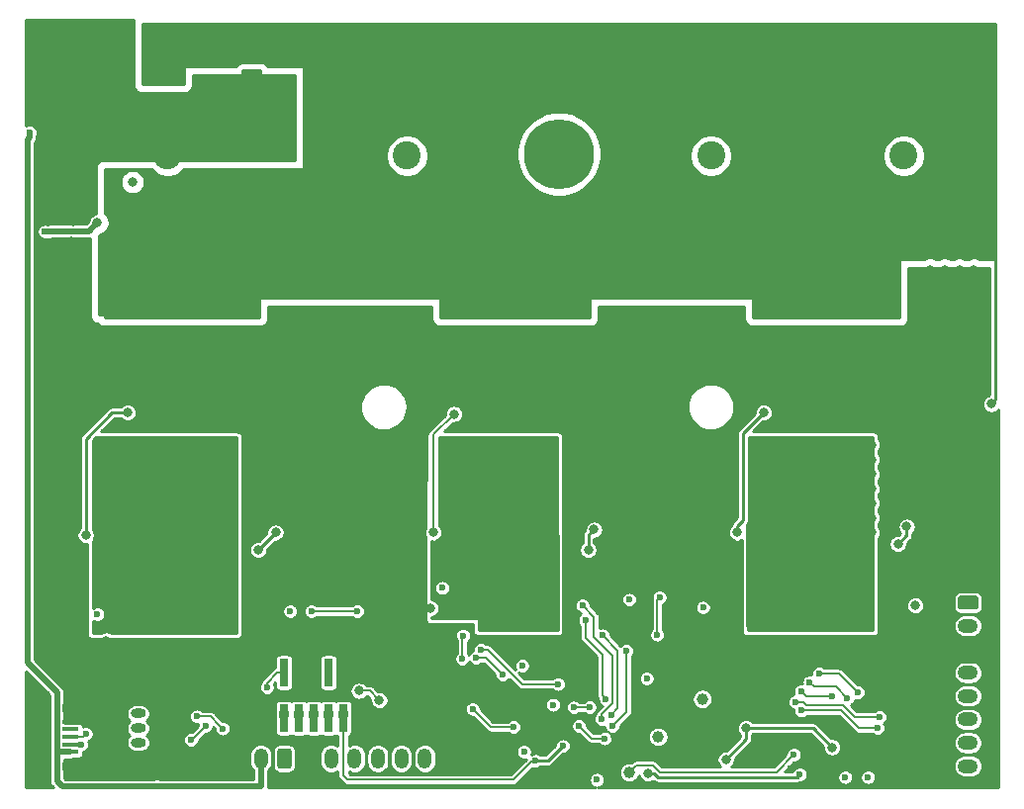
<source format=gbr>
G04 #@! TF.GenerationSoftware,KiCad,Pcbnew,(5.1.2)-2*
G04 #@! TF.CreationDate,2020-12-15T14:43:02+00:00*
G04 #@! TF.ProjectId,INV_Board,494e565f-426f-4617-9264-2e6b69636164,rev?*
G04 #@! TF.SameCoordinates,Original*
G04 #@! TF.FileFunction,Copper,L4,Bot*
G04 #@! TF.FilePolarity,Positive*
%FSLAX46Y46*%
G04 Gerber Fmt 4.6, Leading zero omitted, Abs format (unit mm)*
G04 Created by KiCad (PCBNEW (5.1.2)-2) date 2020-12-15 14:43:02*
%MOMM*%
%LPD*%
G04 APERTURE LIST*
%ADD10C,1.000000*%
%ADD11C,3.500120*%
%ADD12R,3.500120X3.500120*%
%ADD13O,1.750000X1.200000*%
%ADD14C,0.100000*%
%ADD15C,1.200000*%
%ADD16C,2.400000*%
%ADD17R,2.400000X2.400000*%
%ADD18C,1.800000*%
%ADD19C,0.500000*%
%ADD20R,0.740000X2.400000*%
%ADD21O,1.300000X0.800000*%
%ADD22C,0.800000*%
%ADD23C,6.000000*%
%ADD24O,1.200000X1.750000*%
%ADD25O,0.800000X1.300000*%
%ADD26R,1.900000X1.200000*%
%ADD27O,1.900000X1.200000*%
%ADD28R,1.900000X1.500000*%
%ADD29C,1.450000*%
%ADD30R,1.350000X0.400000*%
%ADD31C,0.600000*%
%ADD32C,0.250000*%
%ADD33C,0.200000*%
%ADD34C,0.500000*%
%ADD35C,0.254000*%
G04 APERTURE END LIST*
D10*
X170500000Y-110750000D03*
X168000000Y-113800000D03*
X174250000Y-107500000D03*
D11*
X127170000Y-97250000D03*
D12*
X132250000Y-97250000D03*
D11*
X155170000Y-96250000D03*
D12*
X160250000Y-96250000D03*
D11*
X182170000Y-96750000D03*
D12*
X187250000Y-96750000D03*
D13*
X197000000Y-113250000D03*
X197000000Y-111250000D03*
X197000000Y-109250000D03*
X197000000Y-107250000D03*
X197000000Y-105250000D03*
X197000000Y-103250000D03*
X197000000Y-101250000D03*
D14*
G36*
X197649505Y-98651204D02*
G01*
X197673773Y-98654804D01*
X197697572Y-98660765D01*
X197720671Y-98669030D01*
X197742850Y-98679520D01*
X197763893Y-98692132D01*
X197783599Y-98706747D01*
X197801777Y-98723223D01*
X197818253Y-98741401D01*
X197832868Y-98761107D01*
X197845480Y-98782150D01*
X197855970Y-98804329D01*
X197864235Y-98827428D01*
X197870196Y-98851227D01*
X197873796Y-98875495D01*
X197875000Y-98899999D01*
X197875000Y-99600001D01*
X197873796Y-99624505D01*
X197870196Y-99648773D01*
X197864235Y-99672572D01*
X197855970Y-99695671D01*
X197845480Y-99717850D01*
X197832868Y-99738893D01*
X197818253Y-99758599D01*
X197801777Y-99776777D01*
X197783599Y-99793253D01*
X197763893Y-99807868D01*
X197742850Y-99820480D01*
X197720671Y-99830970D01*
X197697572Y-99839235D01*
X197673773Y-99845196D01*
X197649505Y-99848796D01*
X197625001Y-99850000D01*
X196374999Y-99850000D01*
X196350495Y-99848796D01*
X196326227Y-99845196D01*
X196302428Y-99839235D01*
X196279329Y-99830970D01*
X196257150Y-99820480D01*
X196236107Y-99807868D01*
X196216401Y-99793253D01*
X196198223Y-99776777D01*
X196181747Y-99758599D01*
X196167132Y-99738893D01*
X196154520Y-99717850D01*
X196144030Y-99695671D01*
X196135765Y-99672572D01*
X196129804Y-99648773D01*
X196126204Y-99624505D01*
X196125000Y-99600001D01*
X196125000Y-98899999D01*
X196126204Y-98875495D01*
X196129804Y-98851227D01*
X196135765Y-98827428D01*
X196144030Y-98804329D01*
X196154520Y-98782150D01*
X196167132Y-98761107D01*
X196181747Y-98741401D01*
X196198223Y-98723223D01*
X196216401Y-98706747D01*
X196236107Y-98692132D01*
X196257150Y-98679520D01*
X196279329Y-98669030D01*
X196302428Y-98660765D01*
X196326227Y-98654804D01*
X196350495Y-98651204D01*
X196374999Y-98650000D01*
X197625001Y-98650000D01*
X197649505Y-98651204D01*
X197649505Y-98651204D01*
G37*
D15*
X197000000Y-99250000D03*
D16*
X128500000Y-61000000D03*
D17*
X128500000Y-53500000D03*
D16*
X191500000Y-61000000D03*
D17*
X191500000Y-53500000D03*
D16*
X149000000Y-61000000D03*
D17*
X149000000Y-53500000D03*
D14*
G36*
X136387004Y-53601204D02*
G01*
X136411273Y-53604804D01*
X136435071Y-53610765D01*
X136458171Y-53619030D01*
X136480349Y-53629520D01*
X136501393Y-53642133D01*
X136521098Y-53656747D01*
X136539277Y-53673223D01*
X136555753Y-53691402D01*
X136570367Y-53711107D01*
X136582980Y-53732151D01*
X136593470Y-53754329D01*
X136601735Y-53777429D01*
X136607696Y-53801227D01*
X136611296Y-53825496D01*
X136612500Y-53850000D01*
X136612500Y-57750000D01*
X136611296Y-57774504D01*
X136607696Y-57798773D01*
X136601735Y-57822571D01*
X136593470Y-57845671D01*
X136582980Y-57867849D01*
X136570367Y-57888893D01*
X136555753Y-57908598D01*
X136539277Y-57926777D01*
X136521098Y-57943253D01*
X136501393Y-57957867D01*
X136480349Y-57970480D01*
X136458171Y-57980970D01*
X136435071Y-57989235D01*
X136411273Y-57995196D01*
X136387004Y-57998796D01*
X136362500Y-58000000D01*
X135062500Y-58000000D01*
X135037996Y-57998796D01*
X135013727Y-57995196D01*
X134989929Y-57989235D01*
X134966829Y-57980970D01*
X134944651Y-57970480D01*
X134923607Y-57957867D01*
X134903902Y-57943253D01*
X134885723Y-57926777D01*
X134869247Y-57908598D01*
X134854633Y-57888893D01*
X134842020Y-57867849D01*
X134831530Y-57845671D01*
X134823265Y-57822571D01*
X134817304Y-57798773D01*
X134813704Y-57774504D01*
X134812500Y-57750000D01*
X134812500Y-53850000D01*
X134813704Y-53825496D01*
X134817304Y-53801227D01*
X134823265Y-53777429D01*
X134831530Y-53754329D01*
X134842020Y-53732151D01*
X134854633Y-53711107D01*
X134869247Y-53691402D01*
X134885723Y-53673223D01*
X134903902Y-53656747D01*
X134923607Y-53642133D01*
X134944651Y-53629520D01*
X134966829Y-53619030D01*
X134989929Y-53610765D01*
X135013727Y-53604804D01*
X135037996Y-53601204D01*
X135062500Y-53600000D01*
X136362500Y-53600000D01*
X136387004Y-53601204D01*
X136387004Y-53601204D01*
G37*
D18*
X135712500Y-55800000D03*
D19*
X135062500Y-53850000D03*
X136362500Y-53850000D03*
X135062500Y-55150000D03*
X136362500Y-55150000D03*
X135062500Y-56450000D03*
X136362500Y-56450000D03*
X135062500Y-57750000D03*
X136362500Y-57750000D03*
D20*
X143540000Y-109150000D03*
X143540000Y-105250000D03*
X142270000Y-109150000D03*
X142270000Y-105250000D03*
X141000000Y-109150000D03*
X141000000Y-105250000D03*
X139730000Y-109150000D03*
X139730000Y-105250000D03*
X138460000Y-109150000D03*
X138460000Y-105250000D03*
D21*
X126000000Y-108750000D03*
X126000000Y-110000000D03*
X126000000Y-111250000D03*
D14*
G36*
X126469603Y-112100963D02*
G01*
X126489018Y-112103843D01*
X126508057Y-112108612D01*
X126526537Y-112115224D01*
X126544279Y-112123616D01*
X126561114Y-112133706D01*
X126576879Y-112145398D01*
X126591421Y-112158579D01*
X126604602Y-112173121D01*
X126616294Y-112188886D01*
X126626384Y-112205721D01*
X126634776Y-112223463D01*
X126641388Y-112241943D01*
X126646157Y-112260982D01*
X126649037Y-112280397D01*
X126650000Y-112300000D01*
X126650000Y-112700000D01*
X126649037Y-112719603D01*
X126646157Y-112739018D01*
X126641388Y-112758057D01*
X126634776Y-112776537D01*
X126626384Y-112794279D01*
X126616294Y-112811114D01*
X126604602Y-112826879D01*
X126591421Y-112841421D01*
X126576879Y-112854602D01*
X126561114Y-112866294D01*
X126544279Y-112876384D01*
X126526537Y-112884776D01*
X126508057Y-112891388D01*
X126489018Y-112896157D01*
X126469603Y-112899037D01*
X126450000Y-112900000D01*
X125550000Y-112900000D01*
X125530397Y-112899037D01*
X125510982Y-112896157D01*
X125491943Y-112891388D01*
X125473463Y-112884776D01*
X125455721Y-112876384D01*
X125438886Y-112866294D01*
X125423121Y-112854602D01*
X125408579Y-112841421D01*
X125395398Y-112826879D01*
X125383706Y-112811114D01*
X125373616Y-112794279D01*
X125365224Y-112776537D01*
X125358612Y-112758057D01*
X125353843Y-112739018D01*
X125350963Y-112719603D01*
X125350000Y-112700000D01*
X125350000Y-112300000D01*
X125350963Y-112280397D01*
X125353843Y-112260982D01*
X125358612Y-112241943D01*
X125365224Y-112223463D01*
X125373616Y-112205721D01*
X125383706Y-112188886D01*
X125395398Y-112173121D01*
X125408579Y-112158579D01*
X125423121Y-112145398D01*
X125438886Y-112133706D01*
X125455721Y-112123616D01*
X125473463Y-112115224D01*
X125491943Y-112108612D01*
X125510982Y-112103843D01*
X125530397Y-112100963D01*
X125550000Y-112100000D01*
X126450000Y-112100000D01*
X126469603Y-112100963D01*
X126469603Y-112100963D01*
G37*
D22*
X126000000Y-112500000D03*
D23*
X162000000Y-60850000D03*
X162000000Y-53650000D03*
D16*
X175000000Y-61000000D03*
D17*
X175000000Y-53500000D03*
D24*
X134500000Y-112600000D03*
X136500000Y-112600000D03*
D14*
G36*
X138874505Y-111726204D02*
G01*
X138898773Y-111729804D01*
X138922572Y-111735765D01*
X138945671Y-111744030D01*
X138967850Y-111754520D01*
X138988893Y-111767132D01*
X139008599Y-111781747D01*
X139026777Y-111798223D01*
X139043253Y-111816401D01*
X139057868Y-111836107D01*
X139070480Y-111857150D01*
X139080970Y-111879329D01*
X139089235Y-111902428D01*
X139095196Y-111926227D01*
X139098796Y-111950495D01*
X139100000Y-111974999D01*
X139100000Y-113225001D01*
X139098796Y-113249505D01*
X139095196Y-113273773D01*
X139089235Y-113297572D01*
X139080970Y-113320671D01*
X139070480Y-113342850D01*
X139057868Y-113363893D01*
X139043253Y-113383599D01*
X139026777Y-113401777D01*
X139008599Y-113418253D01*
X138988893Y-113432868D01*
X138967850Y-113445480D01*
X138945671Y-113455970D01*
X138922572Y-113464235D01*
X138898773Y-113470196D01*
X138874505Y-113473796D01*
X138850001Y-113475000D01*
X138149999Y-113475000D01*
X138125495Y-113473796D01*
X138101227Y-113470196D01*
X138077428Y-113464235D01*
X138054329Y-113455970D01*
X138032150Y-113445480D01*
X138011107Y-113432868D01*
X137991401Y-113418253D01*
X137973223Y-113401777D01*
X137956747Y-113383599D01*
X137942132Y-113363893D01*
X137929520Y-113342850D01*
X137919030Y-113320671D01*
X137910765Y-113297572D01*
X137904804Y-113273773D01*
X137901204Y-113249505D01*
X137900000Y-113225001D01*
X137900000Y-111974999D01*
X137901204Y-111950495D01*
X137904804Y-111926227D01*
X137910765Y-111902428D01*
X137919030Y-111879329D01*
X137929520Y-111857150D01*
X137942132Y-111836107D01*
X137956747Y-111816401D01*
X137973223Y-111798223D01*
X137991401Y-111781747D01*
X138011107Y-111767132D01*
X138032150Y-111754520D01*
X138054329Y-111744030D01*
X138077428Y-111735765D01*
X138101227Y-111729804D01*
X138125495Y-111726204D01*
X138149999Y-111725000D01*
X138850001Y-111725000D01*
X138874505Y-111726204D01*
X138874505Y-111726204D01*
G37*
D15*
X138500000Y-112600000D03*
D25*
X143500000Y-108800000D03*
X142250000Y-108800000D03*
X141000000Y-108800000D03*
X139750000Y-108800000D03*
X138500000Y-108800000D03*
D14*
G36*
X137469603Y-108150963D02*
G01*
X137489018Y-108153843D01*
X137508057Y-108158612D01*
X137526537Y-108165224D01*
X137544279Y-108173616D01*
X137561114Y-108183706D01*
X137576879Y-108195398D01*
X137591421Y-108208579D01*
X137604602Y-108223121D01*
X137616294Y-108238886D01*
X137626384Y-108255721D01*
X137634776Y-108273463D01*
X137641388Y-108291943D01*
X137646157Y-108310982D01*
X137649037Y-108330397D01*
X137650000Y-108350000D01*
X137650000Y-109250000D01*
X137649037Y-109269603D01*
X137646157Y-109289018D01*
X137641388Y-109308057D01*
X137634776Y-109326537D01*
X137626384Y-109344279D01*
X137616294Y-109361114D01*
X137604602Y-109376879D01*
X137591421Y-109391421D01*
X137576879Y-109404602D01*
X137561114Y-109416294D01*
X137544279Y-109426384D01*
X137526537Y-109434776D01*
X137508057Y-109441388D01*
X137489018Y-109446157D01*
X137469603Y-109449037D01*
X137450000Y-109450000D01*
X137050000Y-109450000D01*
X137030397Y-109449037D01*
X137010982Y-109446157D01*
X136991943Y-109441388D01*
X136973463Y-109434776D01*
X136955721Y-109426384D01*
X136938886Y-109416294D01*
X136923121Y-109404602D01*
X136908579Y-109391421D01*
X136895398Y-109376879D01*
X136883706Y-109361114D01*
X136873616Y-109344279D01*
X136865224Y-109326537D01*
X136858612Y-109308057D01*
X136853843Y-109289018D01*
X136850963Y-109269603D01*
X136850000Y-109250000D01*
X136850000Y-108350000D01*
X136850963Y-108330397D01*
X136853843Y-108310982D01*
X136858612Y-108291943D01*
X136865224Y-108273463D01*
X136873616Y-108255721D01*
X136883706Y-108238886D01*
X136895398Y-108223121D01*
X136908579Y-108208579D01*
X136923121Y-108195398D01*
X136938886Y-108183706D01*
X136955721Y-108173616D01*
X136973463Y-108165224D01*
X136991943Y-108158612D01*
X137010982Y-108153843D01*
X137030397Y-108150963D01*
X137050000Y-108150000D01*
X137450000Y-108150000D01*
X137469603Y-108150963D01*
X137469603Y-108150963D01*
G37*
D22*
X137250000Y-108800000D03*
D24*
X142500000Y-112600000D03*
X144500000Y-112600000D03*
X146500000Y-112600000D03*
X148500000Y-112600000D03*
X150500000Y-112600000D03*
D14*
G36*
X152874505Y-111726204D02*
G01*
X152898773Y-111729804D01*
X152922572Y-111735765D01*
X152945671Y-111744030D01*
X152967850Y-111754520D01*
X152988893Y-111767132D01*
X153008599Y-111781747D01*
X153026777Y-111798223D01*
X153043253Y-111816401D01*
X153057868Y-111836107D01*
X153070480Y-111857150D01*
X153080970Y-111879329D01*
X153089235Y-111902428D01*
X153095196Y-111926227D01*
X153098796Y-111950495D01*
X153100000Y-111974999D01*
X153100000Y-113225001D01*
X153098796Y-113249505D01*
X153095196Y-113273773D01*
X153089235Y-113297572D01*
X153080970Y-113320671D01*
X153070480Y-113342850D01*
X153057868Y-113363893D01*
X153043253Y-113383599D01*
X153026777Y-113401777D01*
X153008599Y-113418253D01*
X152988893Y-113432868D01*
X152967850Y-113445480D01*
X152945671Y-113455970D01*
X152922572Y-113464235D01*
X152898773Y-113470196D01*
X152874505Y-113473796D01*
X152850001Y-113475000D01*
X152149999Y-113475000D01*
X152125495Y-113473796D01*
X152101227Y-113470196D01*
X152077428Y-113464235D01*
X152054329Y-113455970D01*
X152032150Y-113445480D01*
X152011107Y-113432868D01*
X151991401Y-113418253D01*
X151973223Y-113401777D01*
X151956747Y-113383599D01*
X151942132Y-113363893D01*
X151929520Y-113342850D01*
X151919030Y-113320671D01*
X151910765Y-113297572D01*
X151904804Y-113273773D01*
X151901204Y-113249505D01*
X151900000Y-113225001D01*
X151900000Y-111974999D01*
X151901204Y-111950495D01*
X151904804Y-111926227D01*
X151910765Y-111902428D01*
X151919030Y-111879329D01*
X151929520Y-111857150D01*
X151942132Y-111836107D01*
X151956747Y-111816401D01*
X151973223Y-111798223D01*
X151991401Y-111781747D01*
X152011107Y-111767132D01*
X152032150Y-111754520D01*
X152054329Y-111744030D01*
X152077428Y-111735765D01*
X152101227Y-111729804D01*
X152125495Y-111726204D01*
X152149999Y-111725000D01*
X152850001Y-111725000D01*
X152874505Y-111726204D01*
X152874505Y-111726204D01*
G37*
D15*
X152500000Y-112600000D03*
D26*
X117512500Y-113650000D03*
X117512500Y-107850000D03*
D27*
X117512500Y-107250000D03*
X117512500Y-114250000D03*
D28*
X117512500Y-111750000D03*
D29*
X120212500Y-108250000D03*
D30*
X120212500Y-110750000D03*
X120212500Y-110100000D03*
X120212500Y-109450000D03*
X120212500Y-112050000D03*
X120212500Y-111400000D03*
D29*
X120212500Y-113250000D03*
D28*
X117512500Y-109750000D03*
D22*
X189250000Y-71500000D03*
X189250000Y-69000000D03*
X189250000Y-70250000D03*
X189250000Y-72750000D03*
X189250000Y-74000000D03*
X188000000Y-71500000D03*
X188000000Y-69000000D03*
X188000000Y-70250000D03*
X188000000Y-72750000D03*
X188000000Y-74000000D03*
X186750000Y-71500000D03*
X186750000Y-69000000D03*
X186750000Y-70250000D03*
X186750000Y-72750000D03*
X186750000Y-74000000D03*
X185500000Y-71500000D03*
X185500000Y-69000000D03*
X185500000Y-70250000D03*
X185500000Y-72750000D03*
X185500000Y-74000000D03*
X184250000Y-71500000D03*
X184250000Y-69000000D03*
X184250000Y-70250000D03*
X184250000Y-72750000D03*
X184250000Y-74000000D03*
X183000000Y-71500000D03*
X183000000Y-69000000D03*
X183000000Y-70250000D03*
X183000000Y-72750000D03*
X183000000Y-74000000D03*
X181750000Y-71500000D03*
X181750000Y-69000000D03*
X181750000Y-70250000D03*
X181750000Y-72750000D03*
X181750000Y-74000000D03*
X180500000Y-71500000D03*
X180500000Y-69000000D03*
X180500000Y-70250000D03*
X180500000Y-72750000D03*
X180500000Y-74000000D03*
X154750000Y-74250000D03*
X157250000Y-74250000D03*
X159750000Y-74250000D03*
X162250000Y-74250000D03*
X155950000Y-74250000D03*
X158450000Y-74250000D03*
X160950000Y-74250000D03*
X153500000Y-74250000D03*
X154750000Y-73000000D03*
X157250000Y-73000000D03*
X159750000Y-73000000D03*
X162250000Y-73000000D03*
X155950000Y-73000000D03*
X158450000Y-73000000D03*
X160950000Y-73000000D03*
X153500000Y-73000000D03*
X154750000Y-71750000D03*
X157250000Y-71750000D03*
X159750000Y-71750000D03*
X162250000Y-71750000D03*
X155950000Y-71750000D03*
X158450000Y-71750000D03*
X160950000Y-71750000D03*
X153500000Y-71750000D03*
X154750000Y-70500000D03*
X157250000Y-70500000D03*
X159750000Y-70500000D03*
X162250000Y-70500000D03*
X155950000Y-70500000D03*
X158450000Y-70500000D03*
X160950000Y-70500000D03*
X153500000Y-70500000D03*
X154750000Y-69250000D03*
X157250000Y-69250000D03*
X159750000Y-69250000D03*
X162250000Y-69250000D03*
X155950000Y-69250000D03*
X158450000Y-69250000D03*
X160950000Y-69250000D03*
X153500000Y-69250000D03*
X128000000Y-70500000D03*
X130500000Y-70500000D03*
X133000000Y-70500000D03*
X135500000Y-70500000D03*
X128000000Y-71750000D03*
X130500000Y-71750000D03*
X133000000Y-71750000D03*
X135500000Y-71750000D03*
X128000000Y-74250000D03*
X130500000Y-74250000D03*
X133000000Y-74250000D03*
X135500000Y-74250000D03*
X129200000Y-74250000D03*
X131700000Y-74250000D03*
X134200000Y-74250000D03*
X126750000Y-74250000D03*
X128000000Y-73000000D03*
X130500000Y-73000000D03*
X133000000Y-73000000D03*
X135500000Y-73000000D03*
X129200000Y-73000000D03*
X131700000Y-73000000D03*
X134200000Y-73000000D03*
X126750000Y-73000000D03*
X129200000Y-71750000D03*
X131700000Y-71750000D03*
X134200000Y-71750000D03*
X126750000Y-71750000D03*
X129200000Y-70500000D03*
X131700000Y-70500000D03*
X134200000Y-70500000D03*
X126750000Y-70500000D03*
X128000000Y-69250000D03*
X130500000Y-69250000D03*
X133000000Y-69250000D03*
X135500000Y-69250000D03*
X129200000Y-69250000D03*
X131700000Y-69250000D03*
X134200000Y-69250000D03*
X126750000Y-69250000D03*
X187500000Y-90750000D03*
X187500000Y-88250000D03*
X187500000Y-85750000D03*
X186250000Y-87000000D03*
X186250000Y-89500000D03*
X186250000Y-92000000D03*
X186250000Y-90750000D03*
X187500000Y-92000000D03*
X186250000Y-85750000D03*
X187500000Y-89500000D03*
X187500000Y-87000000D03*
X186250000Y-88250000D03*
X183750000Y-90750000D03*
X183750000Y-88250000D03*
X183750000Y-85750000D03*
X182500000Y-87000000D03*
X182500000Y-89500000D03*
X182500000Y-92000000D03*
X185000000Y-87000000D03*
X185000000Y-89500000D03*
X185000000Y-92000000D03*
X185000000Y-90750000D03*
X185000000Y-88250000D03*
X185000000Y-85750000D03*
X182500000Y-90750000D03*
X183750000Y-92000000D03*
X182500000Y-85750000D03*
X183750000Y-89500000D03*
X183750000Y-87000000D03*
X182500000Y-88250000D03*
X161500000Y-90750000D03*
X161500000Y-88250000D03*
X161500000Y-85750000D03*
X160250000Y-87000000D03*
X160250000Y-89500000D03*
X160250000Y-92000000D03*
X160250000Y-90750000D03*
X161500000Y-92000000D03*
X160250000Y-85750000D03*
X161500000Y-89500000D03*
X161500000Y-87000000D03*
X160250000Y-88250000D03*
X159000000Y-90750000D03*
X159000000Y-88250000D03*
X159000000Y-85750000D03*
X157750000Y-87000000D03*
X157750000Y-89500000D03*
X157750000Y-92000000D03*
X157750000Y-90750000D03*
X159000000Y-92000000D03*
X157750000Y-85750000D03*
X159000000Y-89500000D03*
X159000000Y-87000000D03*
X157750000Y-88250000D03*
X156500000Y-90750000D03*
X156500000Y-88250000D03*
X156500000Y-85750000D03*
X155250000Y-87000000D03*
X155250000Y-89500000D03*
X155250000Y-92000000D03*
X155250000Y-90750000D03*
X156500000Y-92000000D03*
X155250000Y-85750000D03*
X156500000Y-89500000D03*
X156500000Y-87000000D03*
X155250000Y-88250000D03*
X132500000Y-89500000D03*
X132500000Y-87000000D03*
X131250000Y-88250000D03*
X131250000Y-90750000D03*
X131250000Y-85750000D03*
X132500000Y-90750000D03*
X132500000Y-88250000D03*
X132500000Y-85750000D03*
X131250000Y-87000000D03*
X131250000Y-89500000D03*
X130000000Y-87000000D03*
X130000000Y-89500000D03*
X130000000Y-92000000D03*
X130000000Y-90750000D03*
X130000000Y-88250000D03*
X130000000Y-85750000D03*
X128750000Y-89500000D03*
X128750000Y-87000000D03*
X127500000Y-88250000D03*
X127500000Y-90750000D03*
X128750000Y-92000000D03*
X127500000Y-85750000D03*
X128750000Y-90750000D03*
X128750000Y-88250000D03*
X128750000Y-85750000D03*
X127500000Y-87000000D03*
X127500000Y-89500000D03*
X127500000Y-92000000D03*
D31*
X165250000Y-114424990D03*
D22*
X176279786Y-112675013D03*
D31*
X168000000Y-99000000D03*
X139000000Y-100000000D03*
D22*
X192500000Y-99500000D03*
D31*
X158847674Y-104652326D03*
X159000000Y-112000000D03*
X161500000Y-108000000D03*
X169500000Y-105750000D03*
D22*
X185362508Y-111637500D03*
X178000000Y-110000000D03*
D31*
X130500000Y-111000000D03*
X131740718Y-109810752D03*
X137000000Y-106500000D03*
D22*
X144750000Y-74750000D03*
X146000000Y-77250000D03*
X148500000Y-77250000D03*
X144750000Y-77250000D03*
X147250000Y-77250000D03*
X148500000Y-76000000D03*
X146000000Y-76000000D03*
X144750000Y-76000000D03*
X147250000Y-76000000D03*
X195000000Y-73250000D03*
X197500000Y-73250000D03*
X193750000Y-73250000D03*
X196250000Y-73250000D03*
X197500000Y-72000000D03*
X195000000Y-74500000D03*
X197500000Y-74500000D03*
X195000000Y-72000000D03*
X193750000Y-72000000D03*
X196250000Y-74500000D03*
X196250000Y-72000000D03*
X193750000Y-74500000D03*
X172250000Y-74500000D03*
X173500000Y-76750000D03*
X176000000Y-76750000D03*
X172250000Y-76750000D03*
X174750000Y-76750000D03*
X173500000Y-74500000D03*
X173500000Y-75500000D03*
X172250000Y-75500000D03*
X174750000Y-75500000D03*
X172250000Y-78000000D03*
X120250000Y-79500000D03*
X121500000Y-77000000D03*
X119000000Y-79500000D03*
X119000000Y-77000000D03*
X121500000Y-79500000D03*
X120250000Y-78250000D03*
X119000000Y-78250000D03*
X121500000Y-78250000D03*
X120250000Y-77000000D03*
X152200000Y-110300000D03*
X149200000Y-110200000D03*
X139750000Y-76000000D03*
X196250000Y-78000000D03*
X193750000Y-78000000D03*
X193750000Y-75500000D03*
X167250000Y-78000000D03*
X169750000Y-78000000D03*
X167250000Y-75500000D03*
X142250000Y-78500000D03*
X122000000Y-54500000D03*
X193750000Y-70750000D03*
X192500000Y-75500000D03*
X195000000Y-78000000D03*
X195000000Y-75500000D03*
X192500000Y-78000000D03*
X196250000Y-70750000D03*
X197500000Y-78000000D03*
X166000000Y-74500000D03*
X171000000Y-74500000D03*
X166000000Y-75500000D03*
X168500000Y-78000000D03*
X168500000Y-75500000D03*
X166000000Y-78000000D03*
X168500000Y-74500000D03*
X171000000Y-78000000D03*
X138500000Y-74750000D03*
X143500000Y-74750000D03*
X138500000Y-76000000D03*
X143500000Y-76000000D03*
X141000000Y-78500000D03*
X141000000Y-76000000D03*
X141000000Y-74750000D03*
X143500000Y-78500000D03*
D31*
X161500000Y-109400000D03*
D22*
X197500000Y-75500000D03*
X171000000Y-75500000D03*
X167250000Y-76750000D03*
X169750000Y-76750000D03*
X169750000Y-79250000D03*
X167250000Y-79250000D03*
X193750000Y-76750000D03*
X196250000Y-76750000D03*
X196250000Y-79250000D03*
X193750000Y-79250000D03*
X139750000Y-77250000D03*
X142250000Y-77250000D03*
X142250000Y-79750000D03*
X139750000Y-79750000D03*
X125150000Y-54600000D03*
X125500000Y-63250000D03*
X138500000Y-77250000D03*
X141000000Y-77250000D03*
X143500000Y-77250000D03*
X139750000Y-78500000D03*
X138500000Y-79750000D03*
X141000000Y-79750000D03*
X143500000Y-79750000D03*
X142250000Y-74750000D03*
X139750000Y-74750000D03*
X166000000Y-76750000D03*
X168500000Y-76750000D03*
X169750000Y-75500000D03*
X171000000Y-76750000D03*
X166000000Y-79250000D03*
X168500000Y-79250000D03*
X171000000Y-79250000D03*
X169750000Y-74500000D03*
X167250000Y-74500000D03*
X192500000Y-76750000D03*
X196250000Y-75500000D03*
X197500000Y-76750000D03*
X195000000Y-76750000D03*
X192500000Y-79250000D03*
X195000000Y-79250000D03*
X197500000Y-79250000D03*
X195000000Y-70750000D03*
X197500000Y-70750000D03*
X142250000Y-76000000D03*
X144600000Y-110500000D03*
D31*
X157300000Y-108700065D03*
D22*
X131500000Y-114000000D03*
X119400000Y-62100000D03*
X169500000Y-101700000D03*
D31*
X185500000Y-114000000D03*
D22*
X171900000Y-110900004D03*
X187500000Y-113800000D03*
X173600000Y-113000000D03*
X176000000Y-110874991D03*
X171668750Y-106168750D03*
X185399998Y-109300002D03*
X121550000Y-70900000D03*
X116800000Y-49900000D03*
X128000000Y-58200000D03*
X126750000Y-103750000D03*
D31*
X163881943Y-111124980D03*
D22*
X117840008Y-54500000D03*
D31*
X154846032Y-113824960D03*
X118900000Y-104100000D03*
D22*
X134000000Y-60000000D03*
X135000000Y-60000000D03*
X133000000Y-60000000D03*
X135000000Y-59000000D03*
X134000000Y-59000000D03*
D31*
X194000000Y-98000000D03*
X140269978Y-97530001D03*
X168469976Y-97000000D03*
D22*
X138500000Y-78500000D03*
X159880034Y-104119998D03*
D31*
X177500000Y-101500000D03*
D22*
X123250000Y-102500000D03*
X151000000Y-99750000D03*
X146730481Y-101230481D03*
D31*
X181815898Y-113462522D03*
D22*
X180500000Y-109000000D03*
X120299838Y-68308589D03*
X120400001Y-66600000D03*
X170726229Y-112850021D03*
X179250000Y-70250000D03*
X179250000Y-69000000D03*
X190500000Y-70250000D03*
X190500000Y-69000000D03*
X124300000Y-73000000D03*
X152300000Y-73000000D03*
X179250000Y-72750000D03*
X184250000Y-67750000D03*
X186750000Y-67750000D03*
X181750000Y-67750000D03*
X179250000Y-71500000D03*
X179250000Y-74000000D03*
X157200000Y-68000000D03*
X159700000Y-68000000D03*
X162200000Y-68000000D03*
X154700000Y-68000000D03*
X152300000Y-70500000D03*
X129200000Y-68000000D03*
X131700000Y-68000000D03*
X134200000Y-68000000D03*
X126750000Y-68000000D03*
X125500000Y-74250000D03*
X125500000Y-71700000D03*
X125500000Y-69300000D03*
X124300000Y-68000000D03*
X152300000Y-74200000D03*
X152300000Y-71800000D03*
X161000000Y-68000000D03*
X152300000Y-69300000D03*
X163500000Y-68000000D03*
X153500000Y-68000000D03*
X156000000Y-68000000D03*
X152300000Y-68000000D03*
X188000000Y-67750000D03*
X179250000Y-67750000D03*
X180500000Y-67750000D03*
X183000000Y-67750000D03*
X185500000Y-67750000D03*
X190500000Y-73000000D03*
X158500000Y-68000000D03*
X128000000Y-68000000D03*
X130500000Y-68000000D03*
X133000000Y-68000000D03*
X125500000Y-73000000D03*
X125500000Y-70500000D03*
X125500000Y-68000000D03*
X135500000Y-68000000D03*
X124300000Y-74250000D03*
X124300000Y-71700000D03*
X124300000Y-69300000D03*
X124300000Y-70500000D03*
X190500000Y-71750000D03*
X199000000Y-82250000D03*
D31*
X141000000Y-51750000D03*
D22*
X163500000Y-73000000D03*
X163500000Y-70500000D03*
X163500000Y-71750000D03*
X163500000Y-69250000D03*
D31*
X166478067Y-108847661D03*
X165719991Y-102055747D03*
X163249988Y-108222411D03*
X164600002Y-108200000D03*
X161907641Y-106225020D03*
X155299677Y-103276720D03*
D22*
X180000000Y-90750000D03*
X180000000Y-88250000D03*
X180000000Y-85750000D03*
X185000000Y-93250000D03*
X182500000Y-93250000D03*
X180000000Y-93250000D03*
X187500000Y-93250000D03*
X188750000Y-87000000D03*
X188750000Y-89500000D03*
X188750000Y-92000000D03*
X181250000Y-87000000D03*
X181250000Y-89500000D03*
X181250000Y-92000000D03*
X181250000Y-93250000D03*
X183750000Y-93250000D03*
X186250000Y-93250000D03*
X181250000Y-90750000D03*
X181250000Y-88250000D03*
X181250000Y-85750000D03*
X188750000Y-90750000D03*
X185000000Y-94500000D03*
X182500000Y-94500000D03*
X180000000Y-94500000D03*
X180000000Y-92000000D03*
X188750000Y-85750000D03*
X180000000Y-89500000D03*
X188750000Y-93250000D03*
X187500000Y-94500000D03*
X180000000Y-87000000D03*
X188750000Y-88250000D03*
X154000000Y-90750000D03*
X154000000Y-88250000D03*
X154000000Y-85750000D03*
X159000000Y-93250000D03*
X156500000Y-93250000D03*
X154000000Y-93250000D03*
X161500000Y-93250000D03*
X152750000Y-87000000D03*
X152750000Y-89500000D03*
X152750000Y-92000000D03*
X155250000Y-93250000D03*
X157750000Y-93250000D03*
X160250000Y-93250000D03*
X152750000Y-90750000D03*
X159000000Y-94500000D03*
X156500000Y-94500000D03*
X154000000Y-94500000D03*
X154000000Y-92000000D03*
X152750000Y-85750000D03*
X154000000Y-89500000D03*
X152750000Y-93250000D03*
X161500000Y-94500000D03*
X154000000Y-87000000D03*
X152750000Y-88250000D03*
X125000000Y-90750000D03*
X125000000Y-88250000D03*
X125000000Y-85750000D03*
X130000000Y-93250000D03*
X127500000Y-93250000D03*
X125000000Y-93250000D03*
X132500000Y-93250000D03*
X133750000Y-87000000D03*
X131250000Y-92000000D03*
X133750000Y-89500000D03*
X133750000Y-92000000D03*
X126250000Y-87000000D03*
X126250000Y-89500000D03*
X126250000Y-92000000D03*
X126250000Y-93250000D03*
X128750000Y-93250000D03*
X131250000Y-93250000D03*
X126250000Y-90750000D03*
X126250000Y-88250000D03*
X126250000Y-85750000D03*
X132500000Y-94500000D03*
X125000000Y-89500000D03*
X125000000Y-87000000D03*
X133750000Y-88250000D03*
X130000000Y-94500000D03*
X125000000Y-94500000D03*
X133750000Y-90750000D03*
X127500000Y-94500000D03*
X125000000Y-92000000D03*
X133750000Y-93250000D03*
X133750000Y-85750000D03*
X132500000Y-92000000D03*
D31*
X121500000Y-110500000D03*
X121105463Y-111399993D03*
X153725121Y-104074861D03*
X153790333Y-102074828D03*
X189250000Y-110000000D03*
X182750000Y-108500000D03*
X164000000Y-99500000D03*
X165642748Y-109242748D03*
X182250000Y-107750000D03*
X189422683Y-109046073D03*
X163714894Y-109824968D03*
X157175728Y-105424272D03*
X165906555Y-110893430D03*
X154909049Y-103974881D03*
X160000000Y-112800000D03*
X162325022Y-111529401D03*
X187578669Y-106947524D03*
X184252017Y-105333740D03*
X186668809Y-107458255D03*
X183456433Y-106057069D03*
D22*
X169600000Y-113900000D03*
D31*
X182608267Y-113974969D03*
X158112196Y-109913151D03*
X131000000Y-109000000D03*
X154600000Y-108350132D03*
X133215024Y-110033520D03*
D22*
X146620584Y-107625043D03*
X144866993Y-106805665D03*
D31*
X140800000Y-100000000D03*
X144750000Y-100000000D03*
X164250000Y-100750000D03*
X166000000Y-107500000D03*
X127600000Y-114975000D03*
X188450000Y-114200000D03*
X186500000Y-114200000D03*
X116699999Y-59010007D03*
D22*
X122500000Y-66738449D03*
D31*
X152000000Y-98000000D03*
X122500000Y-100250000D03*
X118000000Y-67500012D03*
X174325728Y-99674272D03*
X185400000Y-107300000D03*
X182703448Y-106832038D03*
X182100229Y-112262510D03*
X167761605Y-103361605D03*
X170400000Y-102000000D03*
X170600000Y-98800000D03*
X166572827Y-109821371D03*
D22*
X179500000Y-83000000D03*
X177250000Y-93250000D03*
X191750000Y-92750000D03*
X191000000Y-94250000D03*
X153000000Y-83109998D03*
X151250000Y-93250000D03*
X165000000Y-93000000D03*
X164500000Y-94750004D03*
X125075012Y-83000000D03*
X121500000Y-93500000D03*
X137750000Y-93250000D03*
X136250000Y-94750000D03*
D32*
X183725008Y-110000000D02*
X178000000Y-110000000D01*
X185362508Y-111637500D02*
X183725008Y-110000000D01*
X178000000Y-110954799D02*
X178000000Y-110000000D01*
X176279786Y-112675013D02*
X178000000Y-110954799D01*
D33*
X131740718Y-109810752D02*
X130551470Y-111000000D01*
X137000000Y-106140000D02*
X137000000Y-106500000D01*
X137890000Y-105250000D02*
X137000000Y-106140000D01*
X130551470Y-111000000D02*
X130500000Y-111000000D01*
X138460000Y-105250000D02*
X137890000Y-105250000D01*
D32*
X135060000Y-112100000D02*
X135100000Y-112140000D01*
D33*
X170949995Y-109949999D02*
X171900000Y-110900004D01*
X167450001Y-109949999D02*
X170949995Y-109949999D01*
X161500000Y-109400000D02*
X161799999Y-109100001D01*
X166093429Y-110293429D02*
X166194556Y-110293429D01*
X166506556Y-110605429D02*
X166506556Y-110706556D01*
X161799999Y-109100001D02*
X164611999Y-109100001D01*
X166600000Y-110800000D02*
X167450001Y-109949999D01*
X164611999Y-109100001D02*
X165469520Y-109957522D01*
X165469520Y-109957522D02*
X165757522Y-109957522D01*
X165757522Y-109957522D02*
X166093429Y-110293429D01*
X166194556Y-110293429D02*
X166506556Y-110605429D01*
X166506556Y-110706556D02*
X166600000Y-110800000D01*
X192864000Y-98000000D02*
X194000000Y-98000000D01*
X191200002Y-99663998D02*
X192864000Y-98000000D01*
X191200002Y-100336002D02*
X191200002Y-99663998D01*
X177750000Y-102250000D02*
X189286004Y-102250000D01*
X172500000Y-97000000D02*
X177750000Y-102250000D01*
X168469976Y-97000000D02*
X172500000Y-97000000D01*
X189286004Y-102250000D02*
X191200002Y-100336002D01*
X135299979Y-102500000D02*
X123250000Y-102500000D01*
X140269978Y-97530001D02*
X135299979Y-102500000D01*
D32*
X192950000Y-53500000D02*
X191500000Y-53500000D01*
X199349990Y-59899990D02*
X192950000Y-53500000D01*
X199000000Y-82250000D02*
X199349990Y-81900010D01*
X199349990Y-81900010D02*
X199349990Y-59899990D01*
D33*
X167009051Y-103344807D02*
X165719991Y-102055747D01*
X167009051Y-108316677D02*
X167009051Y-103344807D01*
X166478067Y-108847661D02*
X167009051Y-108316677D01*
X163249988Y-108222411D02*
X164577591Y-108222411D01*
X164577591Y-108222411D02*
X164600002Y-108200000D01*
X155876720Y-103276720D02*
X155299677Y-103276720D01*
X158825020Y-106225020D02*
X155876720Y-103276720D01*
X161907641Y-106225020D02*
X158825020Y-106225020D01*
X121250000Y-110750000D02*
X120212500Y-110750000D01*
X121500000Y-110500000D02*
X121250000Y-110750000D01*
X121105456Y-111400000D02*
X121105463Y-111399993D01*
X120212500Y-111400000D02*
X121105456Y-111400000D01*
X153725121Y-104074861D02*
X153725121Y-102140040D01*
X153725121Y-102140040D02*
X153790333Y-102074828D01*
X189250000Y-110000000D02*
X187649999Y-110000000D01*
X187649999Y-110000000D02*
X186149999Y-108500000D01*
X186149999Y-108500000D02*
X182750000Y-108500000D01*
X165642748Y-108818484D02*
X165642748Y-109242748D01*
X166600000Y-107861232D02*
X165642748Y-108818484D01*
X166600000Y-103784300D02*
X166600000Y-107861232D01*
X165000000Y-100500000D02*
X165000000Y-102184300D01*
X164000000Y-99500000D02*
X165000000Y-100500000D01*
X165000000Y-102184300D02*
X166600000Y-103784300D01*
X187296073Y-109046073D02*
X189422683Y-109046073D01*
X186299999Y-108049999D02*
X187296073Y-109046073D01*
X182250000Y-107750000D02*
X182888002Y-107750000D01*
X182888002Y-107750000D02*
X183188001Y-108049999D01*
X183188001Y-108049999D02*
X186299999Y-108049999D01*
X164783356Y-110893430D02*
X165906555Y-110893430D01*
X163714894Y-109824968D02*
X164783356Y-110893430D01*
X155726337Y-103974881D02*
X154909049Y-103974881D01*
X157175728Y-105424272D02*
X155726337Y-103974881D01*
X143540000Y-109980000D02*
X143540000Y-109150000D01*
X143900000Y-114400000D02*
X143540000Y-114040000D01*
X143540000Y-114040000D02*
X143540000Y-109980000D01*
D32*
X160000000Y-112800000D02*
X161054423Y-112800000D01*
X161054423Y-112800000D02*
X162325022Y-111529401D01*
D33*
X159700000Y-112800000D02*
X160000000Y-112800000D01*
X143900020Y-114424970D02*
X158075030Y-114424970D01*
X158075030Y-114424970D02*
X159700000Y-112800000D01*
X185964885Y-105333740D02*
X184252017Y-105333740D01*
X187578669Y-106947524D02*
X185964885Y-105333740D01*
X186668809Y-107458255D02*
X185667622Y-106457068D01*
X183856432Y-106457068D02*
X183456433Y-106057069D01*
X185667622Y-106457068D02*
X183856432Y-106457068D01*
D32*
X169600000Y-113900000D02*
X170165685Y-113900000D01*
X170165685Y-113900000D02*
X170465685Y-114200000D01*
X170465685Y-114200000D02*
X182383236Y-114200000D01*
X182383236Y-114200000D02*
X182608267Y-113974969D01*
D33*
X158112196Y-109913151D02*
X156163019Y-109913151D01*
X156163019Y-109913151D02*
X154600000Y-108350132D01*
X131000000Y-109000000D02*
X132181504Y-109000000D01*
X132181504Y-109000000D02*
X132915025Y-109733521D01*
X132915025Y-109733521D02*
X133215024Y-110033520D01*
X146620584Y-107625043D02*
X145801204Y-106805665D01*
X145801204Y-106805665D02*
X144866993Y-106805665D01*
X140800000Y-100000000D02*
X144750000Y-100000000D01*
X165700001Y-107200001D02*
X166000000Y-107500000D01*
X165700001Y-103700001D02*
X165700001Y-107200001D01*
X164250000Y-100750000D02*
X164250000Y-102250000D01*
X164250000Y-102250000D02*
X165700001Y-103700001D01*
X136500000Y-115100000D02*
X136549990Y-115149990D01*
D34*
X119037500Y-112050000D02*
X120212500Y-112050000D01*
X119037500Y-112050000D02*
X119037500Y-114537500D01*
X119037500Y-114537500D02*
X119500000Y-115000000D01*
X119500000Y-115000000D02*
X136500000Y-115000000D01*
D33*
X136500000Y-115000000D02*
X136500000Y-115100000D01*
D34*
X136500000Y-112600000D02*
X136500000Y-115000000D01*
X116699999Y-59434271D02*
X116699999Y-59010007D01*
X116500000Y-59634270D02*
X116699999Y-59434271D01*
X116500000Y-104402562D02*
X116500000Y-59634270D01*
X119037500Y-112050000D02*
X119037464Y-106940026D01*
X119037464Y-106940026D02*
X116500000Y-104402562D01*
X121779870Y-67458579D02*
X118465697Y-67458579D01*
X118465697Y-67458579D02*
X118424264Y-67500012D01*
X122500000Y-66738449D02*
X121779870Y-67458579D01*
X118424264Y-67500012D02*
X118000000Y-67500012D01*
D33*
X183171410Y-107300000D02*
X185400000Y-107300000D01*
X182703448Y-106832038D02*
X183171410Y-107300000D01*
X170641729Y-113774990D02*
X180587749Y-113774990D01*
X180587749Y-113774990D02*
X182100229Y-112262510D01*
X168600001Y-113199999D02*
X170066738Y-113199999D01*
X170066738Y-113199999D02*
X170641729Y-113774990D01*
X168000000Y-113800000D02*
X168600001Y-113199999D01*
X170400000Y-99000000D02*
X170600000Y-98800000D01*
X170400000Y-102000000D02*
X170400000Y-99000000D01*
X167761605Y-103361605D02*
X167761605Y-108632593D01*
X167761605Y-108632593D02*
X166572827Y-109821371D01*
D32*
X177250000Y-92684315D02*
X177250000Y-93250000D01*
X177750000Y-92184315D02*
X177250000Y-92684315D01*
X179500000Y-83000000D02*
X177750000Y-84750000D01*
X177750000Y-84750000D02*
X177750000Y-92184315D01*
X191750000Y-93500000D02*
X191000000Y-94250000D01*
X191750000Y-92750000D02*
X191750000Y-93500000D01*
D33*
X153000000Y-83109998D02*
X151250000Y-84859998D01*
X151250000Y-84859998D02*
X151250000Y-92684315D01*
X151250000Y-92684315D02*
X151250000Y-93250000D01*
D32*
X165000000Y-93000000D02*
X164500000Y-93500000D01*
X164500000Y-93500000D02*
X164500000Y-94750004D01*
X121500000Y-92934315D02*
X121500000Y-93500000D01*
X121500000Y-85250000D02*
X121500000Y-92934315D01*
X125075012Y-83000000D02*
X123750000Y-83000000D01*
X123750000Y-83000000D02*
X121500000Y-85250000D01*
X137750000Y-93250000D02*
X136250000Y-94750000D01*
D35*
G36*
X199340000Y-69873000D02*
G01*
X198050427Y-69873000D01*
X197990256Y-69832795D01*
X197801898Y-69754774D01*
X197601939Y-69715000D01*
X197398061Y-69715000D01*
X197198102Y-69754774D01*
X197009744Y-69832795D01*
X196949573Y-69873000D01*
X196800427Y-69873000D01*
X196740256Y-69832795D01*
X196551898Y-69754774D01*
X196351939Y-69715000D01*
X196148061Y-69715000D01*
X195948102Y-69754774D01*
X195759744Y-69832795D01*
X195699573Y-69873000D01*
X195550427Y-69873000D01*
X195490256Y-69832795D01*
X195301898Y-69754774D01*
X195101939Y-69715000D01*
X194898061Y-69715000D01*
X194698102Y-69754774D01*
X194509744Y-69832795D01*
X194449573Y-69873000D01*
X194300427Y-69873000D01*
X194240256Y-69832795D01*
X194051898Y-69754774D01*
X193851939Y-69715000D01*
X193648061Y-69715000D01*
X193448102Y-69754774D01*
X193259744Y-69832795D01*
X193199573Y-69873000D01*
X191250000Y-69873000D01*
X191225224Y-69875440D01*
X191201399Y-69882667D01*
X191179443Y-69894403D01*
X191160197Y-69910197D01*
X191144403Y-69929443D01*
X191132667Y-69951399D01*
X191125440Y-69975224D01*
X191123000Y-70000000D01*
X191123000Y-74873000D01*
X178627000Y-74873000D01*
X178627000Y-73250000D01*
X178624560Y-73225224D01*
X178617333Y-73201399D01*
X178605597Y-73179443D01*
X178589803Y-73160197D01*
X178570557Y-73144403D01*
X178548601Y-73132667D01*
X178524776Y-73125440D01*
X178500000Y-73123000D01*
X164750000Y-73123000D01*
X164725224Y-73125440D01*
X164701399Y-73132667D01*
X164679443Y-73144403D01*
X164660197Y-73160197D01*
X164644403Y-73179443D01*
X164632667Y-73201399D01*
X164625440Y-73225224D01*
X164623000Y-73250000D01*
X164623000Y-74873000D01*
X151877000Y-74873000D01*
X151877000Y-73250000D01*
X151874560Y-73225224D01*
X151867333Y-73201399D01*
X151855597Y-73179443D01*
X151839803Y-73160197D01*
X151820557Y-73144403D01*
X151798601Y-73132667D01*
X151774776Y-73125440D01*
X151750000Y-73123000D01*
X136500000Y-73123000D01*
X136475224Y-73125440D01*
X136451399Y-73132667D01*
X136429443Y-73144403D01*
X136410197Y-73160197D01*
X136394403Y-73179443D01*
X136382667Y-73201399D01*
X136375440Y-73225224D01*
X136373025Y-73247484D01*
X136340818Y-74873000D01*
X123127000Y-74873000D01*
X123127000Y-74750000D01*
X123124560Y-74725224D01*
X123117333Y-74701399D01*
X123105597Y-74679443D01*
X123089803Y-74660197D01*
X123070557Y-74644403D01*
X123048601Y-74632667D01*
X123024776Y-74625440D01*
X123000000Y-74623000D01*
X122641108Y-74623000D01*
X122627718Y-67862310D01*
X122745044Y-67744984D01*
X122801898Y-67733675D01*
X122990256Y-67655654D01*
X123046782Y-67617885D01*
X123048601Y-67617333D01*
X123070557Y-67605597D01*
X123089803Y-67589803D01*
X123091009Y-67588333D01*
X123159774Y-67542386D01*
X123303937Y-67398223D01*
X123417205Y-67228705D01*
X123495226Y-67040347D01*
X123535000Y-66840388D01*
X123535000Y-66636510D01*
X123495226Y-66436551D01*
X123417205Y-66248193D01*
X123303937Y-66078675D01*
X123159774Y-65934512D01*
X123127000Y-65912613D01*
X123127000Y-63148061D01*
X124465000Y-63148061D01*
X124465000Y-63351939D01*
X124504774Y-63551898D01*
X124582795Y-63740256D01*
X124696063Y-63909774D01*
X124840226Y-64053937D01*
X125009744Y-64167205D01*
X125198102Y-64245226D01*
X125398061Y-64285000D01*
X125601939Y-64285000D01*
X125801898Y-64245226D01*
X125990256Y-64167205D01*
X126159774Y-64053937D01*
X126303937Y-63909774D01*
X126417205Y-63740256D01*
X126495226Y-63551898D01*
X126535000Y-63351939D01*
X126535000Y-63148061D01*
X126495226Y-62948102D01*
X126417205Y-62759744D01*
X126303937Y-62590226D01*
X126159774Y-62446063D01*
X125990256Y-62332795D01*
X125801898Y-62254774D01*
X125601939Y-62215000D01*
X125398061Y-62215000D01*
X125198102Y-62254774D01*
X125009744Y-62332795D01*
X124840226Y-62446063D01*
X124696063Y-62590226D01*
X124582795Y-62759744D01*
X124504774Y-62948102D01*
X124465000Y-63148061D01*
X123127000Y-63148061D01*
X123127000Y-62127000D01*
X127046101Y-62127000D01*
X127074662Y-62169744D01*
X127330256Y-62425338D01*
X127630801Y-62626156D01*
X127964750Y-62764482D01*
X128319268Y-62835000D01*
X128680732Y-62835000D01*
X129035250Y-62764482D01*
X129369199Y-62626156D01*
X129669744Y-62425338D01*
X129925338Y-62169744D01*
X129953899Y-62127000D01*
X140000000Y-62127000D01*
X140024776Y-62124560D01*
X140048601Y-62117333D01*
X140070557Y-62105597D01*
X140089803Y-62089803D01*
X140105597Y-62070557D01*
X140117333Y-62048601D01*
X140124560Y-62024776D01*
X140127000Y-62000000D01*
X140127000Y-60819268D01*
X147165000Y-60819268D01*
X147165000Y-61180732D01*
X147235518Y-61535250D01*
X147373844Y-61869199D01*
X147574662Y-62169744D01*
X147830256Y-62425338D01*
X148130801Y-62626156D01*
X148464750Y-62764482D01*
X148819268Y-62835000D01*
X149180732Y-62835000D01*
X149535250Y-62764482D01*
X149869199Y-62626156D01*
X150169744Y-62425338D01*
X150425338Y-62169744D01*
X150626156Y-61869199D01*
X150764482Y-61535250D01*
X150835000Y-61180732D01*
X150835000Y-60819268D01*
X150769900Y-60491984D01*
X158365000Y-60491984D01*
X158365000Y-61208016D01*
X158504691Y-61910290D01*
X158778705Y-62571818D01*
X159176511Y-63167177D01*
X159682823Y-63673489D01*
X160278182Y-64071295D01*
X160939710Y-64345309D01*
X161641984Y-64485000D01*
X162358016Y-64485000D01*
X163060290Y-64345309D01*
X163721818Y-64071295D01*
X164317177Y-63673489D01*
X164823489Y-63167177D01*
X165221295Y-62571818D01*
X165495309Y-61910290D01*
X165635000Y-61208016D01*
X165635000Y-60819268D01*
X173165000Y-60819268D01*
X173165000Y-61180732D01*
X173235518Y-61535250D01*
X173373844Y-61869199D01*
X173574662Y-62169744D01*
X173830256Y-62425338D01*
X174130801Y-62626156D01*
X174464750Y-62764482D01*
X174819268Y-62835000D01*
X175180732Y-62835000D01*
X175535250Y-62764482D01*
X175869199Y-62626156D01*
X176169744Y-62425338D01*
X176425338Y-62169744D01*
X176626156Y-61869199D01*
X176764482Y-61535250D01*
X176835000Y-61180732D01*
X176835000Y-60819268D01*
X189665000Y-60819268D01*
X189665000Y-61180732D01*
X189735518Y-61535250D01*
X189873844Y-61869199D01*
X190074662Y-62169744D01*
X190330256Y-62425338D01*
X190630801Y-62626156D01*
X190964750Y-62764482D01*
X191319268Y-62835000D01*
X191680732Y-62835000D01*
X192035250Y-62764482D01*
X192369199Y-62626156D01*
X192669744Y-62425338D01*
X192925338Y-62169744D01*
X193126156Y-61869199D01*
X193264482Y-61535250D01*
X193335000Y-61180732D01*
X193335000Y-60819268D01*
X193264482Y-60464750D01*
X193126156Y-60130801D01*
X192925338Y-59830256D01*
X192669744Y-59574662D01*
X192369199Y-59373844D01*
X192035250Y-59235518D01*
X191680732Y-59165000D01*
X191319268Y-59165000D01*
X190964750Y-59235518D01*
X190630801Y-59373844D01*
X190330256Y-59574662D01*
X190074662Y-59830256D01*
X189873844Y-60130801D01*
X189735518Y-60464750D01*
X189665000Y-60819268D01*
X176835000Y-60819268D01*
X176764482Y-60464750D01*
X176626156Y-60130801D01*
X176425338Y-59830256D01*
X176169744Y-59574662D01*
X175869199Y-59373844D01*
X175535250Y-59235518D01*
X175180732Y-59165000D01*
X174819268Y-59165000D01*
X174464750Y-59235518D01*
X174130801Y-59373844D01*
X173830256Y-59574662D01*
X173574662Y-59830256D01*
X173373844Y-60130801D01*
X173235518Y-60464750D01*
X173165000Y-60819268D01*
X165635000Y-60819268D01*
X165635000Y-60491984D01*
X165495309Y-59789710D01*
X165221295Y-59128182D01*
X164823489Y-58532823D01*
X164317177Y-58026511D01*
X163721818Y-57628705D01*
X163060290Y-57354691D01*
X162358016Y-57215000D01*
X161641984Y-57215000D01*
X160939710Y-57354691D01*
X160278182Y-57628705D01*
X159682823Y-58026511D01*
X159176511Y-58532823D01*
X158778705Y-59128182D01*
X158504691Y-59789710D01*
X158365000Y-60491984D01*
X150769900Y-60491984D01*
X150764482Y-60464750D01*
X150626156Y-60130801D01*
X150425338Y-59830256D01*
X150169744Y-59574662D01*
X149869199Y-59373844D01*
X149535250Y-59235518D01*
X149180732Y-59165000D01*
X148819268Y-59165000D01*
X148464750Y-59235518D01*
X148130801Y-59373844D01*
X147830256Y-59574662D01*
X147574662Y-59830256D01*
X147373844Y-60130801D01*
X147235518Y-60464750D01*
X147165000Y-60819268D01*
X140127000Y-60819268D01*
X140127000Y-53500000D01*
X140124560Y-53475224D01*
X140117333Y-53451399D01*
X140105597Y-53429443D01*
X140089803Y-53410197D01*
X140070557Y-53394403D01*
X140048601Y-53382667D01*
X140024776Y-53375440D01*
X140000000Y-53373000D01*
X137109663Y-53373000D01*
X137100905Y-53356614D01*
X137081023Y-53332387D01*
X137049924Y-53285845D01*
X137010347Y-53246268D01*
X136990462Y-53222038D01*
X136966232Y-53202153D01*
X136926655Y-53162576D01*
X136880113Y-53131477D01*
X136855886Y-53111595D01*
X136828247Y-53096822D01*
X136781705Y-53065723D01*
X136729991Y-53044302D01*
X136702350Y-53029528D01*
X136672357Y-53020430D01*
X136620645Y-52999010D01*
X136565746Y-52988090D01*
X136535754Y-52978992D01*
X136504564Y-52975920D01*
X136449665Y-52965000D01*
X136393691Y-52965000D01*
X136362500Y-52961928D01*
X135062500Y-52961928D01*
X135031309Y-52965000D01*
X134975335Y-52965000D01*
X134920436Y-52975920D01*
X134889246Y-52978992D01*
X134859254Y-52988090D01*
X134804355Y-52999010D01*
X134752643Y-53020430D01*
X134722650Y-53029528D01*
X134695009Y-53044302D01*
X134643295Y-53065723D01*
X134596753Y-53096822D01*
X134569114Y-53111595D01*
X134544887Y-53131477D01*
X134498345Y-53162576D01*
X134458768Y-53202153D01*
X134434538Y-53222038D01*
X134414653Y-53246268D01*
X134375076Y-53285845D01*
X134343977Y-53332387D01*
X134324095Y-53356614D01*
X134315337Y-53373000D01*
X130000000Y-53373000D01*
X129975224Y-53375440D01*
X129951399Y-53382667D01*
X129929443Y-53394403D01*
X129910197Y-53410197D01*
X129894403Y-53429443D01*
X129882667Y-53451399D01*
X129875440Y-53475224D01*
X129873000Y-53500000D01*
X129873000Y-54873000D01*
X126377000Y-54873000D01*
X126377000Y-49660000D01*
X199340000Y-49660000D01*
X199340000Y-69873000D01*
X199340000Y-69873000D01*
G37*
X199340000Y-69873000D02*
X198050427Y-69873000D01*
X197990256Y-69832795D01*
X197801898Y-69754774D01*
X197601939Y-69715000D01*
X197398061Y-69715000D01*
X197198102Y-69754774D01*
X197009744Y-69832795D01*
X196949573Y-69873000D01*
X196800427Y-69873000D01*
X196740256Y-69832795D01*
X196551898Y-69754774D01*
X196351939Y-69715000D01*
X196148061Y-69715000D01*
X195948102Y-69754774D01*
X195759744Y-69832795D01*
X195699573Y-69873000D01*
X195550427Y-69873000D01*
X195490256Y-69832795D01*
X195301898Y-69754774D01*
X195101939Y-69715000D01*
X194898061Y-69715000D01*
X194698102Y-69754774D01*
X194509744Y-69832795D01*
X194449573Y-69873000D01*
X194300427Y-69873000D01*
X194240256Y-69832795D01*
X194051898Y-69754774D01*
X193851939Y-69715000D01*
X193648061Y-69715000D01*
X193448102Y-69754774D01*
X193259744Y-69832795D01*
X193199573Y-69873000D01*
X191250000Y-69873000D01*
X191225224Y-69875440D01*
X191201399Y-69882667D01*
X191179443Y-69894403D01*
X191160197Y-69910197D01*
X191144403Y-69929443D01*
X191132667Y-69951399D01*
X191125440Y-69975224D01*
X191123000Y-70000000D01*
X191123000Y-74873000D01*
X178627000Y-74873000D01*
X178627000Y-73250000D01*
X178624560Y-73225224D01*
X178617333Y-73201399D01*
X178605597Y-73179443D01*
X178589803Y-73160197D01*
X178570557Y-73144403D01*
X178548601Y-73132667D01*
X178524776Y-73125440D01*
X178500000Y-73123000D01*
X164750000Y-73123000D01*
X164725224Y-73125440D01*
X164701399Y-73132667D01*
X164679443Y-73144403D01*
X164660197Y-73160197D01*
X164644403Y-73179443D01*
X164632667Y-73201399D01*
X164625440Y-73225224D01*
X164623000Y-73250000D01*
X164623000Y-74873000D01*
X151877000Y-74873000D01*
X151877000Y-73250000D01*
X151874560Y-73225224D01*
X151867333Y-73201399D01*
X151855597Y-73179443D01*
X151839803Y-73160197D01*
X151820557Y-73144403D01*
X151798601Y-73132667D01*
X151774776Y-73125440D01*
X151750000Y-73123000D01*
X136500000Y-73123000D01*
X136475224Y-73125440D01*
X136451399Y-73132667D01*
X136429443Y-73144403D01*
X136410197Y-73160197D01*
X136394403Y-73179443D01*
X136382667Y-73201399D01*
X136375440Y-73225224D01*
X136373025Y-73247484D01*
X136340818Y-74873000D01*
X123127000Y-74873000D01*
X123127000Y-74750000D01*
X123124560Y-74725224D01*
X123117333Y-74701399D01*
X123105597Y-74679443D01*
X123089803Y-74660197D01*
X123070557Y-74644403D01*
X123048601Y-74632667D01*
X123024776Y-74625440D01*
X123000000Y-74623000D01*
X122641108Y-74623000D01*
X122627718Y-67862310D01*
X122745044Y-67744984D01*
X122801898Y-67733675D01*
X122990256Y-67655654D01*
X123046782Y-67617885D01*
X123048601Y-67617333D01*
X123070557Y-67605597D01*
X123089803Y-67589803D01*
X123091009Y-67588333D01*
X123159774Y-67542386D01*
X123303937Y-67398223D01*
X123417205Y-67228705D01*
X123495226Y-67040347D01*
X123535000Y-66840388D01*
X123535000Y-66636510D01*
X123495226Y-66436551D01*
X123417205Y-66248193D01*
X123303937Y-66078675D01*
X123159774Y-65934512D01*
X123127000Y-65912613D01*
X123127000Y-63148061D01*
X124465000Y-63148061D01*
X124465000Y-63351939D01*
X124504774Y-63551898D01*
X124582795Y-63740256D01*
X124696063Y-63909774D01*
X124840226Y-64053937D01*
X125009744Y-64167205D01*
X125198102Y-64245226D01*
X125398061Y-64285000D01*
X125601939Y-64285000D01*
X125801898Y-64245226D01*
X125990256Y-64167205D01*
X126159774Y-64053937D01*
X126303937Y-63909774D01*
X126417205Y-63740256D01*
X126495226Y-63551898D01*
X126535000Y-63351939D01*
X126535000Y-63148061D01*
X126495226Y-62948102D01*
X126417205Y-62759744D01*
X126303937Y-62590226D01*
X126159774Y-62446063D01*
X125990256Y-62332795D01*
X125801898Y-62254774D01*
X125601939Y-62215000D01*
X125398061Y-62215000D01*
X125198102Y-62254774D01*
X125009744Y-62332795D01*
X124840226Y-62446063D01*
X124696063Y-62590226D01*
X124582795Y-62759744D01*
X124504774Y-62948102D01*
X124465000Y-63148061D01*
X123127000Y-63148061D01*
X123127000Y-62127000D01*
X127046101Y-62127000D01*
X127074662Y-62169744D01*
X127330256Y-62425338D01*
X127630801Y-62626156D01*
X127964750Y-62764482D01*
X128319268Y-62835000D01*
X128680732Y-62835000D01*
X129035250Y-62764482D01*
X129369199Y-62626156D01*
X129669744Y-62425338D01*
X129925338Y-62169744D01*
X129953899Y-62127000D01*
X140000000Y-62127000D01*
X140024776Y-62124560D01*
X140048601Y-62117333D01*
X140070557Y-62105597D01*
X140089803Y-62089803D01*
X140105597Y-62070557D01*
X140117333Y-62048601D01*
X140124560Y-62024776D01*
X140127000Y-62000000D01*
X140127000Y-60819268D01*
X147165000Y-60819268D01*
X147165000Y-61180732D01*
X147235518Y-61535250D01*
X147373844Y-61869199D01*
X147574662Y-62169744D01*
X147830256Y-62425338D01*
X148130801Y-62626156D01*
X148464750Y-62764482D01*
X148819268Y-62835000D01*
X149180732Y-62835000D01*
X149535250Y-62764482D01*
X149869199Y-62626156D01*
X150169744Y-62425338D01*
X150425338Y-62169744D01*
X150626156Y-61869199D01*
X150764482Y-61535250D01*
X150835000Y-61180732D01*
X150835000Y-60819268D01*
X150769900Y-60491984D01*
X158365000Y-60491984D01*
X158365000Y-61208016D01*
X158504691Y-61910290D01*
X158778705Y-62571818D01*
X159176511Y-63167177D01*
X159682823Y-63673489D01*
X160278182Y-64071295D01*
X160939710Y-64345309D01*
X161641984Y-64485000D01*
X162358016Y-64485000D01*
X163060290Y-64345309D01*
X163721818Y-64071295D01*
X164317177Y-63673489D01*
X164823489Y-63167177D01*
X165221295Y-62571818D01*
X165495309Y-61910290D01*
X165635000Y-61208016D01*
X165635000Y-60819268D01*
X173165000Y-60819268D01*
X173165000Y-61180732D01*
X173235518Y-61535250D01*
X173373844Y-61869199D01*
X173574662Y-62169744D01*
X173830256Y-62425338D01*
X174130801Y-62626156D01*
X174464750Y-62764482D01*
X174819268Y-62835000D01*
X175180732Y-62835000D01*
X175535250Y-62764482D01*
X175869199Y-62626156D01*
X176169744Y-62425338D01*
X176425338Y-62169744D01*
X176626156Y-61869199D01*
X176764482Y-61535250D01*
X176835000Y-61180732D01*
X176835000Y-60819268D01*
X189665000Y-60819268D01*
X189665000Y-61180732D01*
X189735518Y-61535250D01*
X189873844Y-61869199D01*
X190074662Y-62169744D01*
X190330256Y-62425338D01*
X190630801Y-62626156D01*
X190964750Y-62764482D01*
X191319268Y-62835000D01*
X191680732Y-62835000D01*
X192035250Y-62764482D01*
X192369199Y-62626156D01*
X192669744Y-62425338D01*
X192925338Y-62169744D01*
X193126156Y-61869199D01*
X193264482Y-61535250D01*
X193335000Y-61180732D01*
X193335000Y-60819268D01*
X193264482Y-60464750D01*
X193126156Y-60130801D01*
X192925338Y-59830256D01*
X192669744Y-59574662D01*
X192369199Y-59373844D01*
X192035250Y-59235518D01*
X191680732Y-59165000D01*
X191319268Y-59165000D01*
X190964750Y-59235518D01*
X190630801Y-59373844D01*
X190330256Y-59574662D01*
X190074662Y-59830256D01*
X189873844Y-60130801D01*
X189735518Y-60464750D01*
X189665000Y-60819268D01*
X176835000Y-60819268D01*
X176764482Y-60464750D01*
X176626156Y-60130801D01*
X176425338Y-59830256D01*
X176169744Y-59574662D01*
X175869199Y-59373844D01*
X175535250Y-59235518D01*
X175180732Y-59165000D01*
X174819268Y-59165000D01*
X174464750Y-59235518D01*
X174130801Y-59373844D01*
X173830256Y-59574662D01*
X173574662Y-59830256D01*
X173373844Y-60130801D01*
X173235518Y-60464750D01*
X173165000Y-60819268D01*
X165635000Y-60819268D01*
X165635000Y-60491984D01*
X165495309Y-59789710D01*
X165221295Y-59128182D01*
X164823489Y-58532823D01*
X164317177Y-58026511D01*
X163721818Y-57628705D01*
X163060290Y-57354691D01*
X162358016Y-57215000D01*
X161641984Y-57215000D01*
X160939710Y-57354691D01*
X160278182Y-57628705D01*
X159682823Y-58026511D01*
X159176511Y-58532823D01*
X158778705Y-59128182D01*
X158504691Y-59789710D01*
X158365000Y-60491984D01*
X150769900Y-60491984D01*
X150764482Y-60464750D01*
X150626156Y-60130801D01*
X150425338Y-59830256D01*
X150169744Y-59574662D01*
X149869199Y-59373844D01*
X149535250Y-59235518D01*
X149180732Y-59165000D01*
X148819268Y-59165000D01*
X148464750Y-59235518D01*
X148130801Y-59373844D01*
X147830256Y-59574662D01*
X147574662Y-59830256D01*
X147373844Y-60130801D01*
X147235518Y-60464750D01*
X147165000Y-60819268D01*
X140127000Y-60819268D01*
X140127000Y-53500000D01*
X140124560Y-53475224D01*
X140117333Y-53451399D01*
X140105597Y-53429443D01*
X140089803Y-53410197D01*
X140070557Y-53394403D01*
X140048601Y-53382667D01*
X140024776Y-53375440D01*
X140000000Y-53373000D01*
X137109663Y-53373000D01*
X137100905Y-53356614D01*
X137081023Y-53332387D01*
X137049924Y-53285845D01*
X137010347Y-53246268D01*
X136990462Y-53222038D01*
X136966232Y-53202153D01*
X136926655Y-53162576D01*
X136880113Y-53131477D01*
X136855886Y-53111595D01*
X136828247Y-53096822D01*
X136781705Y-53065723D01*
X136729991Y-53044302D01*
X136702350Y-53029528D01*
X136672357Y-53020430D01*
X136620645Y-52999010D01*
X136565746Y-52988090D01*
X136535754Y-52978992D01*
X136504564Y-52975920D01*
X136449665Y-52965000D01*
X136393691Y-52965000D01*
X136362500Y-52961928D01*
X135062500Y-52961928D01*
X135031309Y-52965000D01*
X134975335Y-52965000D01*
X134920436Y-52975920D01*
X134889246Y-52978992D01*
X134859254Y-52988090D01*
X134804355Y-52999010D01*
X134752643Y-53020430D01*
X134722650Y-53029528D01*
X134695009Y-53044302D01*
X134643295Y-53065723D01*
X134596753Y-53096822D01*
X134569114Y-53111595D01*
X134544887Y-53131477D01*
X134498345Y-53162576D01*
X134458768Y-53202153D01*
X134434538Y-53222038D01*
X134414653Y-53246268D01*
X134375076Y-53285845D01*
X134343977Y-53332387D01*
X134324095Y-53356614D01*
X134315337Y-53373000D01*
X130000000Y-53373000D01*
X129975224Y-53375440D01*
X129951399Y-53382667D01*
X129929443Y-53394403D01*
X129910197Y-53410197D01*
X129894403Y-53429443D01*
X129882667Y-53451399D01*
X129875440Y-53475224D01*
X129873000Y-53500000D01*
X129873000Y-54873000D01*
X126377000Y-54873000D01*
X126377000Y-49660000D01*
X199340000Y-49660000D01*
X199340000Y-69873000D01*
G36*
X118410466Y-107199740D02*
G01*
X118410501Y-112019200D01*
X118407467Y-112050000D01*
X118410500Y-112080794D01*
X118410501Y-114506696D01*
X118407467Y-114537500D01*
X118419573Y-114660412D01*
X118432189Y-114702000D01*
X118455426Y-114778603D01*
X118513648Y-114887528D01*
X118592000Y-114983001D01*
X118615922Y-115002633D01*
X118711289Y-115098000D01*
X116402000Y-115098000D01*
X116402000Y-105191273D01*
X118410466Y-107199740D01*
X118410466Y-107199740D01*
G37*
X118410466Y-107199740D02*
X118410501Y-112019200D01*
X118407467Y-112050000D01*
X118410500Y-112080794D01*
X118410501Y-114506696D01*
X118407467Y-114537500D01*
X118419573Y-114660412D01*
X118432189Y-114702000D01*
X118455426Y-114778603D01*
X118513648Y-114887528D01*
X118592000Y-114983001D01*
X118615922Y-115002633D01*
X118711289Y-115098000D01*
X116402000Y-115098000D01*
X116402000Y-105191273D01*
X118410466Y-107199740D01*
G36*
X125615000Y-55000000D02*
G01*
X125627201Y-55123882D01*
X125663336Y-55243004D01*
X125722017Y-55352787D01*
X125800987Y-55449013D01*
X125897213Y-55527983D01*
X126006996Y-55586664D01*
X126126118Y-55622799D01*
X126250000Y-55635000D01*
X130000000Y-55635000D01*
X130123882Y-55622799D01*
X130243004Y-55586664D01*
X130352787Y-55527983D01*
X130449013Y-55449013D01*
X130527983Y-55352787D01*
X130586664Y-55243004D01*
X130622799Y-55123882D01*
X130635000Y-55000000D01*
X130635000Y-54135000D01*
X139365000Y-54135000D01*
X139365000Y-61365000D01*
X123000000Y-61365000D01*
X122876118Y-61377201D01*
X122756996Y-61413336D01*
X122647213Y-61472017D01*
X122550987Y-61550987D01*
X122472017Y-61647213D01*
X122413336Y-61756996D01*
X122377201Y-61876118D01*
X122365000Y-62000000D01*
X122365000Y-65973080D01*
X122273357Y-65991308D01*
X122131952Y-66049880D01*
X122004691Y-66134913D01*
X121896464Y-66243140D01*
X121811431Y-66370401D01*
X121752859Y-66511806D01*
X121731239Y-66620498D01*
X121520159Y-66831579D01*
X118496490Y-66831579D01*
X118465696Y-66828546D01*
X118395609Y-66835449D01*
X118342784Y-66840652D01*
X118247230Y-66869638D01*
X118197474Y-66849028D01*
X118066679Y-66823012D01*
X117933321Y-66823012D01*
X117802526Y-66849028D01*
X117679320Y-66900062D01*
X117568437Y-66974152D01*
X117474140Y-67068449D01*
X117400050Y-67179332D01*
X117349016Y-67302538D01*
X117323000Y-67433333D01*
X117323000Y-67566691D01*
X117349016Y-67697486D01*
X117400050Y-67820692D01*
X117474140Y-67931575D01*
X117568437Y-68025872D01*
X117679320Y-68099962D01*
X117802526Y-68150996D01*
X117933321Y-68177012D01*
X118066679Y-68177012D01*
X118197474Y-68150996D01*
X118255376Y-68127012D01*
X118393470Y-68127012D01*
X118424264Y-68130045D01*
X118455058Y-68127012D01*
X118547177Y-68117939D01*
X118653855Y-68085579D01*
X121749076Y-68085579D01*
X121779870Y-68088612D01*
X121810664Y-68085579D01*
X121866147Y-68080114D01*
X121879360Y-74751258D01*
X121891560Y-74873882D01*
X121927695Y-74993004D01*
X121986376Y-75102787D01*
X122065346Y-75199013D01*
X122161572Y-75277983D01*
X122271355Y-75336664D01*
X122390477Y-75372799D01*
X122497055Y-75383296D01*
X122550987Y-75449013D01*
X122647213Y-75527983D01*
X122756996Y-75586664D01*
X122876118Y-75622799D01*
X123000000Y-75635000D01*
X136465327Y-75635000D01*
X136576848Y-75625130D01*
X136696662Y-75591362D01*
X136807586Y-75534868D01*
X136905357Y-75457819D01*
X136986218Y-75363177D01*
X137047062Y-75254578D01*
X137085549Y-75136195D01*
X137100202Y-75012579D01*
X137122543Y-73885000D01*
X151115000Y-73885000D01*
X151115000Y-75000000D01*
X151127201Y-75123882D01*
X151163336Y-75243004D01*
X151222017Y-75352787D01*
X151300987Y-75449013D01*
X151397213Y-75527983D01*
X151506996Y-75586664D01*
X151626118Y-75622799D01*
X151750000Y-75635000D01*
X164750000Y-75635000D01*
X164873882Y-75622799D01*
X164993004Y-75586664D01*
X165102787Y-75527983D01*
X165199013Y-75449013D01*
X165277983Y-75352787D01*
X165336664Y-75243004D01*
X165372799Y-75123882D01*
X165385000Y-75000000D01*
X165385000Y-73885000D01*
X177865000Y-73885000D01*
X177865000Y-75000000D01*
X177877201Y-75123882D01*
X177913336Y-75243004D01*
X177972017Y-75352787D01*
X178050987Y-75449013D01*
X178147213Y-75527983D01*
X178256996Y-75586664D01*
X178376118Y-75622799D01*
X178500000Y-75635000D01*
X191250000Y-75635000D01*
X191373882Y-75622799D01*
X191493004Y-75586664D01*
X191602787Y-75527983D01*
X191699013Y-75449013D01*
X191777983Y-75352787D01*
X191836664Y-75243004D01*
X191872799Y-75123882D01*
X191885000Y-75000000D01*
X191885000Y-70635000D01*
X198847991Y-70635000D01*
X198847990Y-81488014D01*
X198773357Y-81502859D01*
X198631952Y-81561431D01*
X198504691Y-81646464D01*
X198396464Y-81754691D01*
X198311431Y-81881952D01*
X198252859Y-82023357D01*
X198223000Y-82173472D01*
X198223000Y-82326528D01*
X198252859Y-82476643D01*
X198311431Y-82618048D01*
X198396464Y-82745309D01*
X198504691Y-82853536D01*
X198631952Y-82938569D01*
X198773357Y-82997141D01*
X198923472Y-83027000D01*
X199076528Y-83027000D01*
X199226643Y-82997141D01*
X199368048Y-82938569D01*
X199495309Y-82853536D01*
X199598001Y-82750844D01*
X199598001Y-115098000D01*
X165336739Y-115098000D01*
X165447474Y-115075974D01*
X165570680Y-115024940D01*
X165681563Y-114950850D01*
X165775860Y-114856553D01*
X165849950Y-114745670D01*
X165900984Y-114622464D01*
X165927000Y-114491669D01*
X165927000Y-114358311D01*
X165900984Y-114227516D01*
X165849950Y-114104310D01*
X165775860Y-113993427D01*
X165681563Y-113899130D01*
X165570680Y-113825040D01*
X165447474Y-113774006D01*
X165316679Y-113747990D01*
X165183321Y-113747990D01*
X165052526Y-113774006D01*
X164929320Y-113825040D01*
X164818437Y-113899130D01*
X164724140Y-113993427D01*
X164650050Y-114104310D01*
X164599016Y-114227516D01*
X164573000Y-114358311D01*
X164573000Y-114491669D01*
X164599016Y-114622464D01*
X164650050Y-114745670D01*
X164724140Y-114856553D01*
X164818437Y-114950850D01*
X164929320Y-115024940D01*
X165052526Y-115075974D01*
X165163261Y-115098000D01*
X137120381Y-115098000D01*
X137130033Y-115000000D01*
X137127000Y-114969206D01*
X137127000Y-113624324D01*
X137194186Y-113569186D01*
X137316276Y-113420418D01*
X137406997Y-113250691D01*
X137462863Y-113066525D01*
X137477000Y-112922993D01*
X137477000Y-112277008D01*
X137462863Y-112133476D01*
X137414790Y-111974999D01*
X137521176Y-111974999D01*
X137521176Y-113225001D01*
X137533259Y-113347678D01*
X137569042Y-113465641D01*
X137627152Y-113574356D01*
X137705354Y-113669646D01*
X137800644Y-113747848D01*
X137909359Y-113805958D01*
X138027322Y-113841741D01*
X138149999Y-113853824D01*
X138850001Y-113853824D01*
X138972678Y-113841741D01*
X139090641Y-113805958D01*
X139199356Y-113747848D01*
X139294646Y-113669646D01*
X139372848Y-113574356D01*
X139430958Y-113465641D01*
X139466741Y-113347678D01*
X139478824Y-113225001D01*
X139478824Y-111974999D01*
X139466741Y-111852322D01*
X139430958Y-111734359D01*
X139372848Y-111625644D01*
X139294646Y-111530354D01*
X139199356Y-111452152D01*
X139090641Y-111394042D01*
X138972678Y-111358259D01*
X138850001Y-111346176D01*
X138149999Y-111346176D01*
X138027322Y-111358259D01*
X137909359Y-111394042D01*
X137800644Y-111452152D01*
X137705354Y-111530354D01*
X137627152Y-111625644D01*
X137569042Y-111734359D01*
X137533259Y-111852322D01*
X137521176Y-111974999D01*
X137414790Y-111974999D01*
X137406997Y-111949309D01*
X137316276Y-111779582D01*
X137194186Y-111630814D01*
X137045418Y-111508724D01*
X136875691Y-111418003D01*
X136691525Y-111362137D01*
X136500000Y-111343273D01*
X136308476Y-111362137D01*
X136124310Y-111418003D01*
X135954583Y-111508724D01*
X135805815Y-111630814D01*
X135683725Y-111779582D01*
X135593003Y-111949309D01*
X135537137Y-112133475D01*
X135523000Y-112277007D01*
X135523000Y-112922992D01*
X135537137Y-113066524D01*
X135593003Y-113250690D01*
X135683724Y-113420418D01*
X135805814Y-113569186D01*
X135873000Y-113624324D01*
X135873001Y-114373000D01*
X127915731Y-114373000D01*
X127797474Y-114324016D01*
X127666679Y-114298000D01*
X127533321Y-114298000D01*
X127402526Y-114324016D01*
X127284269Y-114373000D01*
X119759712Y-114373000D01*
X119664500Y-114277789D01*
X119664500Y-112677000D01*
X120243294Y-112677000D01*
X120335413Y-112667927D01*
X120453603Y-112632075D01*
X120459685Y-112628824D01*
X120887500Y-112628824D01*
X120961405Y-112621545D01*
X121032470Y-112599988D01*
X121097963Y-112564981D01*
X121155369Y-112517869D01*
X121202481Y-112460463D01*
X121237488Y-112394970D01*
X121259045Y-112323905D01*
X121266324Y-112250000D01*
X121266324Y-112058260D01*
X121302937Y-112050977D01*
X121426143Y-111999943D01*
X121537026Y-111925853D01*
X121631323Y-111831556D01*
X121705413Y-111720673D01*
X121756447Y-111597467D01*
X121782463Y-111466672D01*
X121782463Y-111333314D01*
X121756447Y-111202519D01*
X121729590Y-111137681D01*
X121820680Y-111099950D01*
X121931563Y-111025860D01*
X122025860Y-110931563D01*
X122099950Y-110820680D01*
X122150984Y-110697474D01*
X122177000Y-110566679D01*
X122177000Y-110433321D01*
X122150984Y-110302526D01*
X122099950Y-110179320D01*
X122025860Y-110068437D01*
X121931563Y-109974140D01*
X121820680Y-109900050D01*
X121697474Y-109849016D01*
X121566679Y-109823000D01*
X121433321Y-109823000D01*
X121302526Y-109849016D01*
X121262918Y-109865422D01*
X121259045Y-109826095D01*
X121237488Y-109755030D01*
X121202481Y-109689537D01*
X121155369Y-109632131D01*
X121097963Y-109585019D01*
X121032470Y-109550012D01*
X120961405Y-109528455D01*
X120887500Y-109521176D01*
X119664482Y-109521176D01*
X119664477Y-108750000D01*
X124969241Y-108750000D01*
X124984243Y-108902319D01*
X125028673Y-109048784D01*
X125100823Y-109183766D01*
X125197920Y-109302080D01*
X125286774Y-109375000D01*
X125197920Y-109447920D01*
X125100823Y-109566234D01*
X125028673Y-109701216D01*
X124984243Y-109847681D01*
X124969241Y-110000000D01*
X124984243Y-110152319D01*
X125028673Y-110298784D01*
X125100823Y-110433766D01*
X125197920Y-110552080D01*
X125286774Y-110625000D01*
X125197920Y-110697920D01*
X125100823Y-110816234D01*
X125028673Y-110951216D01*
X124984243Y-111097681D01*
X124969241Y-111250000D01*
X124984243Y-111402319D01*
X125028673Y-111548784D01*
X125100823Y-111683766D01*
X125197920Y-111802080D01*
X125316234Y-111899177D01*
X125451216Y-111971327D01*
X125597681Y-112015757D01*
X125711834Y-112027000D01*
X126288166Y-112027000D01*
X126402319Y-112015757D01*
X126548784Y-111971327D01*
X126683766Y-111899177D01*
X126802080Y-111802080D01*
X126899177Y-111683766D01*
X126971327Y-111548784D01*
X127015757Y-111402319D01*
X127030759Y-111250000D01*
X127015757Y-111097681D01*
X126971327Y-110951216D01*
X126961762Y-110933321D01*
X129823000Y-110933321D01*
X129823000Y-111066679D01*
X129849016Y-111197474D01*
X129900050Y-111320680D01*
X129974140Y-111431563D01*
X130068437Y-111525860D01*
X130179320Y-111599950D01*
X130302526Y-111650984D01*
X130433321Y-111677000D01*
X130566679Y-111677000D01*
X130697474Y-111650984D01*
X130820680Y-111599950D01*
X130931563Y-111525860D01*
X131025860Y-111431563D01*
X131099950Y-111320680D01*
X131150984Y-111197474D01*
X131177000Y-111066679D01*
X131177000Y-111049049D01*
X131738298Y-110487752D01*
X131807397Y-110487752D01*
X131938192Y-110461736D01*
X132061398Y-110410702D01*
X132172281Y-110336612D01*
X132266578Y-110242315D01*
X132340668Y-110131432D01*
X132391702Y-110008226D01*
X132412183Y-109905259D01*
X132538024Y-110031100D01*
X132538024Y-110100199D01*
X132564040Y-110230994D01*
X132615074Y-110354200D01*
X132689164Y-110465083D01*
X132783461Y-110559380D01*
X132894344Y-110633470D01*
X133017550Y-110684504D01*
X133148345Y-110710520D01*
X133281703Y-110710520D01*
X133412498Y-110684504D01*
X133535704Y-110633470D01*
X133646587Y-110559380D01*
X133740884Y-110465083D01*
X133814974Y-110354200D01*
X133866008Y-110230994D01*
X133892024Y-110100199D01*
X133892024Y-109966841D01*
X133866008Y-109836046D01*
X133814974Y-109712840D01*
X133740884Y-109601957D01*
X133646587Y-109507660D01*
X133535704Y-109433570D01*
X133412498Y-109382536D01*
X133281703Y-109356520D01*
X133212604Y-109356520D01*
X132535359Y-108679276D01*
X132520425Y-108661079D01*
X132447793Y-108601471D01*
X132364927Y-108557178D01*
X132275012Y-108529903D01*
X132204927Y-108523000D01*
X132204919Y-108523000D01*
X132181504Y-108520694D01*
X132158089Y-108523000D01*
X131480423Y-108523000D01*
X131431563Y-108474140D01*
X131320680Y-108400050D01*
X131197474Y-108349016D01*
X131066679Y-108323000D01*
X130933321Y-108323000D01*
X130802526Y-108349016D01*
X130679320Y-108400050D01*
X130568437Y-108474140D01*
X130474140Y-108568437D01*
X130400050Y-108679320D01*
X130349016Y-108802526D01*
X130323000Y-108933321D01*
X130323000Y-109066679D01*
X130349016Y-109197474D01*
X130400050Y-109320680D01*
X130474140Y-109431563D01*
X130568437Y-109525860D01*
X130679320Y-109599950D01*
X130802526Y-109650984D01*
X130933321Y-109677000D01*
X131066679Y-109677000D01*
X131077487Y-109674850D01*
X131063718Y-109744073D01*
X131063718Y-109813172D01*
X130553891Y-110323000D01*
X130433321Y-110323000D01*
X130302526Y-110349016D01*
X130179320Y-110400050D01*
X130068437Y-110474140D01*
X129974140Y-110568437D01*
X129900050Y-110679320D01*
X129849016Y-110802526D01*
X129823000Y-110933321D01*
X126961762Y-110933321D01*
X126899177Y-110816234D01*
X126802080Y-110697920D01*
X126713226Y-110625000D01*
X126802080Y-110552080D01*
X126899177Y-110433766D01*
X126971327Y-110298784D01*
X127015757Y-110152319D01*
X127030759Y-110000000D01*
X127015757Y-109847681D01*
X126971327Y-109701216D01*
X126899177Y-109566234D01*
X126802080Y-109447920D01*
X126713226Y-109375000D01*
X126802080Y-109302080D01*
X126899177Y-109183766D01*
X126971327Y-109048784D01*
X127015757Y-108902319D01*
X127030759Y-108750000D01*
X127015757Y-108597681D01*
X126971327Y-108451216D01*
X126899177Y-108316234D01*
X126802080Y-108197920D01*
X126683766Y-108100823D01*
X126548784Y-108028673D01*
X126402319Y-107984243D01*
X126288166Y-107973000D01*
X125711834Y-107973000D01*
X125597681Y-107984243D01*
X125451216Y-108028673D01*
X125316234Y-108100823D01*
X125197920Y-108197920D01*
X125100823Y-108316234D01*
X125028673Y-108451216D01*
X124984243Y-108597681D01*
X124969241Y-108750000D01*
X119664477Y-108750000D01*
X119664471Y-107950000D01*
X137711176Y-107950000D01*
X137711176Y-110350000D01*
X137718455Y-110423905D01*
X137740012Y-110494970D01*
X137775019Y-110560463D01*
X137822131Y-110617869D01*
X137879537Y-110664981D01*
X137945030Y-110699988D01*
X138016095Y-110721545D01*
X138090000Y-110728824D01*
X138830000Y-110728824D01*
X138903905Y-110721545D01*
X138974970Y-110699988D01*
X139040463Y-110664981D01*
X139095000Y-110620224D01*
X139149537Y-110664981D01*
X139215030Y-110699988D01*
X139286095Y-110721545D01*
X139360000Y-110728824D01*
X140100000Y-110728824D01*
X140173905Y-110721545D01*
X140244970Y-110699988D01*
X140310463Y-110664981D01*
X140365000Y-110620224D01*
X140419537Y-110664981D01*
X140485030Y-110699988D01*
X140556095Y-110721545D01*
X140630000Y-110728824D01*
X141370000Y-110728824D01*
X141443905Y-110721545D01*
X141514970Y-110699988D01*
X141580463Y-110664981D01*
X141635000Y-110620224D01*
X141689537Y-110664981D01*
X141755030Y-110699988D01*
X141826095Y-110721545D01*
X141900000Y-110728824D01*
X142640000Y-110728824D01*
X142713905Y-110721545D01*
X142784970Y-110699988D01*
X142850463Y-110664981D01*
X142905000Y-110620224D01*
X142959537Y-110664981D01*
X143025030Y-110699988D01*
X143063001Y-110711506D01*
X143063001Y-111523154D01*
X143045418Y-111508724D01*
X142875691Y-111418003D01*
X142691525Y-111362137D01*
X142500000Y-111343273D01*
X142308476Y-111362137D01*
X142124310Y-111418003D01*
X141954583Y-111508724D01*
X141805815Y-111630814D01*
X141683725Y-111779582D01*
X141593003Y-111949309D01*
X141537137Y-112133475D01*
X141523000Y-112277007D01*
X141523000Y-112922992D01*
X141537137Y-113066524D01*
X141593003Y-113250690D01*
X141683724Y-113420418D01*
X141805814Y-113569186D01*
X141954582Y-113691276D01*
X142124309Y-113781997D01*
X142308475Y-113837863D01*
X142500000Y-113856727D01*
X142691524Y-113837863D01*
X142875690Y-113781997D01*
X143045418Y-113691276D01*
X143063000Y-113676847D01*
X143063000Y-114016585D01*
X143060694Y-114040000D01*
X143063000Y-114063415D01*
X143063000Y-114063422D01*
X143069903Y-114133507D01*
X143097178Y-114223422D01*
X143141471Y-114306289D01*
X143201079Y-114378921D01*
X143219276Y-114393855D01*
X143484050Y-114658630D01*
X143501491Y-114691259D01*
X143561099Y-114763891D01*
X143633731Y-114823499D01*
X143716597Y-114867792D01*
X143806512Y-114895067D01*
X143876597Y-114901970D01*
X158051615Y-114901970D01*
X158075030Y-114904276D01*
X158098445Y-114901970D01*
X158098453Y-114901970D01*
X158168538Y-114895067D01*
X158258453Y-114867792D01*
X158341319Y-114823499D01*
X158413951Y-114763891D01*
X158428885Y-114745694D01*
X159460956Y-113713623D01*
X167123000Y-113713623D01*
X167123000Y-113886377D01*
X167156703Y-114055811D01*
X167222813Y-114215415D01*
X167318790Y-114359055D01*
X167440945Y-114481210D01*
X167584585Y-114577187D01*
X167744189Y-114643297D01*
X167913623Y-114677000D01*
X168086377Y-114677000D01*
X168255811Y-114643297D01*
X168415415Y-114577187D01*
X168559055Y-114481210D01*
X168681210Y-114359055D01*
X168777187Y-114215415D01*
X168840239Y-114063195D01*
X168852859Y-114126643D01*
X168911431Y-114268048D01*
X168996464Y-114395309D01*
X169104691Y-114503536D01*
X169231952Y-114588569D01*
X169373357Y-114647141D01*
X169523472Y-114677000D01*
X169676528Y-114677000D01*
X169826643Y-114647141D01*
X169968048Y-114588569D01*
X170073715Y-114517964D01*
X170093283Y-114537532D01*
X170109001Y-114556684D01*
X170185440Y-114619417D01*
X170272649Y-114666031D01*
X170367276Y-114694736D01*
X170441032Y-114702000D01*
X170441041Y-114702000D01*
X170465684Y-114704427D01*
X170490327Y-114702000D01*
X182358593Y-114702000D01*
X182383236Y-114704427D01*
X182407879Y-114702000D01*
X182407889Y-114702000D01*
X182481645Y-114694736D01*
X182576272Y-114666031D01*
X182602580Y-114651969D01*
X182674946Y-114651969D01*
X182805741Y-114625953D01*
X182928947Y-114574919D01*
X183039830Y-114500829D01*
X183134127Y-114406532D01*
X183208217Y-114295649D01*
X183259251Y-114172443D01*
X183267032Y-114133321D01*
X185823000Y-114133321D01*
X185823000Y-114266679D01*
X185849016Y-114397474D01*
X185900050Y-114520680D01*
X185974140Y-114631563D01*
X186068437Y-114725860D01*
X186179320Y-114799950D01*
X186302526Y-114850984D01*
X186433321Y-114877000D01*
X186566679Y-114877000D01*
X186697474Y-114850984D01*
X186820680Y-114799950D01*
X186931563Y-114725860D01*
X187025860Y-114631563D01*
X187099950Y-114520680D01*
X187150984Y-114397474D01*
X187177000Y-114266679D01*
X187177000Y-114133321D01*
X187773000Y-114133321D01*
X187773000Y-114266679D01*
X187799016Y-114397474D01*
X187850050Y-114520680D01*
X187924140Y-114631563D01*
X188018437Y-114725860D01*
X188129320Y-114799950D01*
X188252526Y-114850984D01*
X188383321Y-114877000D01*
X188516679Y-114877000D01*
X188647474Y-114850984D01*
X188770680Y-114799950D01*
X188881563Y-114725860D01*
X188975860Y-114631563D01*
X189049950Y-114520680D01*
X189100984Y-114397474D01*
X189127000Y-114266679D01*
X189127000Y-114133321D01*
X189100984Y-114002526D01*
X189049950Y-113879320D01*
X188975860Y-113768437D01*
X188881563Y-113674140D01*
X188770680Y-113600050D01*
X188647474Y-113549016D01*
X188516679Y-113523000D01*
X188383321Y-113523000D01*
X188252526Y-113549016D01*
X188129320Y-113600050D01*
X188018437Y-113674140D01*
X187924140Y-113768437D01*
X187850050Y-113879320D01*
X187799016Y-114002526D01*
X187773000Y-114133321D01*
X187177000Y-114133321D01*
X187150984Y-114002526D01*
X187099950Y-113879320D01*
X187025860Y-113768437D01*
X186931563Y-113674140D01*
X186820680Y-113600050D01*
X186697474Y-113549016D01*
X186566679Y-113523000D01*
X186433321Y-113523000D01*
X186302526Y-113549016D01*
X186179320Y-113600050D01*
X186068437Y-113674140D01*
X185974140Y-113768437D01*
X185900050Y-113879320D01*
X185849016Y-114002526D01*
X185823000Y-114133321D01*
X183267032Y-114133321D01*
X183285267Y-114041648D01*
X183285267Y-113908290D01*
X183259251Y-113777495D01*
X183208217Y-113654289D01*
X183134127Y-113543406D01*
X183039830Y-113449109D01*
X182928947Y-113375019D01*
X182805741Y-113323985D01*
X182674946Y-113297969D01*
X182541588Y-113297969D01*
X182410793Y-113323985D01*
X182287587Y-113375019D01*
X182176704Y-113449109D01*
X182082407Y-113543406D01*
X182008317Y-113654289D01*
X181990211Y-113698000D01*
X181339318Y-113698000D01*
X181787318Y-113250000D01*
X195743273Y-113250000D01*
X195762137Y-113441525D01*
X195818003Y-113625691D01*
X195908724Y-113795418D01*
X196030814Y-113944186D01*
X196179582Y-114066276D01*
X196349309Y-114156997D01*
X196533475Y-114212863D01*
X196677007Y-114227000D01*
X197322993Y-114227000D01*
X197466525Y-114212863D01*
X197650691Y-114156997D01*
X197820418Y-114066276D01*
X197969186Y-113944186D01*
X198091276Y-113795418D01*
X198181997Y-113625691D01*
X198237863Y-113441525D01*
X198256727Y-113250000D01*
X198237863Y-113058475D01*
X198181997Y-112874309D01*
X198091276Y-112704582D01*
X197969186Y-112555814D01*
X197820418Y-112433724D01*
X197650691Y-112343003D01*
X197466525Y-112287137D01*
X197322993Y-112273000D01*
X196677007Y-112273000D01*
X196533475Y-112287137D01*
X196349309Y-112343003D01*
X196179582Y-112433724D01*
X196030814Y-112555814D01*
X195908724Y-112704582D01*
X195818003Y-112874309D01*
X195762137Y-113058475D01*
X195743273Y-113250000D01*
X181787318Y-113250000D01*
X182097809Y-112939510D01*
X182166908Y-112939510D01*
X182297703Y-112913494D01*
X182420909Y-112862460D01*
X182531792Y-112788370D01*
X182626089Y-112694073D01*
X182700179Y-112583190D01*
X182751213Y-112459984D01*
X182777229Y-112329189D01*
X182777229Y-112195831D01*
X182751213Y-112065036D01*
X182700179Y-111941830D01*
X182626089Y-111830947D01*
X182531792Y-111736650D01*
X182420909Y-111662560D01*
X182297703Y-111611526D01*
X182166908Y-111585510D01*
X182033550Y-111585510D01*
X181902755Y-111611526D01*
X181779549Y-111662560D01*
X181668666Y-111736650D01*
X181574369Y-111830947D01*
X181500279Y-111941830D01*
X181449245Y-112065036D01*
X181423229Y-112195831D01*
X181423229Y-112264930D01*
X180390170Y-113297990D01*
X176745999Y-113297990D01*
X176775095Y-113278549D01*
X176883322Y-113170322D01*
X176968355Y-113043061D01*
X177026927Y-112901656D01*
X177056786Y-112751541D01*
X177056786Y-112607947D01*
X178337538Y-111327196D01*
X178356684Y-111311483D01*
X178372708Y-111291959D01*
X178419416Y-111235045D01*
X178422484Y-111229306D01*
X178466031Y-111147835D01*
X178494736Y-111053208D01*
X178502000Y-110979452D01*
X178502000Y-110979442D01*
X178504427Y-110954799D01*
X178502000Y-110930156D01*
X178502000Y-110596845D01*
X178596845Y-110502000D01*
X183517074Y-110502000D01*
X184585508Y-111570435D01*
X184585508Y-111714028D01*
X184615367Y-111864143D01*
X184673939Y-112005548D01*
X184758972Y-112132809D01*
X184867199Y-112241036D01*
X184994460Y-112326069D01*
X185135865Y-112384641D01*
X185285980Y-112414500D01*
X185439036Y-112414500D01*
X185589151Y-112384641D01*
X185730556Y-112326069D01*
X185857817Y-112241036D01*
X185966044Y-112132809D01*
X186051077Y-112005548D01*
X186109649Y-111864143D01*
X186139508Y-111714028D01*
X186139508Y-111560972D01*
X186109649Y-111410857D01*
X186051077Y-111269452D01*
X186038080Y-111250000D01*
X195743273Y-111250000D01*
X195762137Y-111441525D01*
X195818003Y-111625691D01*
X195908724Y-111795418D01*
X196030814Y-111944186D01*
X196179582Y-112066276D01*
X196349309Y-112156997D01*
X196533475Y-112212863D01*
X196677007Y-112227000D01*
X197322993Y-112227000D01*
X197466525Y-112212863D01*
X197650691Y-112156997D01*
X197820418Y-112066276D01*
X197969186Y-111944186D01*
X198091276Y-111795418D01*
X198181997Y-111625691D01*
X198237863Y-111441525D01*
X198256727Y-111250000D01*
X198237863Y-111058475D01*
X198181997Y-110874309D01*
X198091276Y-110704582D01*
X197969186Y-110555814D01*
X197820418Y-110433724D01*
X197650691Y-110343003D01*
X197466525Y-110287137D01*
X197322993Y-110273000D01*
X196677007Y-110273000D01*
X196533475Y-110287137D01*
X196349309Y-110343003D01*
X196179582Y-110433724D01*
X196030814Y-110555814D01*
X195908724Y-110704582D01*
X195818003Y-110874309D01*
X195762137Y-111058475D01*
X195743273Y-111250000D01*
X186038080Y-111250000D01*
X185966044Y-111142191D01*
X185857817Y-111033964D01*
X185730556Y-110948931D01*
X185589151Y-110890359D01*
X185439036Y-110860500D01*
X185295443Y-110860500D01*
X184097409Y-109662467D01*
X184081692Y-109643316D01*
X184005253Y-109580583D01*
X183918044Y-109533969D01*
X183823417Y-109505264D01*
X183749661Y-109498000D01*
X183749651Y-109498000D01*
X183725008Y-109495573D01*
X183700365Y-109498000D01*
X178596845Y-109498000D01*
X178495309Y-109396464D01*
X178368048Y-109311431D01*
X178226643Y-109252859D01*
X178076528Y-109223000D01*
X177923472Y-109223000D01*
X177773357Y-109252859D01*
X177631952Y-109311431D01*
X177504691Y-109396464D01*
X177396464Y-109504691D01*
X177311431Y-109631952D01*
X177252859Y-109773357D01*
X177223000Y-109923472D01*
X177223000Y-110076528D01*
X177252859Y-110226643D01*
X177311431Y-110368048D01*
X177396464Y-110495309D01*
X177498000Y-110596845D01*
X177498000Y-110746864D01*
X176346852Y-111898013D01*
X176203258Y-111898013D01*
X176053143Y-111927872D01*
X175911738Y-111986444D01*
X175784477Y-112071477D01*
X175676250Y-112179704D01*
X175591217Y-112306965D01*
X175532645Y-112448370D01*
X175502786Y-112598485D01*
X175502786Y-112751541D01*
X175532645Y-112901656D01*
X175591217Y-113043061D01*
X175676250Y-113170322D01*
X175784477Y-113278549D01*
X175813573Y-113297990D01*
X170839309Y-113297990D01*
X170420593Y-112879275D01*
X170405659Y-112861078D01*
X170333027Y-112801470D01*
X170250161Y-112757177D01*
X170160246Y-112729902D01*
X170090161Y-112722999D01*
X170090153Y-112722999D01*
X170066738Y-112720693D01*
X170043323Y-112722999D01*
X168623416Y-112722999D01*
X168600001Y-112720693D01*
X168576586Y-112722999D01*
X168576578Y-112722999D01*
X168506493Y-112729902D01*
X168416578Y-112757177D01*
X168333712Y-112801470D01*
X168261080Y-112861078D01*
X168246150Y-112879270D01*
X168183167Y-112942253D01*
X168086377Y-112923000D01*
X167913623Y-112923000D01*
X167744189Y-112956703D01*
X167584585Y-113022813D01*
X167440945Y-113118790D01*
X167318790Y-113240945D01*
X167222813Y-113384585D01*
X167156703Y-113544189D01*
X167123000Y-113713623D01*
X159460956Y-113713623D01*
X159746714Y-113427866D01*
X159802526Y-113450984D01*
X159933321Y-113477000D01*
X160066679Y-113477000D01*
X160197474Y-113450984D01*
X160320680Y-113399950D01*
X160431563Y-113325860D01*
X160455423Y-113302000D01*
X161029780Y-113302000D01*
X161054423Y-113304427D01*
X161079066Y-113302000D01*
X161079076Y-113302000D01*
X161152832Y-113294736D01*
X161247459Y-113266031D01*
X161334668Y-113219417D01*
X161411107Y-113156684D01*
X161426824Y-113137533D01*
X162357957Y-112206401D01*
X162391701Y-112206401D01*
X162522496Y-112180385D01*
X162645702Y-112129351D01*
X162756585Y-112055261D01*
X162850882Y-111960964D01*
X162924972Y-111850081D01*
X162976006Y-111726875D01*
X163002022Y-111596080D01*
X163002022Y-111462722D01*
X162976006Y-111331927D01*
X162924972Y-111208721D01*
X162850882Y-111097838D01*
X162756585Y-111003541D01*
X162645702Y-110929451D01*
X162522496Y-110878417D01*
X162391701Y-110852401D01*
X162258343Y-110852401D01*
X162127548Y-110878417D01*
X162004342Y-110929451D01*
X161893459Y-111003541D01*
X161799162Y-111097838D01*
X161725072Y-111208721D01*
X161674038Y-111331927D01*
X161648022Y-111462722D01*
X161648022Y-111496466D01*
X160846489Y-112298000D01*
X160455423Y-112298000D01*
X160431563Y-112274140D01*
X160320680Y-112200050D01*
X160197474Y-112149016D01*
X160066679Y-112123000D01*
X159933321Y-112123000D01*
X159802526Y-112149016D01*
X159679320Y-112200050D01*
X159638665Y-112227215D01*
X159650984Y-112197474D01*
X159677000Y-112066679D01*
X159677000Y-111933321D01*
X159650984Y-111802526D01*
X159599950Y-111679320D01*
X159525860Y-111568437D01*
X159431563Y-111474140D01*
X159320680Y-111400050D01*
X159197474Y-111349016D01*
X159066679Y-111323000D01*
X158933321Y-111323000D01*
X158802526Y-111349016D01*
X158679320Y-111400050D01*
X158568437Y-111474140D01*
X158474140Y-111568437D01*
X158400050Y-111679320D01*
X158349016Y-111802526D01*
X158323000Y-111933321D01*
X158323000Y-112066679D01*
X158349016Y-112197474D01*
X158400050Y-112320680D01*
X158474140Y-112431563D01*
X158568437Y-112525860D01*
X158679320Y-112599950D01*
X158802526Y-112650984D01*
X158933321Y-112677000D01*
X159066679Y-112677000D01*
X159168716Y-112656704D01*
X157877451Y-113947970D01*
X144122550Y-113947970D01*
X144017000Y-113842421D01*
X144017000Y-113724639D01*
X144124309Y-113781997D01*
X144308475Y-113837863D01*
X144500000Y-113856727D01*
X144691524Y-113837863D01*
X144875690Y-113781997D01*
X145045418Y-113691276D01*
X145194186Y-113569186D01*
X145316276Y-113420418D01*
X145406997Y-113250691D01*
X145462863Y-113066525D01*
X145477000Y-112922993D01*
X145477000Y-112277008D01*
X145477000Y-112277007D01*
X145523000Y-112277007D01*
X145523000Y-112922992D01*
X145537137Y-113066524D01*
X145593003Y-113250690D01*
X145683724Y-113420418D01*
X145805814Y-113569186D01*
X145954582Y-113691276D01*
X146124309Y-113781997D01*
X146308475Y-113837863D01*
X146500000Y-113856727D01*
X146691524Y-113837863D01*
X146875690Y-113781997D01*
X147045418Y-113691276D01*
X147194186Y-113569186D01*
X147316276Y-113420418D01*
X147406997Y-113250691D01*
X147462863Y-113066525D01*
X147477000Y-112922993D01*
X147477000Y-112277008D01*
X147477000Y-112277007D01*
X147523000Y-112277007D01*
X147523000Y-112922992D01*
X147537137Y-113066524D01*
X147593003Y-113250690D01*
X147683724Y-113420418D01*
X147805814Y-113569186D01*
X147954582Y-113691276D01*
X148124309Y-113781997D01*
X148308475Y-113837863D01*
X148500000Y-113856727D01*
X148691524Y-113837863D01*
X148875690Y-113781997D01*
X149045418Y-113691276D01*
X149194186Y-113569186D01*
X149316276Y-113420418D01*
X149406997Y-113250691D01*
X149462863Y-113066525D01*
X149477000Y-112922993D01*
X149477000Y-112277008D01*
X149477000Y-112277007D01*
X149523000Y-112277007D01*
X149523000Y-112922992D01*
X149537137Y-113066524D01*
X149593003Y-113250690D01*
X149683724Y-113420418D01*
X149805814Y-113569186D01*
X149954582Y-113691276D01*
X150124309Y-113781997D01*
X150308475Y-113837863D01*
X150500000Y-113856727D01*
X150691524Y-113837863D01*
X150875690Y-113781997D01*
X151045418Y-113691276D01*
X151194186Y-113569186D01*
X151316276Y-113420418D01*
X151406997Y-113250691D01*
X151462863Y-113066525D01*
X151477000Y-112922993D01*
X151477000Y-112277008D01*
X151462863Y-112133476D01*
X151406997Y-111949309D01*
X151316276Y-111779582D01*
X151194186Y-111630814D01*
X151045418Y-111508724D01*
X150875691Y-111418003D01*
X150691525Y-111362137D01*
X150500000Y-111343273D01*
X150308476Y-111362137D01*
X150124310Y-111418003D01*
X149954583Y-111508724D01*
X149805815Y-111630814D01*
X149683725Y-111779582D01*
X149593003Y-111949309D01*
X149537137Y-112133475D01*
X149523000Y-112277007D01*
X149477000Y-112277007D01*
X149462863Y-112133476D01*
X149406997Y-111949309D01*
X149316276Y-111779582D01*
X149194186Y-111630814D01*
X149045418Y-111508724D01*
X148875691Y-111418003D01*
X148691525Y-111362137D01*
X148500000Y-111343273D01*
X148308476Y-111362137D01*
X148124310Y-111418003D01*
X147954583Y-111508724D01*
X147805815Y-111630814D01*
X147683725Y-111779582D01*
X147593003Y-111949309D01*
X147537137Y-112133475D01*
X147523000Y-112277007D01*
X147477000Y-112277007D01*
X147462863Y-112133476D01*
X147406997Y-111949309D01*
X147316276Y-111779582D01*
X147194186Y-111630814D01*
X147045418Y-111508724D01*
X146875691Y-111418003D01*
X146691525Y-111362137D01*
X146500000Y-111343273D01*
X146308476Y-111362137D01*
X146124310Y-111418003D01*
X145954583Y-111508724D01*
X145805815Y-111630814D01*
X145683725Y-111779582D01*
X145593003Y-111949309D01*
X145537137Y-112133475D01*
X145523000Y-112277007D01*
X145477000Y-112277007D01*
X145462863Y-112133476D01*
X145406997Y-111949309D01*
X145316276Y-111779582D01*
X145194186Y-111630814D01*
X145045418Y-111508724D01*
X144875691Y-111418003D01*
X144691525Y-111362137D01*
X144500000Y-111343273D01*
X144308476Y-111362137D01*
X144124310Y-111418003D01*
X144017000Y-111475361D01*
X144017000Y-110711506D01*
X144054970Y-110699988D01*
X144120463Y-110664981D01*
X144177869Y-110617869D01*
X144224981Y-110560463D01*
X144259988Y-110494970D01*
X144281545Y-110423905D01*
X144288824Y-110350000D01*
X144288824Y-107950000D01*
X144281545Y-107876095D01*
X144259988Y-107805030D01*
X144224981Y-107739537D01*
X144177869Y-107682131D01*
X144120463Y-107635019D01*
X144054970Y-107600012D01*
X143983905Y-107578455D01*
X143910000Y-107571176D01*
X143170000Y-107571176D01*
X143096095Y-107578455D01*
X143025030Y-107600012D01*
X142959537Y-107635019D01*
X142905000Y-107679776D01*
X142850463Y-107635019D01*
X142784970Y-107600012D01*
X142713905Y-107578455D01*
X142640000Y-107571176D01*
X141900000Y-107571176D01*
X141826095Y-107578455D01*
X141755030Y-107600012D01*
X141689537Y-107635019D01*
X141635000Y-107679776D01*
X141580463Y-107635019D01*
X141514970Y-107600012D01*
X141443905Y-107578455D01*
X141370000Y-107571176D01*
X140630000Y-107571176D01*
X140556095Y-107578455D01*
X140485030Y-107600012D01*
X140419537Y-107635019D01*
X140365000Y-107679776D01*
X140310463Y-107635019D01*
X140244970Y-107600012D01*
X140173905Y-107578455D01*
X140100000Y-107571176D01*
X139360000Y-107571176D01*
X139286095Y-107578455D01*
X139215030Y-107600012D01*
X139149537Y-107635019D01*
X139095000Y-107679776D01*
X139040463Y-107635019D01*
X138974970Y-107600012D01*
X138903905Y-107578455D01*
X138830000Y-107571176D01*
X138090000Y-107571176D01*
X138016095Y-107578455D01*
X137945030Y-107600012D01*
X137879537Y-107635019D01*
X137822131Y-107682131D01*
X137775019Y-107739537D01*
X137740012Y-107805030D01*
X137718455Y-107876095D01*
X137711176Y-107950000D01*
X119664471Y-107950000D01*
X119664463Y-106970825D01*
X119667497Y-106940025D01*
X119655391Y-106817113D01*
X119653513Y-106810920D01*
X119626143Y-106720695D01*
X119619538Y-106698922D01*
X119619537Y-106698919D01*
X119578956Y-106623000D01*
X119561316Y-106589998D01*
X119552309Y-106579022D01*
X119519076Y-106538528D01*
X119502594Y-106518444D01*
X119502590Y-106518440D01*
X119482961Y-106494522D01*
X119459045Y-106474895D01*
X119417471Y-106433321D01*
X136323000Y-106433321D01*
X136323000Y-106566679D01*
X136349016Y-106697474D01*
X136400050Y-106820680D01*
X136474140Y-106931563D01*
X136568437Y-107025860D01*
X136679320Y-107099950D01*
X136802526Y-107150984D01*
X136933321Y-107177000D01*
X137066679Y-107177000D01*
X137197474Y-107150984D01*
X137320680Y-107099950D01*
X137431563Y-107025860D01*
X137525860Y-106931563D01*
X137599950Y-106820680D01*
X137650984Y-106697474D01*
X137677000Y-106566679D01*
X137677000Y-106433321D01*
X137650984Y-106302526D01*
X137610292Y-106204287D01*
X137711176Y-106103403D01*
X137711176Y-106450000D01*
X137718455Y-106523905D01*
X137740012Y-106594970D01*
X137775019Y-106660463D01*
X137822131Y-106717869D01*
X137879537Y-106764981D01*
X137945030Y-106799988D01*
X138016095Y-106821545D01*
X138090000Y-106828824D01*
X138830000Y-106828824D01*
X138903905Y-106821545D01*
X138974970Y-106799988D01*
X139040463Y-106764981D01*
X139097869Y-106717869D01*
X139144981Y-106660463D01*
X139179988Y-106594970D01*
X139201545Y-106523905D01*
X139208824Y-106450000D01*
X139208824Y-104050000D01*
X141521176Y-104050000D01*
X141521176Y-106450000D01*
X141528455Y-106523905D01*
X141550012Y-106594970D01*
X141585019Y-106660463D01*
X141632131Y-106717869D01*
X141689537Y-106764981D01*
X141755030Y-106799988D01*
X141826095Y-106821545D01*
X141900000Y-106828824D01*
X142640000Y-106828824D01*
X142713905Y-106821545D01*
X142784970Y-106799988D01*
X142850463Y-106764981D01*
X142894138Y-106729137D01*
X144089993Y-106729137D01*
X144089993Y-106882193D01*
X144119852Y-107032308D01*
X144178424Y-107173713D01*
X144263457Y-107300974D01*
X144371684Y-107409201D01*
X144498945Y-107494234D01*
X144640350Y-107552806D01*
X144790465Y-107582665D01*
X144943521Y-107582665D01*
X145093636Y-107552806D01*
X145235041Y-107494234D01*
X145362302Y-107409201D01*
X145470529Y-107300974D01*
X145482763Y-107282665D01*
X145603625Y-107282665D01*
X145847880Y-107526919D01*
X145843584Y-107548515D01*
X145843584Y-107701571D01*
X145873443Y-107851686D01*
X145932015Y-107993091D01*
X146017048Y-108120352D01*
X146125275Y-108228579D01*
X146252536Y-108313612D01*
X146393941Y-108372184D01*
X146544056Y-108402043D01*
X146697112Y-108402043D01*
X146847227Y-108372184D01*
X146988632Y-108313612D01*
X147033768Y-108283453D01*
X153923000Y-108283453D01*
X153923000Y-108416811D01*
X153949016Y-108547606D01*
X154000050Y-108670812D01*
X154074140Y-108781695D01*
X154168437Y-108875992D01*
X154279320Y-108950082D01*
X154402526Y-109001116D01*
X154533321Y-109027132D01*
X154602421Y-109027132D01*
X155809168Y-110233880D01*
X155824098Y-110252072D01*
X155842289Y-110267001D01*
X155842291Y-110267003D01*
X155866824Y-110287137D01*
X155896730Y-110311680D01*
X155979596Y-110355973D01*
X156069511Y-110383248D01*
X156139596Y-110390151D01*
X156139604Y-110390151D01*
X156163019Y-110392457D01*
X156186434Y-110390151D01*
X157631773Y-110390151D01*
X157680633Y-110439011D01*
X157791516Y-110513101D01*
X157914722Y-110564135D01*
X158045517Y-110590151D01*
X158178875Y-110590151D01*
X158309670Y-110564135D01*
X158432876Y-110513101D01*
X158543759Y-110439011D01*
X158638056Y-110344714D01*
X158712146Y-110233831D01*
X158763180Y-110110625D01*
X158789196Y-109979830D01*
X158789196Y-109846472D01*
X158771656Y-109758289D01*
X163037894Y-109758289D01*
X163037894Y-109891647D01*
X163063910Y-110022442D01*
X163114944Y-110145648D01*
X163189034Y-110256531D01*
X163283331Y-110350828D01*
X163394214Y-110424918D01*
X163517420Y-110475952D01*
X163648215Y-110501968D01*
X163717315Y-110501968D01*
X164429505Y-111214159D01*
X164444435Y-111232351D01*
X164517067Y-111291959D01*
X164599933Y-111336252D01*
X164689848Y-111363527D01*
X164759933Y-111370430D01*
X164759942Y-111370430D01*
X164783355Y-111372736D01*
X164806768Y-111370430D01*
X165426132Y-111370430D01*
X165474992Y-111419290D01*
X165585875Y-111493380D01*
X165709081Y-111544414D01*
X165839876Y-111570430D01*
X165973234Y-111570430D01*
X166104029Y-111544414D01*
X166227235Y-111493380D01*
X166338118Y-111419290D01*
X166432415Y-111324993D01*
X166506505Y-111214110D01*
X166557539Y-111090904D01*
X166583555Y-110960109D01*
X166583555Y-110826751D01*
X166557539Y-110695956D01*
X166544147Y-110663623D01*
X169623000Y-110663623D01*
X169623000Y-110836377D01*
X169656703Y-111005811D01*
X169722813Y-111165415D01*
X169818790Y-111309055D01*
X169940945Y-111431210D01*
X170084585Y-111527187D01*
X170244189Y-111593297D01*
X170413623Y-111627000D01*
X170586377Y-111627000D01*
X170755811Y-111593297D01*
X170915415Y-111527187D01*
X171059055Y-111431210D01*
X171181210Y-111309055D01*
X171277187Y-111165415D01*
X171343297Y-111005811D01*
X171377000Y-110836377D01*
X171377000Y-110663623D01*
X171343297Y-110494189D01*
X171277187Y-110334585D01*
X171181210Y-110190945D01*
X171059055Y-110068790D01*
X170915415Y-109972813D01*
X170755811Y-109906703D01*
X170586377Y-109873000D01*
X170413623Y-109873000D01*
X170244189Y-109906703D01*
X170084585Y-109972813D01*
X169940945Y-110068790D01*
X169818790Y-110190945D01*
X169722813Y-110334585D01*
X169656703Y-110494189D01*
X169623000Y-110663623D01*
X166544147Y-110663623D01*
X166506505Y-110572750D01*
X166449243Y-110487052D01*
X166506148Y-110498371D01*
X166639506Y-110498371D01*
X166770301Y-110472355D01*
X166893507Y-110421321D01*
X167004390Y-110347231D01*
X167098687Y-110252934D01*
X167172777Y-110142051D01*
X167223811Y-110018845D01*
X167249827Y-109888050D01*
X167249827Y-109818950D01*
X168082334Y-108986444D01*
X168100526Y-108971514D01*
X168160134Y-108898882D01*
X168204427Y-108816016D01*
X168231702Y-108726101D01*
X168238605Y-108656016D01*
X168238605Y-108656008D01*
X168240911Y-108632593D01*
X168238605Y-108609178D01*
X168238605Y-107413623D01*
X173373000Y-107413623D01*
X173373000Y-107586377D01*
X173406703Y-107755811D01*
X173472813Y-107915415D01*
X173568790Y-108059055D01*
X173690945Y-108181210D01*
X173834585Y-108277187D01*
X173994189Y-108343297D01*
X174163623Y-108377000D01*
X174336377Y-108377000D01*
X174505811Y-108343297D01*
X174665415Y-108277187D01*
X174809055Y-108181210D01*
X174931210Y-108059055D01*
X175027187Y-107915415D01*
X175093297Y-107755811D01*
X175107716Y-107683321D01*
X181573000Y-107683321D01*
X181573000Y-107816679D01*
X181599016Y-107947474D01*
X181650050Y-108070680D01*
X181724140Y-108181563D01*
X181818437Y-108275860D01*
X181929320Y-108349950D01*
X182052526Y-108400984D01*
X182078408Y-108406132D01*
X182073000Y-108433321D01*
X182073000Y-108566679D01*
X182099016Y-108697474D01*
X182150050Y-108820680D01*
X182224140Y-108931563D01*
X182318437Y-109025860D01*
X182429320Y-109099950D01*
X182552526Y-109150984D01*
X182683321Y-109177000D01*
X182816679Y-109177000D01*
X182947474Y-109150984D01*
X183070680Y-109099950D01*
X183181563Y-109025860D01*
X183230423Y-108977000D01*
X185952420Y-108977000D01*
X187296148Y-110320729D01*
X187311078Y-110338921D01*
X187329269Y-110353850D01*
X187329271Y-110353852D01*
X187332722Y-110356684D01*
X187383710Y-110398529D01*
X187466576Y-110442822D01*
X187520921Y-110459307D01*
X187556490Y-110470097D01*
X187565337Y-110470968D01*
X187626576Y-110477000D01*
X187626583Y-110477000D01*
X187649998Y-110479306D01*
X187673413Y-110477000D01*
X188769577Y-110477000D01*
X188818437Y-110525860D01*
X188929320Y-110599950D01*
X189052526Y-110650984D01*
X189183321Y-110677000D01*
X189316679Y-110677000D01*
X189447474Y-110650984D01*
X189570680Y-110599950D01*
X189681563Y-110525860D01*
X189775860Y-110431563D01*
X189849950Y-110320680D01*
X189900984Y-110197474D01*
X189927000Y-110066679D01*
X189927000Y-109933321D01*
X189900984Y-109802526D01*
X189849950Y-109679320D01*
X189801670Y-109607064D01*
X189854246Y-109571933D01*
X189948543Y-109477636D01*
X190022633Y-109366753D01*
X190070994Y-109250000D01*
X195743273Y-109250000D01*
X195762137Y-109441525D01*
X195818003Y-109625691D01*
X195908724Y-109795418D01*
X196030814Y-109944186D01*
X196179582Y-110066276D01*
X196349309Y-110156997D01*
X196533475Y-110212863D01*
X196677007Y-110227000D01*
X197322993Y-110227000D01*
X197466525Y-110212863D01*
X197650691Y-110156997D01*
X197820418Y-110066276D01*
X197969186Y-109944186D01*
X198091276Y-109795418D01*
X198181997Y-109625691D01*
X198237863Y-109441525D01*
X198256727Y-109250000D01*
X198237863Y-109058475D01*
X198181997Y-108874309D01*
X198091276Y-108704582D01*
X197969186Y-108555814D01*
X197820418Y-108433724D01*
X197650691Y-108343003D01*
X197466525Y-108287137D01*
X197322993Y-108273000D01*
X196677007Y-108273000D01*
X196533475Y-108287137D01*
X196349309Y-108343003D01*
X196179582Y-108433724D01*
X196030814Y-108555814D01*
X195908724Y-108704582D01*
X195818003Y-108874309D01*
X195762137Y-109058475D01*
X195743273Y-109250000D01*
X190070994Y-109250000D01*
X190073667Y-109243547D01*
X190099683Y-109112752D01*
X190099683Y-108979394D01*
X190073667Y-108848599D01*
X190022633Y-108725393D01*
X189948543Y-108614510D01*
X189854246Y-108520213D01*
X189743363Y-108446123D01*
X189620157Y-108395089D01*
X189489362Y-108369073D01*
X189356004Y-108369073D01*
X189225209Y-108395089D01*
X189102003Y-108446123D01*
X188991120Y-108520213D01*
X188942260Y-108569073D01*
X187493653Y-108569073D01*
X186984748Y-108060169D01*
X186989489Y-108058205D01*
X187100372Y-107984115D01*
X187194669Y-107889818D01*
X187268759Y-107778935D01*
X187319793Y-107655729D01*
X187334982Y-107579366D01*
X187381195Y-107598508D01*
X187511990Y-107624524D01*
X187645348Y-107624524D01*
X187776143Y-107598508D01*
X187899349Y-107547474D01*
X188010232Y-107473384D01*
X188104529Y-107379087D01*
X188178619Y-107268204D01*
X188186159Y-107250000D01*
X195743273Y-107250000D01*
X195762137Y-107441525D01*
X195818003Y-107625691D01*
X195908724Y-107795418D01*
X196030814Y-107944186D01*
X196179582Y-108066276D01*
X196349309Y-108156997D01*
X196533475Y-108212863D01*
X196677007Y-108227000D01*
X197322993Y-108227000D01*
X197466525Y-108212863D01*
X197650691Y-108156997D01*
X197820418Y-108066276D01*
X197969186Y-107944186D01*
X198091276Y-107795418D01*
X198181997Y-107625691D01*
X198237863Y-107441525D01*
X198256727Y-107250000D01*
X198237863Y-107058475D01*
X198181997Y-106874309D01*
X198091276Y-106704582D01*
X197969186Y-106555814D01*
X197820418Y-106433724D01*
X197650691Y-106343003D01*
X197466525Y-106287137D01*
X197322993Y-106273000D01*
X196677007Y-106273000D01*
X196533475Y-106287137D01*
X196349309Y-106343003D01*
X196179582Y-106433724D01*
X196030814Y-106555814D01*
X195908724Y-106704582D01*
X195818003Y-106874309D01*
X195762137Y-107058475D01*
X195743273Y-107250000D01*
X188186159Y-107250000D01*
X188229653Y-107144998D01*
X188255669Y-107014203D01*
X188255669Y-106880845D01*
X188229653Y-106750050D01*
X188178619Y-106626844D01*
X188104529Y-106515961D01*
X188010232Y-106421664D01*
X187899349Y-106347574D01*
X187776143Y-106296540D01*
X187645348Y-106270524D01*
X187576249Y-106270524D01*
X186555725Y-105250000D01*
X195743273Y-105250000D01*
X195762137Y-105441525D01*
X195818003Y-105625691D01*
X195908724Y-105795418D01*
X196030814Y-105944186D01*
X196179582Y-106066276D01*
X196349309Y-106156997D01*
X196533475Y-106212863D01*
X196677007Y-106227000D01*
X197322993Y-106227000D01*
X197466525Y-106212863D01*
X197650691Y-106156997D01*
X197820418Y-106066276D01*
X197969186Y-105944186D01*
X198091276Y-105795418D01*
X198181997Y-105625691D01*
X198237863Y-105441525D01*
X198256727Y-105250000D01*
X198237863Y-105058475D01*
X198181997Y-104874309D01*
X198091276Y-104704582D01*
X197969186Y-104555814D01*
X197820418Y-104433724D01*
X197650691Y-104343003D01*
X197466525Y-104287137D01*
X197322993Y-104273000D01*
X196677007Y-104273000D01*
X196533475Y-104287137D01*
X196349309Y-104343003D01*
X196179582Y-104433724D01*
X196030814Y-104555814D01*
X195908724Y-104704582D01*
X195818003Y-104874309D01*
X195762137Y-105058475D01*
X195743273Y-105250000D01*
X186555725Y-105250000D01*
X186318740Y-105013016D01*
X186303806Y-104994819D01*
X186231174Y-104935211D01*
X186148308Y-104890918D01*
X186058393Y-104863643D01*
X185988308Y-104856740D01*
X185988300Y-104856740D01*
X185964885Y-104854434D01*
X185941470Y-104856740D01*
X184732440Y-104856740D01*
X184683580Y-104807880D01*
X184572697Y-104733790D01*
X184449491Y-104682756D01*
X184318696Y-104656740D01*
X184185338Y-104656740D01*
X184054543Y-104682756D01*
X183931337Y-104733790D01*
X183820454Y-104807880D01*
X183726157Y-104902177D01*
X183652067Y-105013060D01*
X183601033Y-105136266D01*
X183575017Y-105267061D01*
X183575017Y-105390393D01*
X183523112Y-105380069D01*
X183389754Y-105380069D01*
X183258959Y-105406085D01*
X183135753Y-105457119D01*
X183024870Y-105531209D01*
X182930573Y-105625506D01*
X182856483Y-105736389D01*
X182805449Y-105859595D01*
X182779433Y-105990390D01*
X182779433Y-106123748D01*
X182786297Y-106158254D01*
X182770127Y-106155038D01*
X182636769Y-106155038D01*
X182505974Y-106181054D01*
X182382768Y-106232088D01*
X182271885Y-106306178D01*
X182177588Y-106400475D01*
X182103498Y-106511358D01*
X182052464Y-106634564D01*
X182026448Y-106765359D01*
X182026448Y-106898717D01*
X182052464Y-107029512D01*
X182079067Y-107093737D01*
X182052526Y-107099016D01*
X181929320Y-107150050D01*
X181818437Y-107224140D01*
X181724140Y-107318437D01*
X181650050Y-107429320D01*
X181599016Y-107552526D01*
X181573000Y-107683321D01*
X175107716Y-107683321D01*
X175127000Y-107586377D01*
X175127000Y-107413623D01*
X175093297Y-107244189D01*
X175027187Y-107084585D01*
X174931210Y-106940945D01*
X174809055Y-106818790D01*
X174665415Y-106722813D01*
X174505811Y-106656703D01*
X174336377Y-106623000D01*
X174163623Y-106623000D01*
X173994189Y-106656703D01*
X173834585Y-106722813D01*
X173690945Y-106818790D01*
X173568790Y-106940945D01*
X173472813Y-107084585D01*
X173406703Y-107244189D01*
X173373000Y-107413623D01*
X168238605Y-107413623D01*
X168238605Y-105683321D01*
X168823000Y-105683321D01*
X168823000Y-105816679D01*
X168849016Y-105947474D01*
X168900050Y-106070680D01*
X168974140Y-106181563D01*
X169068437Y-106275860D01*
X169179320Y-106349950D01*
X169302526Y-106400984D01*
X169433321Y-106427000D01*
X169566679Y-106427000D01*
X169697474Y-106400984D01*
X169820680Y-106349950D01*
X169931563Y-106275860D01*
X170025860Y-106181563D01*
X170099950Y-106070680D01*
X170150984Y-105947474D01*
X170177000Y-105816679D01*
X170177000Y-105683321D01*
X170150984Y-105552526D01*
X170099950Y-105429320D01*
X170025860Y-105318437D01*
X169931563Y-105224140D01*
X169820680Y-105150050D01*
X169697474Y-105099016D01*
X169566679Y-105073000D01*
X169433321Y-105073000D01*
X169302526Y-105099016D01*
X169179320Y-105150050D01*
X169068437Y-105224140D01*
X168974140Y-105318437D01*
X168900050Y-105429320D01*
X168849016Y-105552526D01*
X168823000Y-105683321D01*
X168238605Y-105683321D01*
X168238605Y-103842028D01*
X168287465Y-103793168D01*
X168361555Y-103682285D01*
X168412589Y-103559079D01*
X168438605Y-103428284D01*
X168438605Y-103294926D01*
X168412589Y-103164131D01*
X168361555Y-103040925D01*
X168287465Y-102930042D01*
X168193168Y-102835745D01*
X168082285Y-102761655D01*
X167959079Y-102710621D01*
X167828284Y-102684605D01*
X167694926Y-102684605D01*
X167564131Y-102710621D01*
X167440925Y-102761655D01*
X167330042Y-102835745D01*
X167252305Y-102913482D01*
X166396991Y-102058168D01*
X166396991Y-101989068D01*
X166385903Y-101933321D01*
X169723000Y-101933321D01*
X169723000Y-102066679D01*
X169749016Y-102197474D01*
X169800050Y-102320680D01*
X169874140Y-102431563D01*
X169968437Y-102525860D01*
X170079320Y-102599950D01*
X170202526Y-102650984D01*
X170333321Y-102677000D01*
X170466679Y-102677000D01*
X170597474Y-102650984D01*
X170720680Y-102599950D01*
X170831563Y-102525860D01*
X170925860Y-102431563D01*
X170999950Y-102320680D01*
X171050984Y-102197474D01*
X171077000Y-102066679D01*
X171077000Y-101933321D01*
X171050984Y-101802526D01*
X170999950Y-101679320D01*
X170925860Y-101568437D01*
X170877000Y-101519577D01*
X170877000Y-99607593D01*
X173648728Y-99607593D01*
X173648728Y-99740951D01*
X173674744Y-99871746D01*
X173725778Y-99994952D01*
X173799868Y-100105835D01*
X173894165Y-100200132D01*
X174005048Y-100274222D01*
X174128254Y-100325256D01*
X174259049Y-100351272D01*
X174392407Y-100351272D01*
X174523202Y-100325256D01*
X174646408Y-100274222D01*
X174757291Y-100200132D01*
X174851588Y-100105835D01*
X174925678Y-99994952D01*
X174976712Y-99871746D01*
X175002728Y-99740951D01*
X175002728Y-99607593D01*
X174976712Y-99476798D01*
X174925678Y-99353592D01*
X174851588Y-99242709D01*
X174757291Y-99148412D01*
X174646408Y-99074322D01*
X174523202Y-99023288D01*
X174392407Y-98997272D01*
X174259049Y-98997272D01*
X174128254Y-99023288D01*
X174005048Y-99074322D01*
X173894165Y-99148412D01*
X173799868Y-99242709D01*
X173725778Y-99353592D01*
X173674744Y-99476798D01*
X173648728Y-99607593D01*
X170877000Y-99607593D01*
X170877000Y-99418043D01*
X170920680Y-99399950D01*
X171031563Y-99325860D01*
X171125860Y-99231563D01*
X171199950Y-99120680D01*
X171250984Y-98997474D01*
X171277000Y-98866679D01*
X171277000Y-98733321D01*
X171250984Y-98602526D01*
X171199950Y-98479320D01*
X171125860Y-98368437D01*
X171031563Y-98274140D01*
X170920680Y-98200050D01*
X170797474Y-98149016D01*
X170666679Y-98123000D01*
X170533321Y-98123000D01*
X170402526Y-98149016D01*
X170279320Y-98200050D01*
X170168437Y-98274140D01*
X170074140Y-98368437D01*
X170000050Y-98479320D01*
X169949016Y-98602526D01*
X169923000Y-98733321D01*
X169923000Y-98866679D01*
X169930517Y-98904470D01*
X169929903Y-98906493D01*
X169920694Y-99000000D01*
X169923001Y-99023425D01*
X169923000Y-101519577D01*
X169874140Y-101568437D01*
X169800050Y-101679320D01*
X169749016Y-101802526D01*
X169723000Y-101933321D01*
X166385903Y-101933321D01*
X166370975Y-101858273D01*
X166319941Y-101735067D01*
X166245851Y-101624184D01*
X166151554Y-101529887D01*
X166040671Y-101455797D01*
X165917465Y-101404763D01*
X165786670Y-101378747D01*
X165653312Y-101378747D01*
X165522517Y-101404763D01*
X165477000Y-101423617D01*
X165477000Y-100523415D01*
X165479306Y-100500000D01*
X165477000Y-100476585D01*
X165477000Y-100476577D01*
X165470097Y-100406492D01*
X165442822Y-100316577D01*
X165398529Y-100233711D01*
X165361482Y-100188569D01*
X165353852Y-100179272D01*
X165353850Y-100179270D01*
X165338921Y-100161079D01*
X165320729Y-100146149D01*
X164677000Y-99502421D01*
X164677000Y-99433321D01*
X164650984Y-99302526D01*
X164599950Y-99179320D01*
X164525860Y-99068437D01*
X164431563Y-98974140D01*
X164370474Y-98933321D01*
X167323000Y-98933321D01*
X167323000Y-99066679D01*
X167349016Y-99197474D01*
X167400050Y-99320680D01*
X167474140Y-99431563D01*
X167568437Y-99525860D01*
X167679320Y-99599950D01*
X167802526Y-99650984D01*
X167933321Y-99677000D01*
X168066679Y-99677000D01*
X168197474Y-99650984D01*
X168320680Y-99599950D01*
X168431563Y-99525860D01*
X168525860Y-99431563D01*
X168599950Y-99320680D01*
X168650984Y-99197474D01*
X168677000Y-99066679D01*
X168677000Y-98933321D01*
X168650984Y-98802526D01*
X168599950Y-98679320D01*
X168525860Y-98568437D01*
X168431563Y-98474140D01*
X168320680Y-98400050D01*
X168197474Y-98349016D01*
X168066679Y-98323000D01*
X167933321Y-98323000D01*
X167802526Y-98349016D01*
X167679320Y-98400050D01*
X167568437Y-98474140D01*
X167474140Y-98568437D01*
X167400050Y-98679320D01*
X167349016Y-98802526D01*
X167323000Y-98933321D01*
X164370474Y-98933321D01*
X164320680Y-98900050D01*
X164197474Y-98849016D01*
X164066679Y-98823000D01*
X163933321Y-98823000D01*
X163802526Y-98849016D01*
X163679320Y-98900050D01*
X163568437Y-98974140D01*
X163474140Y-99068437D01*
X163400050Y-99179320D01*
X163349016Y-99302526D01*
X163323000Y-99433321D01*
X163323000Y-99566679D01*
X163349016Y-99697474D01*
X163400050Y-99820680D01*
X163474140Y-99931563D01*
X163568437Y-100025860D01*
X163679320Y-100099950D01*
X163802526Y-100150984D01*
X163899157Y-100170205D01*
X163818437Y-100224140D01*
X163724140Y-100318437D01*
X163650050Y-100429320D01*
X163599016Y-100552526D01*
X163573000Y-100683321D01*
X163573000Y-100816679D01*
X163599016Y-100947474D01*
X163650050Y-101070680D01*
X163724140Y-101181563D01*
X163773000Y-101230423D01*
X163773001Y-102226575D01*
X163770694Y-102250000D01*
X163779903Y-102343507D01*
X163807178Y-102433422D01*
X163807179Y-102433423D01*
X163851472Y-102516289D01*
X163911080Y-102588921D01*
X163929271Y-102603850D01*
X165223001Y-103897581D01*
X165223002Y-107176576D01*
X165220695Y-107200001D01*
X165229904Y-107293508D01*
X165257179Y-107383423D01*
X165262570Y-107393508D01*
X165301473Y-107466290D01*
X165315771Y-107483712D01*
X165323000Y-107492520D01*
X165323000Y-107566679D01*
X165349016Y-107697474D01*
X165400050Y-107820680D01*
X165474140Y-107931563D01*
X165568437Y-108025860D01*
X165679320Y-108099950D01*
X165684540Y-108102112D01*
X165322024Y-108464629D01*
X165303827Y-108479563D01*
X165244219Y-108552195D01*
X165199926Y-108635062D01*
X165172651Y-108724977D01*
X165169325Y-108758748D01*
X165116888Y-108811185D01*
X165042798Y-108922068D01*
X164991764Y-109045274D01*
X164965748Y-109176069D01*
X164965748Y-109309427D01*
X164991764Y-109440222D01*
X165042798Y-109563428D01*
X165116888Y-109674311D01*
X165211185Y-109768608D01*
X165322068Y-109842698D01*
X165445274Y-109893732D01*
X165576069Y-109919748D01*
X165709427Y-109919748D01*
X165840222Y-109893732D01*
X165895827Y-109870699D01*
X165895827Y-109888050D01*
X165921843Y-110018845D01*
X165972877Y-110142051D01*
X166030139Y-110227749D01*
X165973234Y-110216430D01*
X165839876Y-110216430D01*
X165709081Y-110242446D01*
X165585875Y-110293480D01*
X165474992Y-110367570D01*
X165426132Y-110416430D01*
X164980936Y-110416430D01*
X164391894Y-109827389D01*
X164391894Y-109758289D01*
X164365878Y-109627494D01*
X164314844Y-109504288D01*
X164240754Y-109393405D01*
X164146457Y-109299108D01*
X164035574Y-109225018D01*
X163912368Y-109173984D01*
X163781573Y-109147968D01*
X163648215Y-109147968D01*
X163517420Y-109173984D01*
X163394214Y-109225018D01*
X163283331Y-109299108D01*
X163189034Y-109393405D01*
X163114944Y-109504288D01*
X163063910Y-109627494D01*
X163037894Y-109758289D01*
X158771656Y-109758289D01*
X158763180Y-109715677D01*
X158712146Y-109592471D01*
X158638056Y-109481588D01*
X158543759Y-109387291D01*
X158432876Y-109313201D01*
X158309670Y-109262167D01*
X158178875Y-109236151D01*
X158045517Y-109236151D01*
X157914722Y-109262167D01*
X157791516Y-109313201D01*
X157680633Y-109387291D01*
X157631773Y-109436151D01*
X156360599Y-109436151D01*
X155277000Y-108352553D01*
X155277000Y-108283453D01*
X155250984Y-108152658D01*
X155199950Y-108029452D01*
X155135718Y-107933321D01*
X160823000Y-107933321D01*
X160823000Y-108066679D01*
X160849016Y-108197474D01*
X160900050Y-108320680D01*
X160974140Y-108431563D01*
X161068437Y-108525860D01*
X161179320Y-108599950D01*
X161302526Y-108650984D01*
X161433321Y-108677000D01*
X161566679Y-108677000D01*
X161697474Y-108650984D01*
X161820680Y-108599950D01*
X161931563Y-108525860D01*
X162025860Y-108431563D01*
X162099950Y-108320680D01*
X162150984Y-108197474D01*
X162159286Y-108155732D01*
X162572988Y-108155732D01*
X162572988Y-108289090D01*
X162599004Y-108419885D01*
X162650038Y-108543091D01*
X162724128Y-108653974D01*
X162818425Y-108748271D01*
X162929308Y-108822361D01*
X163052514Y-108873395D01*
X163183309Y-108899411D01*
X163316667Y-108899411D01*
X163447462Y-108873395D01*
X163570668Y-108822361D01*
X163681551Y-108748271D01*
X163730411Y-108699411D01*
X164141990Y-108699411D01*
X164168439Y-108725860D01*
X164279322Y-108799950D01*
X164402528Y-108850984D01*
X164533323Y-108877000D01*
X164666681Y-108877000D01*
X164797476Y-108850984D01*
X164920682Y-108799950D01*
X165031565Y-108725860D01*
X165125862Y-108631563D01*
X165199952Y-108520680D01*
X165250986Y-108397474D01*
X165277002Y-108266679D01*
X165277002Y-108133321D01*
X165250986Y-108002526D01*
X165199952Y-107879320D01*
X165125862Y-107768437D01*
X165031565Y-107674140D01*
X164920682Y-107600050D01*
X164797476Y-107549016D01*
X164666681Y-107523000D01*
X164533323Y-107523000D01*
X164402528Y-107549016D01*
X164279322Y-107600050D01*
X164168439Y-107674140D01*
X164097168Y-107745411D01*
X163730411Y-107745411D01*
X163681551Y-107696551D01*
X163570668Y-107622461D01*
X163447462Y-107571427D01*
X163316667Y-107545411D01*
X163183309Y-107545411D01*
X163052514Y-107571427D01*
X162929308Y-107622461D01*
X162818425Y-107696551D01*
X162724128Y-107790848D01*
X162650038Y-107901731D01*
X162599004Y-108024937D01*
X162572988Y-108155732D01*
X162159286Y-108155732D01*
X162177000Y-108066679D01*
X162177000Y-107933321D01*
X162150984Y-107802526D01*
X162099950Y-107679320D01*
X162025860Y-107568437D01*
X161931563Y-107474140D01*
X161820680Y-107400050D01*
X161697474Y-107349016D01*
X161566679Y-107323000D01*
X161433321Y-107323000D01*
X161302526Y-107349016D01*
X161179320Y-107400050D01*
X161068437Y-107474140D01*
X160974140Y-107568437D01*
X160900050Y-107679320D01*
X160849016Y-107802526D01*
X160823000Y-107933321D01*
X155135718Y-107933321D01*
X155125860Y-107918569D01*
X155031563Y-107824272D01*
X154920680Y-107750182D01*
X154797474Y-107699148D01*
X154666679Y-107673132D01*
X154533321Y-107673132D01*
X154402526Y-107699148D01*
X154279320Y-107750182D01*
X154168437Y-107824272D01*
X154074140Y-107918569D01*
X154000050Y-108029452D01*
X153949016Y-108152658D01*
X153923000Y-108283453D01*
X147033768Y-108283453D01*
X147115893Y-108228579D01*
X147224120Y-108120352D01*
X147309153Y-107993091D01*
X147367725Y-107851686D01*
X147397584Y-107701571D01*
X147397584Y-107548515D01*
X147367725Y-107398400D01*
X147309153Y-107256995D01*
X147224120Y-107129734D01*
X147115893Y-107021507D01*
X146988632Y-106936474D01*
X146847227Y-106877902D01*
X146697112Y-106848043D01*
X146544056Y-106848043D01*
X146522458Y-106852339D01*
X146155063Y-106484946D01*
X146140125Y-106466744D01*
X146067493Y-106407136D01*
X145984627Y-106362843D01*
X145894712Y-106335568D01*
X145824627Y-106328665D01*
X145824619Y-106328665D01*
X145801204Y-106326359D01*
X145777789Y-106328665D01*
X145482763Y-106328665D01*
X145470529Y-106310356D01*
X145362302Y-106202129D01*
X145235041Y-106117096D01*
X145093636Y-106058524D01*
X144943521Y-106028665D01*
X144790465Y-106028665D01*
X144640350Y-106058524D01*
X144498945Y-106117096D01*
X144371684Y-106202129D01*
X144263457Y-106310356D01*
X144178424Y-106437617D01*
X144119852Y-106579022D01*
X144089993Y-106729137D01*
X142894138Y-106729137D01*
X142907869Y-106717869D01*
X142954981Y-106660463D01*
X142989988Y-106594970D01*
X143011545Y-106523905D01*
X143018824Y-106450000D01*
X143018824Y-104050000D01*
X143014706Y-104008182D01*
X153048121Y-104008182D01*
X153048121Y-104141540D01*
X153074137Y-104272335D01*
X153125171Y-104395541D01*
X153199261Y-104506424D01*
X153293558Y-104600721D01*
X153404441Y-104674811D01*
X153527647Y-104725845D01*
X153658442Y-104751861D01*
X153791800Y-104751861D01*
X153922595Y-104725845D01*
X154045801Y-104674811D01*
X154156684Y-104600721D01*
X154250981Y-104506424D01*
X154325071Y-104395541D01*
X154344524Y-104348578D01*
X154383189Y-104406444D01*
X154477486Y-104500741D01*
X154588369Y-104574831D01*
X154711575Y-104625865D01*
X154842370Y-104651881D01*
X154975728Y-104651881D01*
X155106523Y-104625865D01*
X155229729Y-104574831D01*
X155340612Y-104500741D01*
X155389472Y-104451881D01*
X155528758Y-104451881D01*
X156498728Y-105421852D01*
X156498728Y-105490951D01*
X156524744Y-105621746D01*
X156575778Y-105744952D01*
X156649868Y-105855835D01*
X156744165Y-105950132D01*
X156855048Y-106024222D01*
X156978254Y-106075256D01*
X157109049Y-106101272D01*
X157242407Y-106101272D01*
X157373202Y-106075256D01*
X157496408Y-106024222D01*
X157607291Y-105950132D01*
X157701588Y-105855835D01*
X157733498Y-105808078D01*
X158471169Y-106545749D01*
X158486099Y-106563941D01*
X158504290Y-106578870D01*
X158504292Y-106578872D01*
X158542340Y-106610097D01*
X158558731Y-106623549D01*
X158641597Y-106667842D01*
X158731512Y-106695117D01*
X158801597Y-106702020D01*
X158801605Y-106702020D01*
X158825020Y-106704326D01*
X158848435Y-106702020D01*
X161427218Y-106702020D01*
X161476078Y-106750880D01*
X161586961Y-106824970D01*
X161710167Y-106876004D01*
X161840962Y-106902020D01*
X161974320Y-106902020D01*
X162105115Y-106876004D01*
X162228321Y-106824970D01*
X162339204Y-106750880D01*
X162433501Y-106656583D01*
X162507591Y-106545700D01*
X162558625Y-106422494D01*
X162584641Y-106291699D01*
X162584641Y-106158341D01*
X162558625Y-106027546D01*
X162507591Y-105904340D01*
X162433501Y-105793457D01*
X162339204Y-105699160D01*
X162228321Y-105625070D01*
X162105115Y-105574036D01*
X161974320Y-105548020D01*
X161840962Y-105548020D01*
X161710167Y-105574036D01*
X161586961Y-105625070D01*
X161476078Y-105699160D01*
X161427218Y-105748020D01*
X159022600Y-105748020D01*
X158526577Y-105251998D01*
X158526994Y-105252276D01*
X158650200Y-105303310D01*
X158780995Y-105329326D01*
X158914353Y-105329326D01*
X159045148Y-105303310D01*
X159168354Y-105252276D01*
X159279237Y-105178186D01*
X159373534Y-105083889D01*
X159447624Y-104973006D01*
X159498658Y-104849800D01*
X159524674Y-104719005D01*
X159524674Y-104585647D01*
X159498658Y-104454852D01*
X159447624Y-104331646D01*
X159373534Y-104220763D01*
X159279237Y-104126466D01*
X159168354Y-104052376D01*
X159045148Y-104001342D01*
X158914353Y-103975326D01*
X158780995Y-103975326D01*
X158650200Y-104001342D01*
X158526994Y-104052376D01*
X158416111Y-104126466D01*
X158321814Y-104220763D01*
X158247724Y-104331646D01*
X158196690Y-104454852D01*
X158170674Y-104585647D01*
X158170674Y-104719005D01*
X158196690Y-104849800D01*
X158247724Y-104973006D01*
X158248003Y-104973423D01*
X156230575Y-102955996D01*
X156215641Y-102937799D01*
X156143009Y-102878191D01*
X156060143Y-102833898D01*
X155970228Y-102806623D01*
X155900143Y-102799720D01*
X155900135Y-102799720D01*
X155876720Y-102797414D01*
X155853305Y-102799720D01*
X155780100Y-102799720D01*
X155731240Y-102750860D01*
X155620357Y-102676770D01*
X155497151Y-102625736D01*
X155366356Y-102599720D01*
X155232998Y-102599720D01*
X155102203Y-102625736D01*
X154978997Y-102676770D01*
X154868114Y-102750860D01*
X154773817Y-102845157D01*
X154699727Y-102956040D01*
X154648693Y-103079246D01*
X154622677Y-103210041D01*
X154622677Y-103343399D01*
X154625860Y-103359402D01*
X154588369Y-103374931D01*
X154477486Y-103449021D01*
X154383189Y-103543318D01*
X154309099Y-103654201D01*
X154289646Y-103701164D01*
X154250981Y-103643298D01*
X154202121Y-103594438D01*
X154202121Y-102613901D01*
X154221896Y-102600688D01*
X154316193Y-102506391D01*
X154390283Y-102395508D01*
X154441317Y-102272302D01*
X154467333Y-102141507D01*
X154467333Y-102008149D01*
X154441317Y-101877354D01*
X154390283Y-101754148D01*
X154316193Y-101643265D01*
X154221896Y-101548968D01*
X154111013Y-101474878D01*
X153987807Y-101423844D01*
X153857012Y-101397828D01*
X153723654Y-101397828D01*
X153592859Y-101423844D01*
X153469653Y-101474878D01*
X153358770Y-101548968D01*
X153264473Y-101643265D01*
X153190383Y-101754148D01*
X153139349Y-101877354D01*
X153113333Y-102008149D01*
X153113333Y-102141507D01*
X153139349Y-102272302D01*
X153190383Y-102395508D01*
X153248122Y-102481920D01*
X153248121Y-103594438D01*
X153199261Y-103643298D01*
X153125171Y-103754181D01*
X153074137Y-103877387D01*
X153048121Y-104008182D01*
X143014706Y-104008182D01*
X143011545Y-103976095D01*
X142989988Y-103905030D01*
X142954981Y-103839537D01*
X142907869Y-103782131D01*
X142850463Y-103735019D01*
X142784970Y-103700012D01*
X142713905Y-103678455D01*
X142640000Y-103671176D01*
X141900000Y-103671176D01*
X141826095Y-103678455D01*
X141755030Y-103700012D01*
X141689537Y-103735019D01*
X141632131Y-103782131D01*
X141585019Y-103839537D01*
X141550012Y-103905030D01*
X141528455Y-103976095D01*
X141521176Y-104050000D01*
X139208824Y-104050000D01*
X139201545Y-103976095D01*
X139179988Y-103905030D01*
X139144981Y-103839537D01*
X139097869Y-103782131D01*
X139040463Y-103735019D01*
X138974970Y-103700012D01*
X138903905Y-103678455D01*
X138830000Y-103671176D01*
X138090000Y-103671176D01*
X138016095Y-103678455D01*
X137945030Y-103700012D01*
X137879537Y-103735019D01*
X137822131Y-103782131D01*
X137775019Y-103839537D01*
X137740012Y-103905030D01*
X137718455Y-103976095D01*
X137711176Y-104050000D01*
X137711176Y-104805783D01*
X137706577Y-104807178D01*
X137623711Y-104851471D01*
X137551079Y-104911079D01*
X137536149Y-104929271D01*
X136679276Y-105786145D01*
X136661079Y-105801079D01*
X136601471Y-105873711D01*
X136557178Y-105956578D01*
X136544629Y-105997948D01*
X136474140Y-106068437D01*
X136400050Y-106179320D01*
X136349016Y-106302526D01*
X136323000Y-106433321D01*
X119417471Y-106433321D01*
X117127000Y-104142851D01*
X117127000Y-93423472D01*
X120723000Y-93423472D01*
X120723000Y-93576528D01*
X120752859Y-93726643D01*
X120811431Y-93868048D01*
X120896464Y-93995309D01*
X121004691Y-94103536D01*
X121131952Y-94188569D01*
X121273357Y-94247141D01*
X121423472Y-94277000D01*
X121576528Y-94277000D01*
X121607339Y-94270872D01*
X121594283Y-101999363D01*
X121601526Y-102073549D01*
X121622979Y-102144272D01*
X121657818Y-102209450D01*
X121704703Y-102266579D01*
X121761832Y-102313464D01*
X121827010Y-102348303D01*
X121897733Y-102369756D01*
X121971282Y-102377000D01*
X134500000Y-102377000D01*
X134573549Y-102369756D01*
X134644272Y-102348303D01*
X134709450Y-102313464D01*
X134766579Y-102266579D01*
X134813464Y-102209450D01*
X134848303Y-102144272D01*
X134869756Y-102073549D01*
X134877000Y-102000000D01*
X134877000Y-99933321D01*
X138323000Y-99933321D01*
X138323000Y-100066679D01*
X138349016Y-100197474D01*
X138400050Y-100320680D01*
X138474140Y-100431563D01*
X138568437Y-100525860D01*
X138679320Y-100599950D01*
X138802526Y-100650984D01*
X138933321Y-100677000D01*
X139066679Y-100677000D01*
X139197474Y-100650984D01*
X139320680Y-100599950D01*
X139431563Y-100525860D01*
X139525860Y-100431563D01*
X139599950Y-100320680D01*
X139650984Y-100197474D01*
X139677000Y-100066679D01*
X139677000Y-99933321D01*
X140123000Y-99933321D01*
X140123000Y-100066679D01*
X140149016Y-100197474D01*
X140200050Y-100320680D01*
X140274140Y-100431563D01*
X140368437Y-100525860D01*
X140479320Y-100599950D01*
X140602526Y-100650984D01*
X140733321Y-100677000D01*
X140866679Y-100677000D01*
X140997474Y-100650984D01*
X141120680Y-100599950D01*
X141231563Y-100525860D01*
X141280423Y-100477000D01*
X144269577Y-100477000D01*
X144318437Y-100525860D01*
X144429320Y-100599950D01*
X144552526Y-100650984D01*
X144683321Y-100677000D01*
X144816679Y-100677000D01*
X144947474Y-100650984D01*
X145070680Y-100599950D01*
X145181563Y-100525860D01*
X145275860Y-100431563D01*
X145349950Y-100320680D01*
X145400984Y-100197474D01*
X145427000Y-100066679D01*
X145427000Y-99933321D01*
X145400984Y-99802526D01*
X145349950Y-99679320D01*
X145275860Y-99568437D01*
X145181563Y-99474140D01*
X145070680Y-99400050D01*
X144947474Y-99349016D01*
X144816679Y-99323000D01*
X144683321Y-99323000D01*
X144552526Y-99349016D01*
X144429320Y-99400050D01*
X144318437Y-99474140D01*
X144269577Y-99523000D01*
X141280423Y-99523000D01*
X141231563Y-99474140D01*
X141120680Y-99400050D01*
X140997474Y-99349016D01*
X140866679Y-99323000D01*
X140733321Y-99323000D01*
X140602526Y-99349016D01*
X140479320Y-99400050D01*
X140368437Y-99474140D01*
X140274140Y-99568437D01*
X140200050Y-99679320D01*
X140149016Y-99802526D01*
X140123000Y-99933321D01*
X139677000Y-99933321D01*
X139650984Y-99802526D01*
X139599950Y-99679320D01*
X139525860Y-99568437D01*
X139431563Y-99474140D01*
X139320680Y-99400050D01*
X139197474Y-99349016D01*
X139066679Y-99323000D01*
X138933321Y-99323000D01*
X138802526Y-99349016D01*
X138679320Y-99400050D01*
X138568437Y-99474140D01*
X138474140Y-99568437D01*
X138400050Y-99679320D01*
X138349016Y-99802526D01*
X138323000Y-99933321D01*
X134877000Y-99933321D01*
X134877000Y-94673472D01*
X135473000Y-94673472D01*
X135473000Y-94826528D01*
X135502859Y-94976643D01*
X135561431Y-95118048D01*
X135646464Y-95245309D01*
X135754691Y-95353536D01*
X135881952Y-95438569D01*
X136023357Y-95497141D01*
X136173472Y-95527000D01*
X136326528Y-95527000D01*
X136476643Y-95497141D01*
X136618048Y-95438569D01*
X136745309Y-95353536D01*
X136853536Y-95245309D01*
X136938569Y-95118048D01*
X136997141Y-94976643D01*
X137027000Y-94826528D01*
X137027000Y-94682934D01*
X137682935Y-94027000D01*
X137826528Y-94027000D01*
X137976643Y-93997141D01*
X138118048Y-93938569D01*
X138245309Y-93853536D01*
X138353536Y-93745309D01*
X138438569Y-93618048D01*
X138497141Y-93476643D01*
X138527000Y-93326528D01*
X138527000Y-93173472D01*
X150473000Y-93173472D01*
X150473000Y-93326528D01*
X150502859Y-93476643D01*
X150561431Y-93618048D01*
X150607161Y-93686488D01*
X150594283Y-100749313D01*
X150601526Y-100823549D01*
X150622979Y-100894272D01*
X150657818Y-100959450D01*
X150704703Y-101016579D01*
X150761832Y-101063464D01*
X150827010Y-101098303D01*
X150897733Y-101119756D01*
X150971282Y-101127000D01*
X154623000Y-101127000D01*
X154623000Y-101750000D01*
X154630244Y-101823549D01*
X154651697Y-101894272D01*
X154686536Y-101959450D01*
X154733421Y-102016579D01*
X154790550Y-102063464D01*
X154855728Y-102098303D01*
X154926451Y-102119756D01*
X155000000Y-102127000D01*
X162000000Y-102127000D01*
X162074183Y-102119629D01*
X162144869Y-102098055D01*
X162209987Y-102063104D01*
X162267036Y-102016122D01*
X162313823Y-101958912D01*
X162348549Y-101893674D01*
X162369882Y-101822915D01*
X162376999Y-101749354D01*
X162370703Y-98076940D01*
X162371605Y-98073965D01*
X162378884Y-98000060D01*
X162378884Y-94673476D01*
X163723000Y-94673476D01*
X163723000Y-94826532D01*
X163752859Y-94976647D01*
X163811431Y-95118052D01*
X163896464Y-95245313D01*
X164004691Y-95353540D01*
X164131952Y-95438573D01*
X164273357Y-95497145D01*
X164423472Y-95527004D01*
X164576528Y-95527004D01*
X164726643Y-95497145D01*
X164868048Y-95438573D01*
X164995309Y-95353540D01*
X165103536Y-95245313D01*
X165188569Y-95118052D01*
X165247141Y-94976647D01*
X165277000Y-94826532D01*
X165277000Y-94673476D01*
X165247141Y-94523361D01*
X165188569Y-94381956D01*
X165103536Y-94254695D01*
X165002000Y-94153159D01*
X165002000Y-93777000D01*
X165076528Y-93777000D01*
X165226643Y-93747141D01*
X165368048Y-93688569D01*
X165495309Y-93603536D01*
X165603536Y-93495309D01*
X165688569Y-93368048D01*
X165747141Y-93226643D01*
X165757717Y-93173472D01*
X176473000Y-93173472D01*
X176473000Y-93326528D01*
X176502859Y-93476643D01*
X176561431Y-93618048D01*
X176646464Y-93745309D01*
X176754691Y-93853536D01*
X176881952Y-93938569D01*
X177023357Y-93997141D01*
X177173472Y-94027000D01*
X177326528Y-94027000D01*
X177476643Y-93997141D01*
X177618048Y-93938569D01*
X177623000Y-93935260D01*
X177623000Y-101750000D01*
X177630244Y-101823549D01*
X177651697Y-101894272D01*
X177686536Y-101959450D01*
X177733421Y-102016579D01*
X177790550Y-102063464D01*
X177855728Y-102098303D01*
X177926451Y-102119756D01*
X178000000Y-102127000D01*
X189000000Y-102127000D01*
X189073549Y-102119756D01*
X189144272Y-102098303D01*
X189209450Y-102063464D01*
X189266579Y-102016579D01*
X189313464Y-101959450D01*
X189348303Y-101894272D01*
X189369756Y-101823549D01*
X189377000Y-101750000D01*
X189377000Y-101250000D01*
X195743273Y-101250000D01*
X195762137Y-101441525D01*
X195818003Y-101625691D01*
X195908724Y-101795418D01*
X196030814Y-101944186D01*
X196179582Y-102066276D01*
X196349309Y-102156997D01*
X196533475Y-102212863D01*
X196677007Y-102227000D01*
X197322993Y-102227000D01*
X197466525Y-102212863D01*
X197650691Y-102156997D01*
X197820418Y-102066276D01*
X197969186Y-101944186D01*
X198091276Y-101795418D01*
X198181997Y-101625691D01*
X198237863Y-101441525D01*
X198256727Y-101250000D01*
X198237863Y-101058475D01*
X198181997Y-100874309D01*
X198091276Y-100704582D01*
X197969186Y-100555814D01*
X197820418Y-100433724D01*
X197650691Y-100343003D01*
X197466525Y-100287137D01*
X197322993Y-100273000D01*
X196677007Y-100273000D01*
X196533475Y-100287137D01*
X196349309Y-100343003D01*
X196179582Y-100433724D01*
X196030814Y-100555814D01*
X195908724Y-100704582D01*
X195818003Y-100874309D01*
X195762137Y-101058475D01*
X195743273Y-101250000D01*
X189377000Y-101250000D01*
X189377000Y-99423472D01*
X191723000Y-99423472D01*
X191723000Y-99576528D01*
X191752859Y-99726643D01*
X191811431Y-99868048D01*
X191896464Y-99995309D01*
X192004691Y-100103536D01*
X192131952Y-100188569D01*
X192273357Y-100247141D01*
X192423472Y-100277000D01*
X192576528Y-100277000D01*
X192726643Y-100247141D01*
X192868048Y-100188569D01*
X192995309Y-100103536D01*
X193103536Y-99995309D01*
X193188569Y-99868048D01*
X193247141Y-99726643D01*
X193277000Y-99576528D01*
X193277000Y-99423472D01*
X193247141Y-99273357D01*
X193188569Y-99131952D01*
X193103536Y-99004691D01*
X192998844Y-98899999D01*
X195746176Y-98899999D01*
X195746176Y-99600001D01*
X195758259Y-99722678D01*
X195794042Y-99840641D01*
X195852152Y-99949356D01*
X195930354Y-100044646D01*
X196025644Y-100122848D01*
X196134359Y-100180958D01*
X196252322Y-100216741D01*
X196374999Y-100228824D01*
X197625001Y-100228824D01*
X197747678Y-100216741D01*
X197865641Y-100180958D01*
X197974356Y-100122848D01*
X198069646Y-100044646D01*
X198147848Y-99949356D01*
X198205958Y-99840641D01*
X198241741Y-99722678D01*
X198253824Y-99600001D01*
X198253824Y-98899999D01*
X198241741Y-98777322D01*
X198205958Y-98659359D01*
X198147848Y-98550644D01*
X198069646Y-98455354D01*
X197974356Y-98377152D01*
X197865641Y-98319042D01*
X197747678Y-98283259D01*
X197625001Y-98271176D01*
X196374999Y-98271176D01*
X196252322Y-98283259D01*
X196134359Y-98319042D01*
X196025644Y-98377152D01*
X195930354Y-98455354D01*
X195852152Y-98550644D01*
X195794042Y-98659359D01*
X195758259Y-98777322D01*
X195746176Y-98899999D01*
X192998844Y-98899999D01*
X192995309Y-98896464D01*
X192868048Y-98811431D01*
X192726643Y-98752859D01*
X192576528Y-98723000D01*
X192423472Y-98723000D01*
X192273357Y-98752859D01*
X192131952Y-98811431D01*
X192004691Y-98896464D01*
X191896464Y-99004691D01*
X191811431Y-99131952D01*
X191752859Y-99273357D01*
X191723000Y-99423472D01*
X189377000Y-99423472D01*
X189377000Y-98519189D01*
X189378884Y-98500060D01*
X189378884Y-94999940D01*
X189377000Y-94980811D01*
X189377000Y-94173472D01*
X190223000Y-94173472D01*
X190223000Y-94326528D01*
X190252859Y-94476643D01*
X190311431Y-94618048D01*
X190396464Y-94745309D01*
X190504691Y-94853536D01*
X190631952Y-94938569D01*
X190773357Y-94997141D01*
X190923472Y-95027000D01*
X191076528Y-95027000D01*
X191226643Y-94997141D01*
X191368048Y-94938569D01*
X191495309Y-94853536D01*
X191603536Y-94745309D01*
X191688569Y-94618048D01*
X191747141Y-94476643D01*
X191777000Y-94326528D01*
X191777000Y-94182935D01*
X192087538Y-93872397D01*
X192106684Y-93856684D01*
X192169417Y-93780245D01*
X192216031Y-93693036D01*
X192244736Y-93598409D01*
X192252000Y-93524653D01*
X192252000Y-93524644D01*
X192254427Y-93500001D01*
X192252000Y-93475358D01*
X192252000Y-93346845D01*
X192353536Y-93245309D01*
X192438569Y-93118048D01*
X192497141Y-92976643D01*
X192527000Y-92826528D01*
X192527000Y-92673472D01*
X192497141Y-92523357D01*
X192438569Y-92381952D01*
X192353536Y-92254691D01*
X192245309Y-92146464D01*
X192118048Y-92061431D01*
X191976643Y-92002859D01*
X191826528Y-91973000D01*
X191673472Y-91973000D01*
X191523357Y-92002859D01*
X191381952Y-92061431D01*
X191254691Y-92146464D01*
X191146464Y-92254691D01*
X191061431Y-92381952D01*
X191002859Y-92523357D01*
X190973000Y-92673472D01*
X190973000Y-92826528D01*
X191002859Y-92976643D01*
X191061431Y-93118048D01*
X191146464Y-93245309D01*
X191220610Y-93319455D01*
X191067065Y-93473000D01*
X190923472Y-93473000D01*
X190773357Y-93502859D01*
X190631952Y-93561431D01*
X190504691Y-93646464D01*
X190396464Y-93754691D01*
X190311431Y-93881952D01*
X190252859Y-94023357D01*
X190223000Y-94173472D01*
X189377000Y-94173472D01*
X189377000Y-93710193D01*
X189438569Y-93618048D01*
X189497141Y-93476643D01*
X189527000Y-93326528D01*
X189527000Y-93173472D01*
X189497141Y-93023357D01*
X189438569Y-92881952D01*
X189377000Y-92789807D01*
X189377000Y-92460193D01*
X189438569Y-92368048D01*
X189497141Y-92226643D01*
X189527000Y-92076528D01*
X189527000Y-91923472D01*
X189497141Y-91773357D01*
X189438569Y-91631952D01*
X189377000Y-91539807D01*
X189377000Y-91210193D01*
X189438569Y-91118048D01*
X189497141Y-90976643D01*
X189527000Y-90826528D01*
X189527000Y-90673472D01*
X189497141Y-90523357D01*
X189438569Y-90381952D01*
X189377000Y-90289807D01*
X189377000Y-89960193D01*
X189438569Y-89868048D01*
X189497141Y-89726643D01*
X189527000Y-89576528D01*
X189527000Y-89423472D01*
X189497141Y-89273357D01*
X189438569Y-89131952D01*
X189377000Y-89039807D01*
X189377000Y-88710193D01*
X189438569Y-88618048D01*
X189497141Y-88476643D01*
X189527000Y-88326528D01*
X189527000Y-88173472D01*
X189497141Y-88023357D01*
X189438569Y-87881952D01*
X189377000Y-87789807D01*
X189377000Y-87460193D01*
X189438569Y-87368048D01*
X189497141Y-87226643D01*
X189527000Y-87076528D01*
X189527000Y-86923472D01*
X189497141Y-86773357D01*
X189438569Y-86631952D01*
X189377000Y-86539807D01*
X189377000Y-86210193D01*
X189438569Y-86118048D01*
X189497141Y-85976643D01*
X189527000Y-85826528D01*
X189527000Y-85673472D01*
X189497141Y-85523357D01*
X189438569Y-85381952D01*
X189377000Y-85289807D01*
X189377000Y-85000000D01*
X189369756Y-84926451D01*
X189348303Y-84855728D01*
X189313464Y-84790550D01*
X189266579Y-84733421D01*
X189209450Y-84686536D01*
X189144272Y-84651697D01*
X189073549Y-84630244D01*
X189000000Y-84623000D01*
X178586935Y-84623000D01*
X179432936Y-83777000D01*
X179576528Y-83777000D01*
X179726643Y-83747141D01*
X179868048Y-83688569D01*
X179995309Y-83603536D01*
X180103536Y-83495309D01*
X180188569Y-83368048D01*
X180247141Y-83226643D01*
X180277000Y-83076528D01*
X180277000Y-82923472D01*
X180247141Y-82773357D01*
X180188569Y-82631952D01*
X180103536Y-82504691D01*
X179995309Y-82396464D01*
X179868048Y-82311431D01*
X179726643Y-82252859D01*
X179576528Y-82223000D01*
X179423472Y-82223000D01*
X179273357Y-82252859D01*
X179131952Y-82311431D01*
X179004691Y-82396464D01*
X178896464Y-82504691D01*
X178811431Y-82631952D01*
X178752859Y-82773357D01*
X178723000Y-82923472D01*
X178723000Y-83067064D01*
X177412467Y-84377599D01*
X177393316Y-84393316D01*
X177330583Y-84469755D01*
X177283969Y-84556965D01*
X177255264Y-84651592D01*
X177248000Y-84725348D01*
X177248000Y-84725357D01*
X177245573Y-84750000D01*
X177248000Y-84774643D01*
X177248001Y-91976379D01*
X176912467Y-92311914D01*
X176893316Y-92327631D01*
X176830583Y-92404070D01*
X176783969Y-92491280D01*
X176755264Y-92585907D01*
X176748711Y-92652444D01*
X176646464Y-92754691D01*
X176561431Y-92881952D01*
X176502859Y-93023357D01*
X176473000Y-93173472D01*
X165757717Y-93173472D01*
X165777000Y-93076528D01*
X165777000Y-92923472D01*
X165747141Y-92773357D01*
X165688569Y-92631952D01*
X165603536Y-92504691D01*
X165495309Y-92396464D01*
X165368048Y-92311431D01*
X165226643Y-92252859D01*
X165076528Y-92223000D01*
X164923472Y-92223000D01*
X164773357Y-92252859D01*
X164631952Y-92311431D01*
X164504691Y-92396464D01*
X164396464Y-92504691D01*
X164311431Y-92631952D01*
X164252859Y-92773357D01*
X164223000Y-92923472D01*
X164223000Y-93067066D01*
X164162467Y-93127599D01*
X164143316Y-93143316D01*
X164080583Y-93219755D01*
X164033969Y-93306965D01*
X164005264Y-93401592D01*
X163998000Y-93475348D01*
X163998000Y-93475357D01*
X163995573Y-93500000D01*
X163998000Y-93524643D01*
X163998001Y-94153158D01*
X163896464Y-94254695D01*
X163811431Y-94381956D01*
X163752859Y-94523361D01*
X163723000Y-94673476D01*
X162378884Y-94673476D01*
X162378884Y-94499940D01*
X162371605Y-94426035D01*
X162364402Y-94402291D01*
X162348281Y-84999354D01*
X162341038Y-84926451D01*
X162319585Y-84855728D01*
X162284746Y-84790550D01*
X162237861Y-84733421D01*
X162180732Y-84686536D01*
X162115554Y-84651697D01*
X162044831Y-84630244D01*
X161971282Y-84623000D01*
X152161577Y-84623000D01*
X152901875Y-83882702D01*
X152923472Y-83886998D01*
X153076528Y-83886998D01*
X153226643Y-83857139D01*
X153368048Y-83798567D01*
X153495309Y-83713534D01*
X153603536Y-83605307D01*
X153688569Y-83478046D01*
X153747141Y-83336641D01*
X153777000Y-83186526D01*
X153777000Y-83033470D01*
X153747141Y-82883355D01*
X153688569Y-82741950D01*
X153603536Y-82614689D01*
X153517079Y-82528232D01*
X172978197Y-82528232D01*
X173022186Y-82920397D01*
X173141508Y-83296551D01*
X173331621Y-83642363D01*
X173585281Y-83944664D01*
X173892827Y-84191937D01*
X174242545Y-84374766D01*
X174621115Y-84486185D01*
X175014116Y-84521951D01*
X175406580Y-84480701D01*
X175783557Y-84364007D01*
X176130688Y-84176314D01*
X176434752Y-83924770D01*
X176684167Y-83618958D01*
X176869432Y-83270524D01*
X176983491Y-82892742D01*
X177022000Y-82500000D01*
X177021212Y-82443542D01*
X176971752Y-82052029D01*
X176847189Y-81677579D01*
X176652267Y-81334454D01*
X176394411Y-81035724D01*
X176083442Y-80792769D01*
X175731205Y-80614841D01*
X175351117Y-80508719D01*
X174957654Y-80478443D01*
X174565805Y-80525169D01*
X174190494Y-80647115D01*
X173846017Y-80839636D01*
X173545495Y-81095401D01*
X173300374Y-81404666D01*
X173119992Y-81755652D01*
X173011218Y-82134990D01*
X172978197Y-82528232D01*
X153517079Y-82528232D01*
X153495309Y-82506462D01*
X153368048Y-82421429D01*
X153226643Y-82362857D01*
X153076528Y-82332998D01*
X152923472Y-82332998D01*
X152773357Y-82362857D01*
X152631952Y-82421429D01*
X152504691Y-82506462D01*
X152396464Y-82614689D01*
X152311431Y-82741950D01*
X152252859Y-82883355D01*
X152223000Y-83033470D01*
X152223000Y-83186526D01*
X152227296Y-83208123D01*
X150929276Y-84506143D01*
X150911079Y-84521077D01*
X150851471Y-84593709D01*
X150807178Y-84676576D01*
X150806804Y-84677810D01*
X150791122Y-84686155D01*
X150733907Y-84732935D01*
X150686918Y-84789979D01*
X150651961Y-84855094D01*
X150630379Y-84925777D01*
X150623001Y-84999313D01*
X150608757Y-92811123D01*
X150561431Y-92881952D01*
X150502859Y-93023357D01*
X150473000Y-93173472D01*
X138527000Y-93173472D01*
X138497141Y-93023357D01*
X138438569Y-92881952D01*
X138353536Y-92754691D01*
X138245309Y-92646464D01*
X138118048Y-92561431D01*
X137976643Y-92502859D01*
X137826528Y-92473000D01*
X137673472Y-92473000D01*
X137523357Y-92502859D01*
X137381952Y-92561431D01*
X137254691Y-92646464D01*
X137146464Y-92754691D01*
X137061431Y-92881952D01*
X137002859Y-93023357D01*
X136973000Y-93173472D01*
X136973000Y-93317065D01*
X136317066Y-93973000D01*
X136173472Y-93973000D01*
X136023357Y-94002859D01*
X135881952Y-94061431D01*
X135754691Y-94146464D01*
X135646464Y-94254691D01*
X135561431Y-94381952D01*
X135502859Y-94523357D01*
X135473000Y-94673472D01*
X134877000Y-94673472D01*
X134877000Y-85000000D01*
X134869756Y-84926451D01*
X134848303Y-84855728D01*
X134813464Y-84790550D01*
X134766579Y-84733421D01*
X134709450Y-84686536D01*
X134644272Y-84651697D01*
X134573549Y-84630244D01*
X134500000Y-84623000D01*
X122836934Y-84623000D01*
X123957935Y-83502000D01*
X124478167Y-83502000D01*
X124579703Y-83603536D01*
X124706964Y-83688569D01*
X124848369Y-83747141D01*
X124998484Y-83777000D01*
X125151540Y-83777000D01*
X125301655Y-83747141D01*
X125443060Y-83688569D01*
X125570321Y-83603536D01*
X125678548Y-83495309D01*
X125763581Y-83368048D01*
X125822153Y-83226643D01*
X125852012Y-83076528D01*
X125852012Y-82923472D01*
X125822153Y-82773357D01*
X125763581Y-82631952D01*
X125694278Y-82528232D01*
X144978197Y-82528232D01*
X145022186Y-82920397D01*
X145141508Y-83296551D01*
X145331621Y-83642363D01*
X145585281Y-83944664D01*
X145892827Y-84191937D01*
X146242545Y-84374766D01*
X146621115Y-84486185D01*
X147014116Y-84521951D01*
X147406580Y-84480701D01*
X147783557Y-84364007D01*
X148130688Y-84176314D01*
X148434752Y-83924770D01*
X148684167Y-83618958D01*
X148869432Y-83270524D01*
X148983491Y-82892742D01*
X149022000Y-82500000D01*
X149021212Y-82443542D01*
X148971752Y-82052029D01*
X148847189Y-81677579D01*
X148652267Y-81334454D01*
X148394411Y-81035724D01*
X148083442Y-80792769D01*
X147731205Y-80614841D01*
X147351117Y-80508719D01*
X146957654Y-80478443D01*
X146565805Y-80525169D01*
X146190494Y-80647115D01*
X145846017Y-80839636D01*
X145545495Y-81095401D01*
X145300374Y-81404666D01*
X145119992Y-81755652D01*
X145011218Y-82134990D01*
X144978197Y-82528232D01*
X125694278Y-82528232D01*
X125678548Y-82504691D01*
X125570321Y-82396464D01*
X125443060Y-82311431D01*
X125301655Y-82252859D01*
X125151540Y-82223000D01*
X124998484Y-82223000D01*
X124848369Y-82252859D01*
X124706964Y-82311431D01*
X124579703Y-82396464D01*
X124478167Y-82498000D01*
X123774645Y-82498000D01*
X123750000Y-82495573D01*
X123725354Y-82498000D01*
X123725347Y-82498000D01*
X123660432Y-82504393D01*
X123651590Y-82505264D01*
X123556963Y-82533969D01*
X123469754Y-82580583D01*
X123412465Y-82627600D01*
X123412462Y-82627603D01*
X123393316Y-82643316D01*
X123377603Y-82662462D01*
X121162467Y-84877598D01*
X121143316Y-84893316D01*
X121080583Y-84969755D01*
X121033969Y-85056965D01*
X121005264Y-85151592D01*
X120998000Y-85225348D01*
X120998000Y-85225357D01*
X120995573Y-85250000D01*
X120998000Y-85274643D01*
X120998001Y-92903154D01*
X120896464Y-93004691D01*
X120811431Y-93131952D01*
X120752859Y-93273357D01*
X120723000Y-93423472D01*
X117127000Y-93423472D01*
X117127000Y-59894954D01*
X117145500Y-59879772D01*
X117223852Y-59784299D01*
X117282074Y-59675374D01*
X117317926Y-59557184D01*
X117326999Y-59465065D01*
X117326999Y-59465064D01*
X117330032Y-59434272D01*
X117326999Y-59403480D01*
X117326999Y-59265383D01*
X117350983Y-59207481D01*
X117376999Y-59076686D01*
X117376999Y-58943328D01*
X117350983Y-58812533D01*
X117299949Y-58689327D01*
X117225859Y-58578444D01*
X117131562Y-58484147D01*
X117020679Y-58410057D01*
X116897473Y-58359023D01*
X116766678Y-58333007D01*
X116633320Y-58333007D01*
X116502525Y-58359023D01*
X116402000Y-58400662D01*
X116402000Y-49402000D01*
X125615000Y-49402000D01*
X125615000Y-55000000D01*
X125615000Y-55000000D01*
G37*
X125615000Y-55000000D02*
X125627201Y-55123882D01*
X125663336Y-55243004D01*
X125722017Y-55352787D01*
X125800987Y-55449013D01*
X125897213Y-55527983D01*
X126006996Y-55586664D01*
X126126118Y-55622799D01*
X126250000Y-55635000D01*
X130000000Y-55635000D01*
X130123882Y-55622799D01*
X130243004Y-55586664D01*
X130352787Y-55527983D01*
X130449013Y-55449013D01*
X130527983Y-55352787D01*
X130586664Y-55243004D01*
X130622799Y-55123882D01*
X130635000Y-55000000D01*
X130635000Y-54135000D01*
X139365000Y-54135000D01*
X139365000Y-61365000D01*
X123000000Y-61365000D01*
X122876118Y-61377201D01*
X122756996Y-61413336D01*
X122647213Y-61472017D01*
X122550987Y-61550987D01*
X122472017Y-61647213D01*
X122413336Y-61756996D01*
X122377201Y-61876118D01*
X122365000Y-62000000D01*
X122365000Y-65973080D01*
X122273357Y-65991308D01*
X122131952Y-66049880D01*
X122004691Y-66134913D01*
X121896464Y-66243140D01*
X121811431Y-66370401D01*
X121752859Y-66511806D01*
X121731239Y-66620498D01*
X121520159Y-66831579D01*
X118496490Y-66831579D01*
X118465696Y-66828546D01*
X118395609Y-66835449D01*
X118342784Y-66840652D01*
X118247230Y-66869638D01*
X118197474Y-66849028D01*
X118066679Y-66823012D01*
X117933321Y-66823012D01*
X117802526Y-66849028D01*
X117679320Y-66900062D01*
X117568437Y-66974152D01*
X117474140Y-67068449D01*
X117400050Y-67179332D01*
X117349016Y-67302538D01*
X117323000Y-67433333D01*
X117323000Y-67566691D01*
X117349016Y-67697486D01*
X117400050Y-67820692D01*
X117474140Y-67931575D01*
X117568437Y-68025872D01*
X117679320Y-68099962D01*
X117802526Y-68150996D01*
X117933321Y-68177012D01*
X118066679Y-68177012D01*
X118197474Y-68150996D01*
X118255376Y-68127012D01*
X118393470Y-68127012D01*
X118424264Y-68130045D01*
X118455058Y-68127012D01*
X118547177Y-68117939D01*
X118653855Y-68085579D01*
X121749076Y-68085579D01*
X121779870Y-68088612D01*
X121810664Y-68085579D01*
X121866147Y-68080114D01*
X121879360Y-74751258D01*
X121891560Y-74873882D01*
X121927695Y-74993004D01*
X121986376Y-75102787D01*
X122065346Y-75199013D01*
X122161572Y-75277983D01*
X122271355Y-75336664D01*
X122390477Y-75372799D01*
X122497055Y-75383296D01*
X122550987Y-75449013D01*
X122647213Y-75527983D01*
X122756996Y-75586664D01*
X122876118Y-75622799D01*
X123000000Y-75635000D01*
X136465327Y-75635000D01*
X136576848Y-75625130D01*
X136696662Y-75591362D01*
X136807586Y-75534868D01*
X136905357Y-75457819D01*
X136986218Y-75363177D01*
X137047062Y-75254578D01*
X137085549Y-75136195D01*
X137100202Y-75012579D01*
X137122543Y-73885000D01*
X151115000Y-73885000D01*
X151115000Y-75000000D01*
X151127201Y-75123882D01*
X151163336Y-75243004D01*
X151222017Y-75352787D01*
X151300987Y-75449013D01*
X151397213Y-75527983D01*
X151506996Y-75586664D01*
X151626118Y-75622799D01*
X151750000Y-75635000D01*
X164750000Y-75635000D01*
X164873882Y-75622799D01*
X164993004Y-75586664D01*
X165102787Y-75527983D01*
X165199013Y-75449013D01*
X165277983Y-75352787D01*
X165336664Y-75243004D01*
X165372799Y-75123882D01*
X165385000Y-75000000D01*
X165385000Y-73885000D01*
X177865000Y-73885000D01*
X177865000Y-75000000D01*
X177877201Y-75123882D01*
X177913336Y-75243004D01*
X177972017Y-75352787D01*
X178050987Y-75449013D01*
X178147213Y-75527983D01*
X178256996Y-75586664D01*
X178376118Y-75622799D01*
X178500000Y-75635000D01*
X191250000Y-75635000D01*
X191373882Y-75622799D01*
X191493004Y-75586664D01*
X191602787Y-75527983D01*
X191699013Y-75449013D01*
X191777983Y-75352787D01*
X191836664Y-75243004D01*
X191872799Y-75123882D01*
X191885000Y-75000000D01*
X191885000Y-70635000D01*
X198847991Y-70635000D01*
X198847990Y-81488014D01*
X198773357Y-81502859D01*
X198631952Y-81561431D01*
X198504691Y-81646464D01*
X198396464Y-81754691D01*
X198311431Y-81881952D01*
X198252859Y-82023357D01*
X198223000Y-82173472D01*
X198223000Y-82326528D01*
X198252859Y-82476643D01*
X198311431Y-82618048D01*
X198396464Y-82745309D01*
X198504691Y-82853536D01*
X198631952Y-82938569D01*
X198773357Y-82997141D01*
X198923472Y-83027000D01*
X199076528Y-83027000D01*
X199226643Y-82997141D01*
X199368048Y-82938569D01*
X199495309Y-82853536D01*
X199598001Y-82750844D01*
X199598001Y-115098000D01*
X165336739Y-115098000D01*
X165447474Y-115075974D01*
X165570680Y-115024940D01*
X165681563Y-114950850D01*
X165775860Y-114856553D01*
X165849950Y-114745670D01*
X165900984Y-114622464D01*
X165927000Y-114491669D01*
X165927000Y-114358311D01*
X165900984Y-114227516D01*
X165849950Y-114104310D01*
X165775860Y-113993427D01*
X165681563Y-113899130D01*
X165570680Y-113825040D01*
X165447474Y-113774006D01*
X165316679Y-113747990D01*
X165183321Y-113747990D01*
X165052526Y-113774006D01*
X164929320Y-113825040D01*
X164818437Y-113899130D01*
X164724140Y-113993427D01*
X164650050Y-114104310D01*
X164599016Y-114227516D01*
X164573000Y-114358311D01*
X164573000Y-114491669D01*
X164599016Y-114622464D01*
X164650050Y-114745670D01*
X164724140Y-114856553D01*
X164818437Y-114950850D01*
X164929320Y-115024940D01*
X165052526Y-115075974D01*
X165163261Y-115098000D01*
X137120381Y-115098000D01*
X137130033Y-115000000D01*
X137127000Y-114969206D01*
X137127000Y-113624324D01*
X137194186Y-113569186D01*
X137316276Y-113420418D01*
X137406997Y-113250691D01*
X137462863Y-113066525D01*
X137477000Y-112922993D01*
X137477000Y-112277008D01*
X137462863Y-112133476D01*
X137414790Y-111974999D01*
X137521176Y-111974999D01*
X137521176Y-113225001D01*
X137533259Y-113347678D01*
X137569042Y-113465641D01*
X137627152Y-113574356D01*
X137705354Y-113669646D01*
X137800644Y-113747848D01*
X137909359Y-113805958D01*
X138027322Y-113841741D01*
X138149999Y-113853824D01*
X138850001Y-113853824D01*
X138972678Y-113841741D01*
X139090641Y-113805958D01*
X139199356Y-113747848D01*
X139294646Y-113669646D01*
X139372848Y-113574356D01*
X139430958Y-113465641D01*
X139466741Y-113347678D01*
X139478824Y-113225001D01*
X139478824Y-111974999D01*
X139466741Y-111852322D01*
X139430958Y-111734359D01*
X139372848Y-111625644D01*
X139294646Y-111530354D01*
X139199356Y-111452152D01*
X139090641Y-111394042D01*
X138972678Y-111358259D01*
X138850001Y-111346176D01*
X138149999Y-111346176D01*
X138027322Y-111358259D01*
X137909359Y-111394042D01*
X137800644Y-111452152D01*
X137705354Y-111530354D01*
X137627152Y-111625644D01*
X137569042Y-111734359D01*
X137533259Y-111852322D01*
X137521176Y-111974999D01*
X137414790Y-111974999D01*
X137406997Y-111949309D01*
X137316276Y-111779582D01*
X137194186Y-111630814D01*
X137045418Y-111508724D01*
X136875691Y-111418003D01*
X136691525Y-111362137D01*
X136500000Y-111343273D01*
X136308476Y-111362137D01*
X136124310Y-111418003D01*
X135954583Y-111508724D01*
X135805815Y-111630814D01*
X135683725Y-111779582D01*
X135593003Y-111949309D01*
X135537137Y-112133475D01*
X135523000Y-112277007D01*
X135523000Y-112922992D01*
X135537137Y-113066524D01*
X135593003Y-113250690D01*
X135683724Y-113420418D01*
X135805814Y-113569186D01*
X135873000Y-113624324D01*
X135873001Y-114373000D01*
X127915731Y-114373000D01*
X127797474Y-114324016D01*
X127666679Y-114298000D01*
X127533321Y-114298000D01*
X127402526Y-114324016D01*
X127284269Y-114373000D01*
X119759712Y-114373000D01*
X119664500Y-114277789D01*
X119664500Y-112677000D01*
X120243294Y-112677000D01*
X120335413Y-112667927D01*
X120453603Y-112632075D01*
X120459685Y-112628824D01*
X120887500Y-112628824D01*
X120961405Y-112621545D01*
X121032470Y-112599988D01*
X121097963Y-112564981D01*
X121155369Y-112517869D01*
X121202481Y-112460463D01*
X121237488Y-112394970D01*
X121259045Y-112323905D01*
X121266324Y-112250000D01*
X121266324Y-112058260D01*
X121302937Y-112050977D01*
X121426143Y-111999943D01*
X121537026Y-111925853D01*
X121631323Y-111831556D01*
X121705413Y-111720673D01*
X121756447Y-111597467D01*
X121782463Y-111466672D01*
X121782463Y-111333314D01*
X121756447Y-111202519D01*
X121729590Y-111137681D01*
X121820680Y-111099950D01*
X121931563Y-111025860D01*
X122025860Y-110931563D01*
X122099950Y-110820680D01*
X122150984Y-110697474D01*
X122177000Y-110566679D01*
X122177000Y-110433321D01*
X122150984Y-110302526D01*
X122099950Y-110179320D01*
X122025860Y-110068437D01*
X121931563Y-109974140D01*
X121820680Y-109900050D01*
X121697474Y-109849016D01*
X121566679Y-109823000D01*
X121433321Y-109823000D01*
X121302526Y-109849016D01*
X121262918Y-109865422D01*
X121259045Y-109826095D01*
X121237488Y-109755030D01*
X121202481Y-109689537D01*
X121155369Y-109632131D01*
X121097963Y-109585019D01*
X121032470Y-109550012D01*
X120961405Y-109528455D01*
X120887500Y-109521176D01*
X119664482Y-109521176D01*
X119664477Y-108750000D01*
X124969241Y-108750000D01*
X124984243Y-108902319D01*
X125028673Y-109048784D01*
X125100823Y-109183766D01*
X125197920Y-109302080D01*
X125286774Y-109375000D01*
X125197920Y-109447920D01*
X125100823Y-109566234D01*
X125028673Y-109701216D01*
X124984243Y-109847681D01*
X124969241Y-110000000D01*
X124984243Y-110152319D01*
X125028673Y-110298784D01*
X125100823Y-110433766D01*
X125197920Y-110552080D01*
X125286774Y-110625000D01*
X125197920Y-110697920D01*
X125100823Y-110816234D01*
X125028673Y-110951216D01*
X124984243Y-111097681D01*
X124969241Y-111250000D01*
X124984243Y-111402319D01*
X125028673Y-111548784D01*
X125100823Y-111683766D01*
X125197920Y-111802080D01*
X125316234Y-111899177D01*
X125451216Y-111971327D01*
X125597681Y-112015757D01*
X125711834Y-112027000D01*
X126288166Y-112027000D01*
X126402319Y-112015757D01*
X126548784Y-111971327D01*
X126683766Y-111899177D01*
X126802080Y-111802080D01*
X126899177Y-111683766D01*
X126971327Y-111548784D01*
X127015757Y-111402319D01*
X127030759Y-111250000D01*
X127015757Y-111097681D01*
X126971327Y-110951216D01*
X126961762Y-110933321D01*
X129823000Y-110933321D01*
X129823000Y-111066679D01*
X129849016Y-111197474D01*
X129900050Y-111320680D01*
X129974140Y-111431563D01*
X130068437Y-111525860D01*
X130179320Y-111599950D01*
X130302526Y-111650984D01*
X130433321Y-111677000D01*
X130566679Y-111677000D01*
X130697474Y-111650984D01*
X130820680Y-111599950D01*
X130931563Y-111525860D01*
X131025860Y-111431563D01*
X131099950Y-111320680D01*
X131150984Y-111197474D01*
X131177000Y-111066679D01*
X131177000Y-111049049D01*
X131738298Y-110487752D01*
X131807397Y-110487752D01*
X131938192Y-110461736D01*
X132061398Y-110410702D01*
X132172281Y-110336612D01*
X132266578Y-110242315D01*
X132340668Y-110131432D01*
X132391702Y-110008226D01*
X132412183Y-109905259D01*
X132538024Y-110031100D01*
X132538024Y-110100199D01*
X132564040Y-110230994D01*
X132615074Y-110354200D01*
X132689164Y-110465083D01*
X132783461Y-110559380D01*
X132894344Y-110633470D01*
X133017550Y-110684504D01*
X133148345Y-110710520D01*
X133281703Y-110710520D01*
X133412498Y-110684504D01*
X133535704Y-110633470D01*
X133646587Y-110559380D01*
X133740884Y-110465083D01*
X133814974Y-110354200D01*
X133866008Y-110230994D01*
X133892024Y-110100199D01*
X133892024Y-109966841D01*
X133866008Y-109836046D01*
X133814974Y-109712840D01*
X133740884Y-109601957D01*
X133646587Y-109507660D01*
X133535704Y-109433570D01*
X133412498Y-109382536D01*
X133281703Y-109356520D01*
X133212604Y-109356520D01*
X132535359Y-108679276D01*
X132520425Y-108661079D01*
X132447793Y-108601471D01*
X132364927Y-108557178D01*
X132275012Y-108529903D01*
X132204927Y-108523000D01*
X132204919Y-108523000D01*
X132181504Y-108520694D01*
X132158089Y-108523000D01*
X131480423Y-108523000D01*
X131431563Y-108474140D01*
X131320680Y-108400050D01*
X131197474Y-108349016D01*
X131066679Y-108323000D01*
X130933321Y-108323000D01*
X130802526Y-108349016D01*
X130679320Y-108400050D01*
X130568437Y-108474140D01*
X130474140Y-108568437D01*
X130400050Y-108679320D01*
X130349016Y-108802526D01*
X130323000Y-108933321D01*
X130323000Y-109066679D01*
X130349016Y-109197474D01*
X130400050Y-109320680D01*
X130474140Y-109431563D01*
X130568437Y-109525860D01*
X130679320Y-109599950D01*
X130802526Y-109650984D01*
X130933321Y-109677000D01*
X131066679Y-109677000D01*
X131077487Y-109674850D01*
X131063718Y-109744073D01*
X131063718Y-109813172D01*
X130553891Y-110323000D01*
X130433321Y-110323000D01*
X130302526Y-110349016D01*
X130179320Y-110400050D01*
X130068437Y-110474140D01*
X129974140Y-110568437D01*
X129900050Y-110679320D01*
X129849016Y-110802526D01*
X129823000Y-110933321D01*
X126961762Y-110933321D01*
X126899177Y-110816234D01*
X126802080Y-110697920D01*
X126713226Y-110625000D01*
X126802080Y-110552080D01*
X126899177Y-110433766D01*
X126971327Y-110298784D01*
X127015757Y-110152319D01*
X127030759Y-110000000D01*
X127015757Y-109847681D01*
X126971327Y-109701216D01*
X126899177Y-109566234D01*
X126802080Y-109447920D01*
X126713226Y-109375000D01*
X126802080Y-109302080D01*
X126899177Y-109183766D01*
X126971327Y-109048784D01*
X127015757Y-108902319D01*
X127030759Y-108750000D01*
X127015757Y-108597681D01*
X126971327Y-108451216D01*
X126899177Y-108316234D01*
X126802080Y-108197920D01*
X126683766Y-108100823D01*
X126548784Y-108028673D01*
X126402319Y-107984243D01*
X126288166Y-107973000D01*
X125711834Y-107973000D01*
X125597681Y-107984243D01*
X125451216Y-108028673D01*
X125316234Y-108100823D01*
X125197920Y-108197920D01*
X125100823Y-108316234D01*
X125028673Y-108451216D01*
X124984243Y-108597681D01*
X124969241Y-108750000D01*
X119664477Y-108750000D01*
X119664471Y-107950000D01*
X137711176Y-107950000D01*
X137711176Y-110350000D01*
X137718455Y-110423905D01*
X137740012Y-110494970D01*
X137775019Y-110560463D01*
X137822131Y-110617869D01*
X137879537Y-110664981D01*
X137945030Y-110699988D01*
X138016095Y-110721545D01*
X138090000Y-110728824D01*
X138830000Y-110728824D01*
X138903905Y-110721545D01*
X138974970Y-110699988D01*
X139040463Y-110664981D01*
X139095000Y-110620224D01*
X139149537Y-110664981D01*
X139215030Y-110699988D01*
X139286095Y-110721545D01*
X139360000Y-110728824D01*
X140100000Y-110728824D01*
X140173905Y-110721545D01*
X140244970Y-110699988D01*
X140310463Y-110664981D01*
X140365000Y-110620224D01*
X140419537Y-110664981D01*
X140485030Y-110699988D01*
X140556095Y-110721545D01*
X140630000Y-110728824D01*
X141370000Y-110728824D01*
X141443905Y-110721545D01*
X141514970Y-110699988D01*
X141580463Y-110664981D01*
X141635000Y-110620224D01*
X141689537Y-110664981D01*
X141755030Y-110699988D01*
X141826095Y-110721545D01*
X141900000Y-110728824D01*
X142640000Y-110728824D01*
X142713905Y-110721545D01*
X142784970Y-110699988D01*
X142850463Y-110664981D01*
X142905000Y-110620224D01*
X142959537Y-110664981D01*
X143025030Y-110699988D01*
X143063001Y-110711506D01*
X143063001Y-111523154D01*
X143045418Y-111508724D01*
X142875691Y-111418003D01*
X142691525Y-111362137D01*
X142500000Y-111343273D01*
X142308476Y-111362137D01*
X142124310Y-111418003D01*
X141954583Y-111508724D01*
X141805815Y-111630814D01*
X141683725Y-111779582D01*
X141593003Y-111949309D01*
X141537137Y-112133475D01*
X141523000Y-112277007D01*
X141523000Y-112922992D01*
X141537137Y-113066524D01*
X141593003Y-113250690D01*
X141683724Y-113420418D01*
X141805814Y-113569186D01*
X141954582Y-113691276D01*
X142124309Y-113781997D01*
X142308475Y-113837863D01*
X142500000Y-113856727D01*
X142691524Y-113837863D01*
X142875690Y-113781997D01*
X143045418Y-113691276D01*
X143063000Y-113676847D01*
X143063000Y-114016585D01*
X143060694Y-114040000D01*
X143063000Y-114063415D01*
X143063000Y-114063422D01*
X143069903Y-114133507D01*
X143097178Y-114223422D01*
X143141471Y-114306289D01*
X143201079Y-114378921D01*
X143219276Y-114393855D01*
X143484050Y-114658630D01*
X143501491Y-114691259D01*
X143561099Y-114763891D01*
X143633731Y-114823499D01*
X143716597Y-114867792D01*
X143806512Y-114895067D01*
X143876597Y-114901970D01*
X158051615Y-114901970D01*
X158075030Y-114904276D01*
X158098445Y-114901970D01*
X158098453Y-114901970D01*
X158168538Y-114895067D01*
X158258453Y-114867792D01*
X158341319Y-114823499D01*
X158413951Y-114763891D01*
X158428885Y-114745694D01*
X159460956Y-113713623D01*
X167123000Y-113713623D01*
X167123000Y-113886377D01*
X167156703Y-114055811D01*
X167222813Y-114215415D01*
X167318790Y-114359055D01*
X167440945Y-114481210D01*
X167584585Y-114577187D01*
X167744189Y-114643297D01*
X167913623Y-114677000D01*
X168086377Y-114677000D01*
X168255811Y-114643297D01*
X168415415Y-114577187D01*
X168559055Y-114481210D01*
X168681210Y-114359055D01*
X168777187Y-114215415D01*
X168840239Y-114063195D01*
X168852859Y-114126643D01*
X168911431Y-114268048D01*
X168996464Y-114395309D01*
X169104691Y-114503536D01*
X169231952Y-114588569D01*
X169373357Y-114647141D01*
X169523472Y-114677000D01*
X169676528Y-114677000D01*
X169826643Y-114647141D01*
X169968048Y-114588569D01*
X170073715Y-114517964D01*
X170093283Y-114537532D01*
X170109001Y-114556684D01*
X170185440Y-114619417D01*
X170272649Y-114666031D01*
X170367276Y-114694736D01*
X170441032Y-114702000D01*
X170441041Y-114702000D01*
X170465684Y-114704427D01*
X170490327Y-114702000D01*
X182358593Y-114702000D01*
X182383236Y-114704427D01*
X182407879Y-114702000D01*
X182407889Y-114702000D01*
X182481645Y-114694736D01*
X182576272Y-114666031D01*
X182602580Y-114651969D01*
X182674946Y-114651969D01*
X182805741Y-114625953D01*
X182928947Y-114574919D01*
X183039830Y-114500829D01*
X183134127Y-114406532D01*
X183208217Y-114295649D01*
X183259251Y-114172443D01*
X183267032Y-114133321D01*
X185823000Y-114133321D01*
X185823000Y-114266679D01*
X185849016Y-114397474D01*
X185900050Y-114520680D01*
X185974140Y-114631563D01*
X186068437Y-114725860D01*
X186179320Y-114799950D01*
X186302526Y-114850984D01*
X186433321Y-114877000D01*
X186566679Y-114877000D01*
X186697474Y-114850984D01*
X186820680Y-114799950D01*
X186931563Y-114725860D01*
X187025860Y-114631563D01*
X187099950Y-114520680D01*
X187150984Y-114397474D01*
X187177000Y-114266679D01*
X187177000Y-114133321D01*
X187773000Y-114133321D01*
X187773000Y-114266679D01*
X187799016Y-114397474D01*
X187850050Y-114520680D01*
X187924140Y-114631563D01*
X188018437Y-114725860D01*
X188129320Y-114799950D01*
X188252526Y-114850984D01*
X188383321Y-114877000D01*
X188516679Y-114877000D01*
X188647474Y-114850984D01*
X188770680Y-114799950D01*
X188881563Y-114725860D01*
X188975860Y-114631563D01*
X189049950Y-114520680D01*
X189100984Y-114397474D01*
X189127000Y-114266679D01*
X189127000Y-114133321D01*
X189100984Y-114002526D01*
X189049950Y-113879320D01*
X188975860Y-113768437D01*
X188881563Y-113674140D01*
X188770680Y-113600050D01*
X188647474Y-113549016D01*
X188516679Y-113523000D01*
X188383321Y-113523000D01*
X188252526Y-113549016D01*
X188129320Y-113600050D01*
X188018437Y-113674140D01*
X187924140Y-113768437D01*
X187850050Y-113879320D01*
X187799016Y-114002526D01*
X187773000Y-114133321D01*
X187177000Y-114133321D01*
X187150984Y-114002526D01*
X187099950Y-113879320D01*
X187025860Y-113768437D01*
X186931563Y-113674140D01*
X186820680Y-113600050D01*
X186697474Y-113549016D01*
X186566679Y-113523000D01*
X186433321Y-113523000D01*
X186302526Y-113549016D01*
X186179320Y-113600050D01*
X186068437Y-113674140D01*
X185974140Y-113768437D01*
X185900050Y-113879320D01*
X185849016Y-114002526D01*
X185823000Y-114133321D01*
X183267032Y-114133321D01*
X183285267Y-114041648D01*
X183285267Y-113908290D01*
X183259251Y-113777495D01*
X183208217Y-113654289D01*
X183134127Y-113543406D01*
X183039830Y-113449109D01*
X182928947Y-113375019D01*
X182805741Y-113323985D01*
X182674946Y-113297969D01*
X182541588Y-113297969D01*
X182410793Y-113323985D01*
X182287587Y-113375019D01*
X182176704Y-113449109D01*
X182082407Y-113543406D01*
X182008317Y-113654289D01*
X181990211Y-113698000D01*
X181339318Y-113698000D01*
X181787318Y-113250000D01*
X195743273Y-113250000D01*
X195762137Y-113441525D01*
X195818003Y-113625691D01*
X195908724Y-113795418D01*
X196030814Y-113944186D01*
X196179582Y-114066276D01*
X196349309Y-114156997D01*
X196533475Y-114212863D01*
X196677007Y-114227000D01*
X197322993Y-114227000D01*
X197466525Y-114212863D01*
X197650691Y-114156997D01*
X197820418Y-114066276D01*
X197969186Y-113944186D01*
X198091276Y-113795418D01*
X198181997Y-113625691D01*
X198237863Y-113441525D01*
X198256727Y-113250000D01*
X198237863Y-113058475D01*
X198181997Y-112874309D01*
X198091276Y-112704582D01*
X197969186Y-112555814D01*
X197820418Y-112433724D01*
X197650691Y-112343003D01*
X197466525Y-112287137D01*
X197322993Y-112273000D01*
X196677007Y-112273000D01*
X196533475Y-112287137D01*
X196349309Y-112343003D01*
X196179582Y-112433724D01*
X196030814Y-112555814D01*
X195908724Y-112704582D01*
X195818003Y-112874309D01*
X195762137Y-113058475D01*
X195743273Y-113250000D01*
X181787318Y-113250000D01*
X182097809Y-112939510D01*
X182166908Y-112939510D01*
X182297703Y-112913494D01*
X182420909Y-112862460D01*
X182531792Y-112788370D01*
X182626089Y-112694073D01*
X182700179Y-112583190D01*
X182751213Y-112459984D01*
X182777229Y-112329189D01*
X182777229Y-112195831D01*
X182751213Y-112065036D01*
X182700179Y-111941830D01*
X182626089Y-111830947D01*
X182531792Y-111736650D01*
X182420909Y-111662560D01*
X182297703Y-111611526D01*
X182166908Y-111585510D01*
X182033550Y-111585510D01*
X181902755Y-111611526D01*
X181779549Y-111662560D01*
X181668666Y-111736650D01*
X181574369Y-111830947D01*
X181500279Y-111941830D01*
X181449245Y-112065036D01*
X181423229Y-112195831D01*
X181423229Y-112264930D01*
X180390170Y-113297990D01*
X176745999Y-113297990D01*
X176775095Y-113278549D01*
X176883322Y-113170322D01*
X176968355Y-113043061D01*
X177026927Y-112901656D01*
X177056786Y-112751541D01*
X177056786Y-112607947D01*
X178337538Y-111327196D01*
X178356684Y-111311483D01*
X178372708Y-111291959D01*
X178419416Y-111235045D01*
X178422484Y-111229306D01*
X178466031Y-111147835D01*
X178494736Y-111053208D01*
X178502000Y-110979452D01*
X178502000Y-110979442D01*
X178504427Y-110954799D01*
X178502000Y-110930156D01*
X178502000Y-110596845D01*
X178596845Y-110502000D01*
X183517074Y-110502000D01*
X184585508Y-111570435D01*
X184585508Y-111714028D01*
X184615367Y-111864143D01*
X184673939Y-112005548D01*
X184758972Y-112132809D01*
X184867199Y-112241036D01*
X184994460Y-112326069D01*
X185135865Y-112384641D01*
X185285980Y-112414500D01*
X185439036Y-112414500D01*
X185589151Y-112384641D01*
X185730556Y-112326069D01*
X185857817Y-112241036D01*
X185966044Y-112132809D01*
X186051077Y-112005548D01*
X186109649Y-111864143D01*
X186139508Y-111714028D01*
X186139508Y-111560972D01*
X186109649Y-111410857D01*
X186051077Y-111269452D01*
X186038080Y-111250000D01*
X195743273Y-111250000D01*
X195762137Y-111441525D01*
X195818003Y-111625691D01*
X195908724Y-111795418D01*
X196030814Y-111944186D01*
X196179582Y-112066276D01*
X196349309Y-112156997D01*
X196533475Y-112212863D01*
X196677007Y-112227000D01*
X197322993Y-112227000D01*
X197466525Y-112212863D01*
X197650691Y-112156997D01*
X197820418Y-112066276D01*
X197969186Y-111944186D01*
X198091276Y-111795418D01*
X198181997Y-111625691D01*
X198237863Y-111441525D01*
X198256727Y-111250000D01*
X198237863Y-111058475D01*
X198181997Y-110874309D01*
X198091276Y-110704582D01*
X197969186Y-110555814D01*
X197820418Y-110433724D01*
X197650691Y-110343003D01*
X197466525Y-110287137D01*
X197322993Y-110273000D01*
X196677007Y-110273000D01*
X196533475Y-110287137D01*
X196349309Y-110343003D01*
X196179582Y-110433724D01*
X196030814Y-110555814D01*
X195908724Y-110704582D01*
X195818003Y-110874309D01*
X195762137Y-111058475D01*
X195743273Y-111250000D01*
X186038080Y-111250000D01*
X185966044Y-111142191D01*
X185857817Y-111033964D01*
X185730556Y-110948931D01*
X185589151Y-110890359D01*
X185439036Y-110860500D01*
X185295443Y-110860500D01*
X184097409Y-109662467D01*
X184081692Y-109643316D01*
X184005253Y-109580583D01*
X183918044Y-109533969D01*
X183823417Y-109505264D01*
X183749661Y-109498000D01*
X183749651Y-109498000D01*
X183725008Y-109495573D01*
X183700365Y-109498000D01*
X178596845Y-109498000D01*
X178495309Y-109396464D01*
X178368048Y-109311431D01*
X178226643Y-109252859D01*
X178076528Y-109223000D01*
X177923472Y-109223000D01*
X177773357Y-109252859D01*
X177631952Y-109311431D01*
X177504691Y-109396464D01*
X177396464Y-109504691D01*
X177311431Y-109631952D01*
X177252859Y-109773357D01*
X177223000Y-109923472D01*
X177223000Y-110076528D01*
X177252859Y-110226643D01*
X177311431Y-110368048D01*
X177396464Y-110495309D01*
X177498000Y-110596845D01*
X177498000Y-110746864D01*
X176346852Y-111898013D01*
X176203258Y-111898013D01*
X176053143Y-111927872D01*
X175911738Y-111986444D01*
X175784477Y-112071477D01*
X175676250Y-112179704D01*
X175591217Y-112306965D01*
X175532645Y-112448370D01*
X175502786Y-112598485D01*
X175502786Y-112751541D01*
X175532645Y-112901656D01*
X175591217Y-113043061D01*
X175676250Y-113170322D01*
X175784477Y-113278549D01*
X175813573Y-113297990D01*
X170839309Y-113297990D01*
X170420593Y-112879275D01*
X170405659Y-112861078D01*
X170333027Y-112801470D01*
X170250161Y-112757177D01*
X170160246Y-112729902D01*
X170090161Y-112722999D01*
X170090153Y-112722999D01*
X170066738Y-112720693D01*
X170043323Y-112722999D01*
X168623416Y-112722999D01*
X168600001Y-112720693D01*
X168576586Y-112722999D01*
X168576578Y-112722999D01*
X168506493Y-112729902D01*
X168416578Y-112757177D01*
X168333712Y-112801470D01*
X168261080Y-112861078D01*
X168246150Y-112879270D01*
X168183167Y-112942253D01*
X168086377Y-112923000D01*
X167913623Y-112923000D01*
X167744189Y-112956703D01*
X167584585Y-113022813D01*
X167440945Y-113118790D01*
X167318790Y-113240945D01*
X167222813Y-113384585D01*
X167156703Y-113544189D01*
X167123000Y-113713623D01*
X159460956Y-113713623D01*
X159746714Y-113427866D01*
X159802526Y-113450984D01*
X159933321Y-113477000D01*
X160066679Y-113477000D01*
X160197474Y-113450984D01*
X160320680Y-113399950D01*
X160431563Y-113325860D01*
X160455423Y-113302000D01*
X161029780Y-113302000D01*
X161054423Y-113304427D01*
X161079066Y-113302000D01*
X161079076Y-113302000D01*
X161152832Y-113294736D01*
X161247459Y-113266031D01*
X161334668Y-113219417D01*
X161411107Y-113156684D01*
X161426824Y-113137533D01*
X162357957Y-112206401D01*
X162391701Y-112206401D01*
X162522496Y-112180385D01*
X162645702Y-112129351D01*
X162756585Y-112055261D01*
X162850882Y-111960964D01*
X162924972Y-111850081D01*
X162976006Y-111726875D01*
X163002022Y-111596080D01*
X163002022Y-111462722D01*
X162976006Y-111331927D01*
X162924972Y-111208721D01*
X162850882Y-111097838D01*
X162756585Y-111003541D01*
X162645702Y-110929451D01*
X162522496Y-110878417D01*
X162391701Y-110852401D01*
X162258343Y-110852401D01*
X162127548Y-110878417D01*
X162004342Y-110929451D01*
X161893459Y-111003541D01*
X161799162Y-111097838D01*
X161725072Y-111208721D01*
X161674038Y-111331927D01*
X161648022Y-111462722D01*
X161648022Y-111496466D01*
X160846489Y-112298000D01*
X160455423Y-112298000D01*
X160431563Y-112274140D01*
X160320680Y-112200050D01*
X160197474Y-112149016D01*
X160066679Y-112123000D01*
X159933321Y-112123000D01*
X159802526Y-112149016D01*
X159679320Y-112200050D01*
X159638665Y-112227215D01*
X159650984Y-112197474D01*
X159677000Y-112066679D01*
X159677000Y-111933321D01*
X159650984Y-111802526D01*
X159599950Y-111679320D01*
X159525860Y-111568437D01*
X159431563Y-111474140D01*
X159320680Y-111400050D01*
X159197474Y-111349016D01*
X159066679Y-111323000D01*
X158933321Y-111323000D01*
X158802526Y-111349016D01*
X158679320Y-111400050D01*
X158568437Y-111474140D01*
X158474140Y-111568437D01*
X158400050Y-111679320D01*
X158349016Y-111802526D01*
X158323000Y-111933321D01*
X158323000Y-112066679D01*
X158349016Y-112197474D01*
X158400050Y-112320680D01*
X158474140Y-112431563D01*
X158568437Y-112525860D01*
X158679320Y-112599950D01*
X158802526Y-112650984D01*
X158933321Y-112677000D01*
X159066679Y-112677000D01*
X159168716Y-112656704D01*
X157877451Y-113947970D01*
X144122550Y-113947970D01*
X144017000Y-113842421D01*
X144017000Y-113724639D01*
X144124309Y-113781997D01*
X144308475Y-113837863D01*
X144500000Y-113856727D01*
X144691524Y-113837863D01*
X144875690Y-113781997D01*
X145045418Y-113691276D01*
X145194186Y-113569186D01*
X145316276Y-113420418D01*
X145406997Y-113250691D01*
X145462863Y-113066525D01*
X145477000Y-112922993D01*
X145477000Y-112277008D01*
X145477000Y-112277007D01*
X145523000Y-112277007D01*
X145523000Y-112922992D01*
X145537137Y-113066524D01*
X145593003Y-113250690D01*
X145683724Y-113420418D01*
X145805814Y-113569186D01*
X145954582Y-113691276D01*
X146124309Y-113781997D01*
X146308475Y-113837863D01*
X146500000Y-113856727D01*
X146691524Y-113837863D01*
X146875690Y-113781997D01*
X147045418Y-113691276D01*
X147194186Y-113569186D01*
X147316276Y-113420418D01*
X147406997Y-113250691D01*
X147462863Y-113066525D01*
X147477000Y-112922993D01*
X147477000Y-112277008D01*
X147477000Y-112277007D01*
X147523000Y-112277007D01*
X147523000Y-112922992D01*
X147537137Y-113066524D01*
X147593003Y-113250690D01*
X147683724Y-113420418D01*
X147805814Y-113569186D01*
X147954582Y-113691276D01*
X148124309Y-113781997D01*
X148308475Y-113837863D01*
X148500000Y-113856727D01*
X148691524Y-113837863D01*
X148875690Y-113781997D01*
X149045418Y-113691276D01*
X149194186Y-113569186D01*
X149316276Y-113420418D01*
X149406997Y-113250691D01*
X149462863Y-113066525D01*
X149477000Y-112922993D01*
X149477000Y-112277008D01*
X149477000Y-112277007D01*
X149523000Y-112277007D01*
X149523000Y-112922992D01*
X149537137Y-113066524D01*
X149593003Y-113250690D01*
X149683724Y-113420418D01*
X149805814Y-113569186D01*
X149954582Y-113691276D01*
X150124309Y-113781997D01*
X150308475Y-113837863D01*
X150500000Y-113856727D01*
X150691524Y-113837863D01*
X150875690Y-113781997D01*
X151045418Y-113691276D01*
X151194186Y-113569186D01*
X151316276Y-113420418D01*
X151406997Y-113250691D01*
X151462863Y-113066525D01*
X151477000Y-112922993D01*
X151477000Y-112277008D01*
X151462863Y-112133476D01*
X151406997Y-111949309D01*
X151316276Y-111779582D01*
X151194186Y-111630814D01*
X151045418Y-111508724D01*
X150875691Y-111418003D01*
X150691525Y-111362137D01*
X150500000Y-111343273D01*
X150308476Y-111362137D01*
X150124310Y-111418003D01*
X149954583Y-111508724D01*
X149805815Y-111630814D01*
X149683725Y-111779582D01*
X149593003Y-111949309D01*
X149537137Y-112133475D01*
X149523000Y-112277007D01*
X149477000Y-112277007D01*
X149462863Y-112133476D01*
X149406997Y-111949309D01*
X149316276Y-111779582D01*
X149194186Y-111630814D01*
X149045418Y-111508724D01*
X148875691Y-111418003D01*
X148691525Y-111362137D01*
X148500000Y-111343273D01*
X148308476Y-111362137D01*
X148124310Y-111418003D01*
X147954583Y-111508724D01*
X147805815Y-111630814D01*
X147683725Y-111779582D01*
X147593003Y-111949309D01*
X147537137Y-112133475D01*
X147523000Y-112277007D01*
X147477000Y-112277007D01*
X147462863Y-112133476D01*
X147406997Y-111949309D01*
X147316276Y-111779582D01*
X147194186Y-111630814D01*
X147045418Y-111508724D01*
X146875691Y-111418003D01*
X146691525Y-111362137D01*
X146500000Y-111343273D01*
X146308476Y-111362137D01*
X146124310Y-111418003D01*
X145954583Y-111508724D01*
X145805815Y-111630814D01*
X145683725Y-111779582D01*
X145593003Y-111949309D01*
X145537137Y-112133475D01*
X145523000Y-112277007D01*
X145477000Y-112277007D01*
X145462863Y-112133476D01*
X145406997Y-111949309D01*
X145316276Y-111779582D01*
X145194186Y-111630814D01*
X145045418Y-111508724D01*
X144875691Y-111418003D01*
X144691525Y-111362137D01*
X144500000Y-111343273D01*
X144308476Y-111362137D01*
X144124310Y-111418003D01*
X144017000Y-111475361D01*
X144017000Y-110711506D01*
X144054970Y-110699988D01*
X144120463Y-110664981D01*
X144177869Y-110617869D01*
X144224981Y-110560463D01*
X144259988Y-110494970D01*
X144281545Y-110423905D01*
X144288824Y-110350000D01*
X144288824Y-107950000D01*
X144281545Y-107876095D01*
X144259988Y-107805030D01*
X144224981Y-107739537D01*
X144177869Y-107682131D01*
X144120463Y-107635019D01*
X144054970Y-107600012D01*
X143983905Y-107578455D01*
X143910000Y-107571176D01*
X143170000Y-107571176D01*
X143096095Y-107578455D01*
X143025030Y-107600012D01*
X142959537Y-107635019D01*
X142905000Y-107679776D01*
X142850463Y-107635019D01*
X142784970Y-107600012D01*
X142713905Y-107578455D01*
X142640000Y-107571176D01*
X141900000Y-107571176D01*
X141826095Y-107578455D01*
X141755030Y-107600012D01*
X141689537Y-107635019D01*
X141635000Y-107679776D01*
X141580463Y-107635019D01*
X141514970Y-107600012D01*
X141443905Y-107578455D01*
X141370000Y-107571176D01*
X140630000Y-107571176D01*
X140556095Y-107578455D01*
X140485030Y-107600012D01*
X140419537Y-107635019D01*
X140365000Y-107679776D01*
X140310463Y-107635019D01*
X140244970Y-107600012D01*
X140173905Y-107578455D01*
X140100000Y-107571176D01*
X139360000Y-107571176D01*
X139286095Y-107578455D01*
X139215030Y-107600012D01*
X139149537Y-107635019D01*
X139095000Y-107679776D01*
X139040463Y-107635019D01*
X138974970Y-107600012D01*
X138903905Y-107578455D01*
X138830000Y-107571176D01*
X138090000Y-107571176D01*
X138016095Y-107578455D01*
X137945030Y-107600012D01*
X137879537Y-107635019D01*
X137822131Y-107682131D01*
X137775019Y-107739537D01*
X137740012Y-107805030D01*
X137718455Y-107876095D01*
X137711176Y-107950000D01*
X119664471Y-107950000D01*
X119664463Y-106970825D01*
X119667497Y-106940025D01*
X119655391Y-106817113D01*
X119653513Y-106810920D01*
X119626143Y-106720695D01*
X119619538Y-106698922D01*
X119619537Y-106698919D01*
X119578956Y-106623000D01*
X119561316Y-106589998D01*
X119552309Y-106579022D01*
X119519076Y-106538528D01*
X119502594Y-106518444D01*
X119502590Y-106518440D01*
X119482961Y-106494522D01*
X119459045Y-106474895D01*
X119417471Y-106433321D01*
X136323000Y-106433321D01*
X136323000Y-106566679D01*
X136349016Y-106697474D01*
X136400050Y-106820680D01*
X136474140Y-106931563D01*
X136568437Y-107025860D01*
X136679320Y-107099950D01*
X136802526Y-107150984D01*
X136933321Y-107177000D01*
X137066679Y-107177000D01*
X137197474Y-107150984D01*
X137320680Y-107099950D01*
X137431563Y-107025860D01*
X137525860Y-106931563D01*
X137599950Y-106820680D01*
X137650984Y-106697474D01*
X137677000Y-106566679D01*
X137677000Y-106433321D01*
X137650984Y-106302526D01*
X137610292Y-106204287D01*
X137711176Y-106103403D01*
X137711176Y-106450000D01*
X137718455Y-106523905D01*
X137740012Y-106594970D01*
X137775019Y-106660463D01*
X137822131Y-106717869D01*
X137879537Y-106764981D01*
X137945030Y-106799988D01*
X138016095Y-106821545D01*
X138090000Y-106828824D01*
X138830000Y-106828824D01*
X138903905Y-106821545D01*
X138974970Y-106799988D01*
X139040463Y-106764981D01*
X139097869Y-106717869D01*
X139144981Y-106660463D01*
X139179988Y-106594970D01*
X139201545Y-106523905D01*
X139208824Y-106450000D01*
X139208824Y-104050000D01*
X141521176Y-104050000D01*
X141521176Y-106450000D01*
X141528455Y-106523905D01*
X141550012Y-106594970D01*
X141585019Y-106660463D01*
X141632131Y-106717869D01*
X141689537Y-106764981D01*
X141755030Y-106799988D01*
X141826095Y-106821545D01*
X141900000Y-106828824D01*
X142640000Y-106828824D01*
X142713905Y-106821545D01*
X142784970Y-106799988D01*
X142850463Y-106764981D01*
X142894138Y-106729137D01*
X144089993Y-106729137D01*
X144089993Y-106882193D01*
X144119852Y-107032308D01*
X144178424Y-107173713D01*
X144263457Y-107300974D01*
X144371684Y-107409201D01*
X144498945Y-107494234D01*
X144640350Y-107552806D01*
X144790465Y-107582665D01*
X144943521Y-107582665D01*
X145093636Y-107552806D01*
X145235041Y-107494234D01*
X145362302Y-107409201D01*
X145470529Y-107300974D01*
X145482763Y-107282665D01*
X145603625Y-107282665D01*
X145847880Y-107526919D01*
X145843584Y-107548515D01*
X145843584Y-107701571D01*
X145873443Y-107851686D01*
X145932015Y-107993091D01*
X146017048Y-108120352D01*
X146125275Y-108228579D01*
X146252536Y-108313612D01*
X146393941Y-108372184D01*
X146544056Y-108402043D01*
X146697112Y-108402043D01*
X146847227Y-108372184D01*
X146988632Y-108313612D01*
X147033768Y-108283453D01*
X153923000Y-108283453D01*
X153923000Y-108416811D01*
X153949016Y-108547606D01*
X154000050Y-108670812D01*
X154074140Y-108781695D01*
X154168437Y-108875992D01*
X154279320Y-108950082D01*
X154402526Y-109001116D01*
X154533321Y-109027132D01*
X154602421Y-109027132D01*
X155809168Y-110233880D01*
X155824098Y-110252072D01*
X155842289Y-110267001D01*
X155842291Y-110267003D01*
X155866824Y-110287137D01*
X155896730Y-110311680D01*
X155979596Y-110355973D01*
X156069511Y-110383248D01*
X156139596Y-110390151D01*
X156139604Y-110390151D01*
X156163019Y-110392457D01*
X156186434Y-110390151D01*
X157631773Y-110390151D01*
X157680633Y-110439011D01*
X157791516Y-110513101D01*
X157914722Y-110564135D01*
X158045517Y-110590151D01*
X158178875Y-110590151D01*
X158309670Y-110564135D01*
X158432876Y-110513101D01*
X158543759Y-110439011D01*
X158638056Y-110344714D01*
X158712146Y-110233831D01*
X158763180Y-110110625D01*
X158789196Y-109979830D01*
X158789196Y-109846472D01*
X158771656Y-109758289D01*
X163037894Y-109758289D01*
X163037894Y-109891647D01*
X163063910Y-110022442D01*
X163114944Y-110145648D01*
X163189034Y-110256531D01*
X163283331Y-110350828D01*
X163394214Y-110424918D01*
X163517420Y-110475952D01*
X163648215Y-110501968D01*
X163717315Y-110501968D01*
X164429505Y-111214159D01*
X164444435Y-111232351D01*
X164517067Y-111291959D01*
X164599933Y-111336252D01*
X164689848Y-111363527D01*
X164759933Y-111370430D01*
X164759942Y-111370430D01*
X164783355Y-111372736D01*
X164806768Y-111370430D01*
X165426132Y-111370430D01*
X165474992Y-111419290D01*
X165585875Y-111493380D01*
X165709081Y-111544414D01*
X165839876Y-111570430D01*
X165973234Y-111570430D01*
X166104029Y-111544414D01*
X166227235Y-111493380D01*
X166338118Y-111419290D01*
X166432415Y-111324993D01*
X166506505Y-111214110D01*
X166557539Y-111090904D01*
X166583555Y-110960109D01*
X166583555Y-110826751D01*
X166557539Y-110695956D01*
X166544147Y-110663623D01*
X169623000Y-110663623D01*
X169623000Y-110836377D01*
X169656703Y-111005811D01*
X169722813Y-111165415D01*
X169818790Y-111309055D01*
X169940945Y-111431210D01*
X170084585Y-111527187D01*
X170244189Y-111593297D01*
X170413623Y-111627000D01*
X170586377Y-111627000D01*
X170755811Y-111593297D01*
X170915415Y-111527187D01*
X171059055Y-111431210D01*
X171181210Y-111309055D01*
X171277187Y-111165415D01*
X171343297Y-111005811D01*
X171377000Y-110836377D01*
X171377000Y-110663623D01*
X171343297Y-110494189D01*
X171277187Y-110334585D01*
X171181210Y-110190945D01*
X171059055Y-110068790D01*
X170915415Y-109972813D01*
X170755811Y-109906703D01*
X170586377Y-109873000D01*
X170413623Y-109873000D01*
X170244189Y-109906703D01*
X170084585Y-109972813D01*
X169940945Y-110068790D01*
X169818790Y-110190945D01*
X169722813Y-110334585D01*
X169656703Y-110494189D01*
X169623000Y-110663623D01*
X166544147Y-110663623D01*
X166506505Y-110572750D01*
X166449243Y-110487052D01*
X166506148Y-110498371D01*
X166639506Y-110498371D01*
X166770301Y-110472355D01*
X166893507Y-110421321D01*
X167004390Y-110347231D01*
X167098687Y-110252934D01*
X167172777Y-110142051D01*
X167223811Y-110018845D01*
X167249827Y-109888050D01*
X167249827Y-109818950D01*
X168082334Y-108986444D01*
X168100526Y-108971514D01*
X168160134Y-108898882D01*
X168204427Y-108816016D01*
X168231702Y-108726101D01*
X168238605Y-108656016D01*
X168238605Y-108656008D01*
X168240911Y-108632593D01*
X168238605Y-108609178D01*
X168238605Y-107413623D01*
X173373000Y-107413623D01*
X173373000Y-107586377D01*
X173406703Y-107755811D01*
X173472813Y-107915415D01*
X173568790Y-108059055D01*
X173690945Y-108181210D01*
X173834585Y-108277187D01*
X173994189Y-108343297D01*
X174163623Y-108377000D01*
X174336377Y-108377000D01*
X174505811Y-108343297D01*
X174665415Y-108277187D01*
X174809055Y-108181210D01*
X174931210Y-108059055D01*
X175027187Y-107915415D01*
X175093297Y-107755811D01*
X175107716Y-107683321D01*
X181573000Y-107683321D01*
X181573000Y-107816679D01*
X181599016Y-107947474D01*
X181650050Y-108070680D01*
X181724140Y-108181563D01*
X181818437Y-108275860D01*
X181929320Y-108349950D01*
X182052526Y-108400984D01*
X182078408Y-108406132D01*
X182073000Y-108433321D01*
X182073000Y-108566679D01*
X182099016Y-108697474D01*
X182150050Y-108820680D01*
X182224140Y-108931563D01*
X182318437Y-109025860D01*
X182429320Y-109099950D01*
X182552526Y-109150984D01*
X182683321Y-109177000D01*
X182816679Y-109177000D01*
X182947474Y-109150984D01*
X183070680Y-109099950D01*
X183181563Y-109025860D01*
X183230423Y-108977000D01*
X185952420Y-108977000D01*
X187296148Y-110320729D01*
X187311078Y-110338921D01*
X187329269Y-110353850D01*
X187329271Y-110353852D01*
X187332722Y-110356684D01*
X187383710Y-110398529D01*
X187466576Y-110442822D01*
X187520921Y-110459307D01*
X187556490Y-110470097D01*
X187565337Y-110470968D01*
X187626576Y-110477000D01*
X187626583Y-110477000D01*
X187649998Y-110479306D01*
X187673413Y-110477000D01*
X188769577Y-110477000D01*
X188818437Y-110525860D01*
X188929320Y-110599950D01*
X189052526Y-110650984D01*
X189183321Y-110677000D01*
X189316679Y-110677000D01*
X189447474Y-110650984D01*
X189570680Y-110599950D01*
X189681563Y-110525860D01*
X189775860Y-110431563D01*
X189849950Y-110320680D01*
X189900984Y-110197474D01*
X189927000Y-110066679D01*
X189927000Y-109933321D01*
X189900984Y-109802526D01*
X189849950Y-109679320D01*
X189801670Y-109607064D01*
X189854246Y-109571933D01*
X189948543Y-109477636D01*
X190022633Y-109366753D01*
X190070994Y-109250000D01*
X195743273Y-109250000D01*
X195762137Y-109441525D01*
X195818003Y-109625691D01*
X195908724Y-109795418D01*
X196030814Y-109944186D01*
X196179582Y-110066276D01*
X196349309Y-110156997D01*
X196533475Y-110212863D01*
X196677007Y-110227000D01*
X197322993Y-110227000D01*
X197466525Y-110212863D01*
X197650691Y-110156997D01*
X197820418Y-110066276D01*
X197969186Y-109944186D01*
X198091276Y-109795418D01*
X198181997Y-109625691D01*
X198237863Y-109441525D01*
X198256727Y-109250000D01*
X198237863Y-109058475D01*
X198181997Y-108874309D01*
X198091276Y-108704582D01*
X197969186Y-108555814D01*
X197820418Y-108433724D01*
X197650691Y-108343003D01*
X197466525Y-108287137D01*
X197322993Y-108273000D01*
X196677007Y-108273000D01*
X196533475Y-108287137D01*
X196349309Y-108343003D01*
X196179582Y-108433724D01*
X196030814Y-108555814D01*
X195908724Y-108704582D01*
X195818003Y-108874309D01*
X195762137Y-109058475D01*
X195743273Y-109250000D01*
X190070994Y-109250000D01*
X190073667Y-109243547D01*
X190099683Y-109112752D01*
X190099683Y-108979394D01*
X190073667Y-108848599D01*
X190022633Y-108725393D01*
X189948543Y-108614510D01*
X189854246Y-108520213D01*
X189743363Y-108446123D01*
X189620157Y-108395089D01*
X189489362Y-108369073D01*
X189356004Y-108369073D01*
X189225209Y-108395089D01*
X189102003Y-108446123D01*
X188991120Y-108520213D01*
X188942260Y-108569073D01*
X187493653Y-108569073D01*
X186984748Y-108060169D01*
X186989489Y-108058205D01*
X187100372Y-107984115D01*
X187194669Y-107889818D01*
X187268759Y-107778935D01*
X187319793Y-107655729D01*
X187334982Y-107579366D01*
X187381195Y-107598508D01*
X187511990Y-107624524D01*
X187645348Y-107624524D01*
X187776143Y-107598508D01*
X187899349Y-107547474D01*
X188010232Y-107473384D01*
X188104529Y-107379087D01*
X188178619Y-107268204D01*
X188186159Y-107250000D01*
X195743273Y-107250000D01*
X195762137Y-107441525D01*
X195818003Y-107625691D01*
X195908724Y-107795418D01*
X196030814Y-107944186D01*
X196179582Y-108066276D01*
X196349309Y-108156997D01*
X196533475Y-108212863D01*
X196677007Y-108227000D01*
X197322993Y-108227000D01*
X197466525Y-108212863D01*
X197650691Y-108156997D01*
X197820418Y-108066276D01*
X197969186Y-107944186D01*
X198091276Y-107795418D01*
X198181997Y-107625691D01*
X198237863Y-107441525D01*
X198256727Y-107250000D01*
X198237863Y-107058475D01*
X198181997Y-106874309D01*
X198091276Y-106704582D01*
X197969186Y-106555814D01*
X197820418Y-106433724D01*
X197650691Y-106343003D01*
X197466525Y-106287137D01*
X197322993Y-106273000D01*
X196677007Y-106273000D01*
X196533475Y-106287137D01*
X196349309Y-106343003D01*
X196179582Y-106433724D01*
X196030814Y-106555814D01*
X195908724Y-106704582D01*
X195818003Y-106874309D01*
X195762137Y-107058475D01*
X195743273Y-107250000D01*
X188186159Y-107250000D01*
X188229653Y-107144998D01*
X188255669Y-107014203D01*
X188255669Y-106880845D01*
X188229653Y-106750050D01*
X188178619Y-106626844D01*
X188104529Y-106515961D01*
X188010232Y-106421664D01*
X187899349Y-106347574D01*
X187776143Y-106296540D01*
X187645348Y-106270524D01*
X187576249Y-106270524D01*
X186555725Y-105250000D01*
X195743273Y-105250000D01*
X195762137Y-105441525D01*
X195818003Y-105625691D01*
X195908724Y-105795418D01*
X196030814Y-105944186D01*
X196179582Y-106066276D01*
X196349309Y-106156997D01*
X196533475Y-106212863D01*
X196677007Y-106227000D01*
X197322993Y-106227000D01*
X197466525Y-106212863D01*
X197650691Y-106156997D01*
X197820418Y-106066276D01*
X197969186Y-105944186D01*
X198091276Y-105795418D01*
X198181997Y-105625691D01*
X198237863Y-105441525D01*
X198256727Y-105250000D01*
X198237863Y-105058475D01*
X198181997Y-104874309D01*
X198091276Y-104704582D01*
X197969186Y-104555814D01*
X197820418Y-104433724D01*
X197650691Y-104343003D01*
X197466525Y-104287137D01*
X197322993Y-104273000D01*
X196677007Y-104273000D01*
X196533475Y-104287137D01*
X196349309Y-104343003D01*
X196179582Y-104433724D01*
X196030814Y-104555814D01*
X195908724Y-104704582D01*
X195818003Y-104874309D01*
X195762137Y-105058475D01*
X195743273Y-105250000D01*
X186555725Y-105250000D01*
X186318740Y-105013016D01*
X186303806Y-104994819D01*
X186231174Y-104935211D01*
X186148308Y-104890918D01*
X186058393Y-104863643D01*
X185988308Y-104856740D01*
X185988300Y-104856740D01*
X185964885Y-104854434D01*
X185941470Y-104856740D01*
X184732440Y-104856740D01*
X184683580Y-104807880D01*
X184572697Y-104733790D01*
X184449491Y-104682756D01*
X184318696Y-104656740D01*
X184185338Y-104656740D01*
X184054543Y-104682756D01*
X183931337Y-104733790D01*
X183820454Y-104807880D01*
X183726157Y-104902177D01*
X183652067Y-105013060D01*
X183601033Y-105136266D01*
X183575017Y-105267061D01*
X183575017Y-105390393D01*
X183523112Y-105380069D01*
X183389754Y-105380069D01*
X183258959Y-105406085D01*
X183135753Y-105457119D01*
X183024870Y-105531209D01*
X182930573Y-105625506D01*
X182856483Y-105736389D01*
X182805449Y-105859595D01*
X182779433Y-105990390D01*
X182779433Y-106123748D01*
X182786297Y-106158254D01*
X182770127Y-106155038D01*
X182636769Y-106155038D01*
X182505974Y-106181054D01*
X182382768Y-106232088D01*
X182271885Y-106306178D01*
X182177588Y-106400475D01*
X182103498Y-106511358D01*
X182052464Y-106634564D01*
X182026448Y-106765359D01*
X182026448Y-106898717D01*
X182052464Y-107029512D01*
X182079067Y-107093737D01*
X182052526Y-107099016D01*
X181929320Y-107150050D01*
X181818437Y-107224140D01*
X181724140Y-107318437D01*
X181650050Y-107429320D01*
X181599016Y-107552526D01*
X181573000Y-107683321D01*
X175107716Y-107683321D01*
X175127000Y-107586377D01*
X175127000Y-107413623D01*
X175093297Y-107244189D01*
X175027187Y-107084585D01*
X174931210Y-106940945D01*
X174809055Y-106818790D01*
X174665415Y-106722813D01*
X174505811Y-106656703D01*
X174336377Y-106623000D01*
X174163623Y-106623000D01*
X173994189Y-106656703D01*
X173834585Y-106722813D01*
X173690945Y-106818790D01*
X173568790Y-106940945D01*
X173472813Y-107084585D01*
X173406703Y-107244189D01*
X173373000Y-107413623D01*
X168238605Y-107413623D01*
X168238605Y-105683321D01*
X168823000Y-105683321D01*
X168823000Y-105816679D01*
X168849016Y-105947474D01*
X168900050Y-106070680D01*
X168974140Y-106181563D01*
X169068437Y-106275860D01*
X169179320Y-106349950D01*
X169302526Y-106400984D01*
X169433321Y-106427000D01*
X169566679Y-106427000D01*
X169697474Y-106400984D01*
X169820680Y-106349950D01*
X169931563Y-106275860D01*
X170025860Y-106181563D01*
X170099950Y-106070680D01*
X170150984Y-105947474D01*
X170177000Y-105816679D01*
X170177000Y-105683321D01*
X170150984Y-105552526D01*
X170099950Y-105429320D01*
X170025860Y-105318437D01*
X169931563Y-105224140D01*
X169820680Y-105150050D01*
X169697474Y-105099016D01*
X169566679Y-105073000D01*
X169433321Y-105073000D01*
X169302526Y-105099016D01*
X169179320Y-105150050D01*
X169068437Y-105224140D01*
X168974140Y-105318437D01*
X168900050Y-105429320D01*
X168849016Y-105552526D01*
X168823000Y-105683321D01*
X168238605Y-105683321D01*
X168238605Y-103842028D01*
X168287465Y-103793168D01*
X168361555Y-103682285D01*
X168412589Y-103559079D01*
X168438605Y-103428284D01*
X168438605Y-103294926D01*
X168412589Y-103164131D01*
X168361555Y-103040925D01*
X168287465Y-102930042D01*
X168193168Y-102835745D01*
X168082285Y-102761655D01*
X167959079Y-102710621D01*
X167828284Y-102684605D01*
X167694926Y-102684605D01*
X167564131Y-102710621D01*
X167440925Y-102761655D01*
X167330042Y-102835745D01*
X167252305Y-102913482D01*
X166396991Y-102058168D01*
X166396991Y-101989068D01*
X166385903Y-101933321D01*
X169723000Y-101933321D01*
X169723000Y-102066679D01*
X169749016Y-102197474D01*
X169800050Y-102320680D01*
X169874140Y-102431563D01*
X169968437Y-102525860D01*
X170079320Y-102599950D01*
X170202526Y-102650984D01*
X170333321Y-102677000D01*
X170466679Y-102677000D01*
X170597474Y-102650984D01*
X170720680Y-102599950D01*
X170831563Y-102525860D01*
X170925860Y-102431563D01*
X170999950Y-102320680D01*
X171050984Y-102197474D01*
X171077000Y-102066679D01*
X171077000Y-101933321D01*
X171050984Y-101802526D01*
X170999950Y-101679320D01*
X170925860Y-101568437D01*
X170877000Y-101519577D01*
X170877000Y-99607593D01*
X173648728Y-99607593D01*
X173648728Y-99740951D01*
X173674744Y-99871746D01*
X173725778Y-99994952D01*
X173799868Y-100105835D01*
X173894165Y-100200132D01*
X174005048Y-100274222D01*
X174128254Y-100325256D01*
X174259049Y-100351272D01*
X174392407Y-100351272D01*
X174523202Y-100325256D01*
X174646408Y-100274222D01*
X174757291Y-100200132D01*
X174851588Y-100105835D01*
X174925678Y-99994952D01*
X174976712Y-99871746D01*
X175002728Y-99740951D01*
X175002728Y-99607593D01*
X174976712Y-99476798D01*
X174925678Y-99353592D01*
X174851588Y-99242709D01*
X174757291Y-99148412D01*
X174646408Y-99074322D01*
X174523202Y-99023288D01*
X174392407Y-98997272D01*
X174259049Y-98997272D01*
X174128254Y-99023288D01*
X174005048Y-99074322D01*
X173894165Y-99148412D01*
X173799868Y-99242709D01*
X173725778Y-99353592D01*
X173674744Y-99476798D01*
X173648728Y-99607593D01*
X170877000Y-99607593D01*
X170877000Y-99418043D01*
X170920680Y-99399950D01*
X171031563Y-99325860D01*
X171125860Y-99231563D01*
X171199950Y-99120680D01*
X171250984Y-98997474D01*
X171277000Y-98866679D01*
X171277000Y-98733321D01*
X171250984Y-98602526D01*
X171199950Y-98479320D01*
X171125860Y-98368437D01*
X171031563Y-98274140D01*
X170920680Y-98200050D01*
X170797474Y-98149016D01*
X170666679Y-98123000D01*
X170533321Y-98123000D01*
X170402526Y-98149016D01*
X170279320Y-98200050D01*
X170168437Y-98274140D01*
X170074140Y-98368437D01*
X170000050Y-98479320D01*
X169949016Y-98602526D01*
X169923000Y-98733321D01*
X169923000Y-98866679D01*
X169930517Y-98904470D01*
X169929903Y-98906493D01*
X169920694Y-99000000D01*
X169923001Y-99023425D01*
X169923000Y-101519577D01*
X169874140Y-101568437D01*
X169800050Y-101679320D01*
X169749016Y-101802526D01*
X169723000Y-101933321D01*
X166385903Y-101933321D01*
X166370975Y-101858273D01*
X166319941Y-101735067D01*
X166245851Y-101624184D01*
X166151554Y-101529887D01*
X166040671Y-101455797D01*
X165917465Y-101404763D01*
X165786670Y-101378747D01*
X165653312Y-101378747D01*
X165522517Y-101404763D01*
X165477000Y-101423617D01*
X165477000Y-100523415D01*
X165479306Y-100500000D01*
X165477000Y-100476585D01*
X165477000Y-100476577D01*
X165470097Y-100406492D01*
X165442822Y-100316577D01*
X165398529Y-100233711D01*
X165361482Y-100188569D01*
X165353852Y-100179272D01*
X165353850Y-100179270D01*
X165338921Y-100161079D01*
X165320729Y-100146149D01*
X164677000Y-99502421D01*
X164677000Y-99433321D01*
X164650984Y-99302526D01*
X164599950Y-99179320D01*
X164525860Y-99068437D01*
X164431563Y-98974140D01*
X164370474Y-98933321D01*
X167323000Y-98933321D01*
X167323000Y-99066679D01*
X167349016Y-99197474D01*
X167400050Y-99320680D01*
X167474140Y-99431563D01*
X167568437Y-99525860D01*
X167679320Y-99599950D01*
X167802526Y-99650984D01*
X167933321Y-99677000D01*
X168066679Y-99677000D01*
X168197474Y-99650984D01*
X168320680Y-99599950D01*
X168431563Y-99525860D01*
X168525860Y-99431563D01*
X168599950Y-99320680D01*
X168650984Y-99197474D01*
X168677000Y-99066679D01*
X168677000Y-98933321D01*
X168650984Y-98802526D01*
X168599950Y-98679320D01*
X168525860Y-98568437D01*
X168431563Y-98474140D01*
X168320680Y-98400050D01*
X168197474Y-98349016D01*
X168066679Y-98323000D01*
X167933321Y-98323000D01*
X167802526Y-98349016D01*
X167679320Y-98400050D01*
X167568437Y-98474140D01*
X167474140Y-98568437D01*
X167400050Y-98679320D01*
X167349016Y-98802526D01*
X167323000Y-98933321D01*
X164370474Y-98933321D01*
X164320680Y-98900050D01*
X164197474Y-98849016D01*
X164066679Y-98823000D01*
X163933321Y-98823000D01*
X163802526Y-98849016D01*
X163679320Y-98900050D01*
X163568437Y-98974140D01*
X163474140Y-99068437D01*
X163400050Y-99179320D01*
X163349016Y-99302526D01*
X163323000Y-99433321D01*
X163323000Y-99566679D01*
X163349016Y-99697474D01*
X163400050Y-99820680D01*
X163474140Y-99931563D01*
X163568437Y-100025860D01*
X163679320Y-100099950D01*
X163802526Y-100150984D01*
X163899157Y-100170205D01*
X163818437Y-100224140D01*
X163724140Y-100318437D01*
X163650050Y-100429320D01*
X163599016Y-100552526D01*
X163573000Y-100683321D01*
X163573000Y-100816679D01*
X163599016Y-100947474D01*
X163650050Y-101070680D01*
X163724140Y-101181563D01*
X163773000Y-101230423D01*
X163773001Y-102226575D01*
X163770694Y-102250000D01*
X163779903Y-102343507D01*
X163807178Y-102433422D01*
X163807179Y-102433423D01*
X163851472Y-102516289D01*
X163911080Y-102588921D01*
X163929271Y-102603850D01*
X165223001Y-103897581D01*
X165223002Y-107176576D01*
X165220695Y-107200001D01*
X165229904Y-107293508D01*
X165257179Y-107383423D01*
X165262570Y-107393508D01*
X165301473Y-107466290D01*
X165315771Y-107483712D01*
X165323000Y-107492520D01*
X165323000Y-107566679D01*
X165349016Y-107697474D01*
X165400050Y-107820680D01*
X165474140Y-107931563D01*
X165568437Y-108025860D01*
X165679320Y-108099950D01*
X165684540Y-108102112D01*
X165322024Y-108464629D01*
X165303827Y-108479563D01*
X165244219Y-108552195D01*
X165199926Y-108635062D01*
X165172651Y-108724977D01*
X165169325Y-108758748D01*
X165116888Y-108811185D01*
X165042798Y-108922068D01*
X164991764Y-109045274D01*
X164965748Y-109176069D01*
X164965748Y-109309427D01*
X164991764Y-109440222D01*
X165042798Y-109563428D01*
X165116888Y-109674311D01*
X165211185Y-109768608D01*
X165322068Y-109842698D01*
X165445274Y-109893732D01*
X165576069Y-109919748D01*
X165709427Y-109919748D01*
X165840222Y-109893732D01*
X165895827Y-109870699D01*
X165895827Y-109888050D01*
X165921843Y-110018845D01*
X165972877Y-110142051D01*
X166030139Y-110227749D01*
X165973234Y-110216430D01*
X165839876Y-110216430D01*
X165709081Y-110242446D01*
X165585875Y-110293480D01*
X165474992Y-110367570D01*
X165426132Y-110416430D01*
X164980936Y-110416430D01*
X164391894Y-109827389D01*
X164391894Y-109758289D01*
X164365878Y-109627494D01*
X164314844Y-109504288D01*
X164240754Y-109393405D01*
X164146457Y-109299108D01*
X164035574Y-109225018D01*
X163912368Y-109173984D01*
X163781573Y-109147968D01*
X163648215Y-109147968D01*
X163517420Y-109173984D01*
X163394214Y-109225018D01*
X163283331Y-109299108D01*
X163189034Y-109393405D01*
X163114944Y-109504288D01*
X163063910Y-109627494D01*
X163037894Y-109758289D01*
X158771656Y-109758289D01*
X158763180Y-109715677D01*
X158712146Y-109592471D01*
X158638056Y-109481588D01*
X158543759Y-109387291D01*
X158432876Y-109313201D01*
X158309670Y-109262167D01*
X158178875Y-109236151D01*
X158045517Y-109236151D01*
X157914722Y-109262167D01*
X157791516Y-109313201D01*
X157680633Y-109387291D01*
X157631773Y-109436151D01*
X156360599Y-109436151D01*
X155277000Y-108352553D01*
X155277000Y-108283453D01*
X155250984Y-108152658D01*
X155199950Y-108029452D01*
X155135718Y-107933321D01*
X160823000Y-107933321D01*
X160823000Y-108066679D01*
X160849016Y-108197474D01*
X160900050Y-108320680D01*
X160974140Y-108431563D01*
X161068437Y-108525860D01*
X161179320Y-108599950D01*
X161302526Y-108650984D01*
X161433321Y-108677000D01*
X161566679Y-108677000D01*
X161697474Y-108650984D01*
X161820680Y-108599950D01*
X161931563Y-108525860D01*
X162025860Y-108431563D01*
X162099950Y-108320680D01*
X162150984Y-108197474D01*
X162159286Y-108155732D01*
X162572988Y-108155732D01*
X162572988Y-108289090D01*
X162599004Y-108419885D01*
X162650038Y-108543091D01*
X162724128Y-108653974D01*
X162818425Y-108748271D01*
X162929308Y-108822361D01*
X163052514Y-108873395D01*
X163183309Y-108899411D01*
X163316667Y-108899411D01*
X163447462Y-108873395D01*
X163570668Y-108822361D01*
X163681551Y-108748271D01*
X163730411Y-108699411D01*
X164141990Y-108699411D01*
X164168439Y-108725860D01*
X164279322Y-108799950D01*
X164402528Y-108850984D01*
X164533323Y-108877000D01*
X164666681Y-108877000D01*
X164797476Y-108850984D01*
X164920682Y-108799950D01*
X165031565Y-108725860D01*
X165125862Y-108631563D01*
X165199952Y-108520680D01*
X165250986Y-108397474D01*
X165277002Y-108266679D01*
X165277002Y-108133321D01*
X165250986Y-108002526D01*
X165199952Y-107879320D01*
X165125862Y-107768437D01*
X165031565Y-107674140D01*
X164920682Y-107600050D01*
X164797476Y-107549016D01*
X164666681Y-107523000D01*
X164533323Y-107523000D01*
X164402528Y-107549016D01*
X164279322Y-107600050D01*
X164168439Y-107674140D01*
X164097168Y-107745411D01*
X163730411Y-107745411D01*
X163681551Y-107696551D01*
X163570668Y-107622461D01*
X163447462Y-107571427D01*
X163316667Y-107545411D01*
X163183309Y-107545411D01*
X163052514Y-107571427D01*
X162929308Y-107622461D01*
X162818425Y-107696551D01*
X162724128Y-107790848D01*
X162650038Y-107901731D01*
X162599004Y-108024937D01*
X162572988Y-108155732D01*
X162159286Y-108155732D01*
X162177000Y-108066679D01*
X162177000Y-107933321D01*
X162150984Y-107802526D01*
X162099950Y-107679320D01*
X162025860Y-107568437D01*
X161931563Y-107474140D01*
X161820680Y-107400050D01*
X161697474Y-107349016D01*
X161566679Y-107323000D01*
X161433321Y-107323000D01*
X161302526Y-107349016D01*
X161179320Y-107400050D01*
X161068437Y-107474140D01*
X160974140Y-107568437D01*
X160900050Y-107679320D01*
X160849016Y-107802526D01*
X160823000Y-107933321D01*
X155135718Y-107933321D01*
X155125860Y-107918569D01*
X155031563Y-107824272D01*
X154920680Y-107750182D01*
X154797474Y-107699148D01*
X154666679Y-107673132D01*
X154533321Y-107673132D01*
X154402526Y-107699148D01*
X154279320Y-107750182D01*
X154168437Y-107824272D01*
X154074140Y-107918569D01*
X154000050Y-108029452D01*
X153949016Y-108152658D01*
X153923000Y-108283453D01*
X147033768Y-108283453D01*
X147115893Y-108228579D01*
X147224120Y-108120352D01*
X147309153Y-107993091D01*
X147367725Y-107851686D01*
X147397584Y-107701571D01*
X147397584Y-107548515D01*
X147367725Y-107398400D01*
X147309153Y-107256995D01*
X147224120Y-107129734D01*
X147115893Y-107021507D01*
X146988632Y-106936474D01*
X146847227Y-106877902D01*
X146697112Y-106848043D01*
X146544056Y-106848043D01*
X146522458Y-106852339D01*
X146155063Y-106484946D01*
X146140125Y-106466744D01*
X146067493Y-106407136D01*
X145984627Y-106362843D01*
X145894712Y-106335568D01*
X145824627Y-106328665D01*
X145824619Y-106328665D01*
X145801204Y-106326359D01*
X145777789Y-106328665D01*
X145482763Y-106328665D01*
X145470529Y-106310356D01*
X145362302Y-106202129D01*
X145235041Y-106117096D01*
X145093636Y-106058524D01*
X144943521Y-106028665D01*
X144790465Y-106028665D01*
X144640350Y-106058524D01*
X144498945Y-106117096D01*
X144371684Y-106202129D01*
X144263457Y-106310356D01*
X144178424Y-106437617D01*
X144119852Y-106579022D01*
X144089993Y-106729137D01*
X142894138Y-106729137D01*
X142907869Y-106717869D01*
X142954981Y-106660463D01*
X142989988Y-106594970D01*
X143011545Y-106523905D01*
X143018824Y-106450000D01*
X143018824Y-104050000D01*
X143014706Y-104008182D01*
X153048121Y-104008182D01*
X153048121Y-104141540D01*
X153074137Y-104272335D01*
X153125171Y-104395541D01*
X153199261Y-104506424D01*
X153293558Y-104600721D01*
X153404441Y-104674811D01*
X153527647Y-104725845D01*
X153658442Y-104751861D01*
X153791800Y-104751861D01*
X153922595Y-104725845D01*
X154045801Y-104674811D01*
X154156684Y-104600721D01*
X154250981Y-104506424D01*
X154325071Y-104395541D01*
X154344524Y-104348578D01*
X154383189Y-104406444D01*
X154477486Y-104500741D01*
X154588369Y-104574831D01*
X154711575Y-104625865D01*
X154842370Y-104651881D01*
X154975728Y-104651881D01*
X155106523Y-104625865D01*
X155229729Y-104574831D01*
X155340612Y-104500741D01*
X155389472Y-104451881D01*
X155528758Y-104451881D01*
X156498728Y-105421852D01*
X156498728Y-105490951D01*
X156524744Y-105621746D01*
X156575778Y-105744952D01*
X156649868Y-105855835D01*
X156744165Y-105950132D01*
X156855048Y-106024222D01*
X156978254Y-106075256D01*
X157109049Y
... [33097 chars truncated]
</source>
